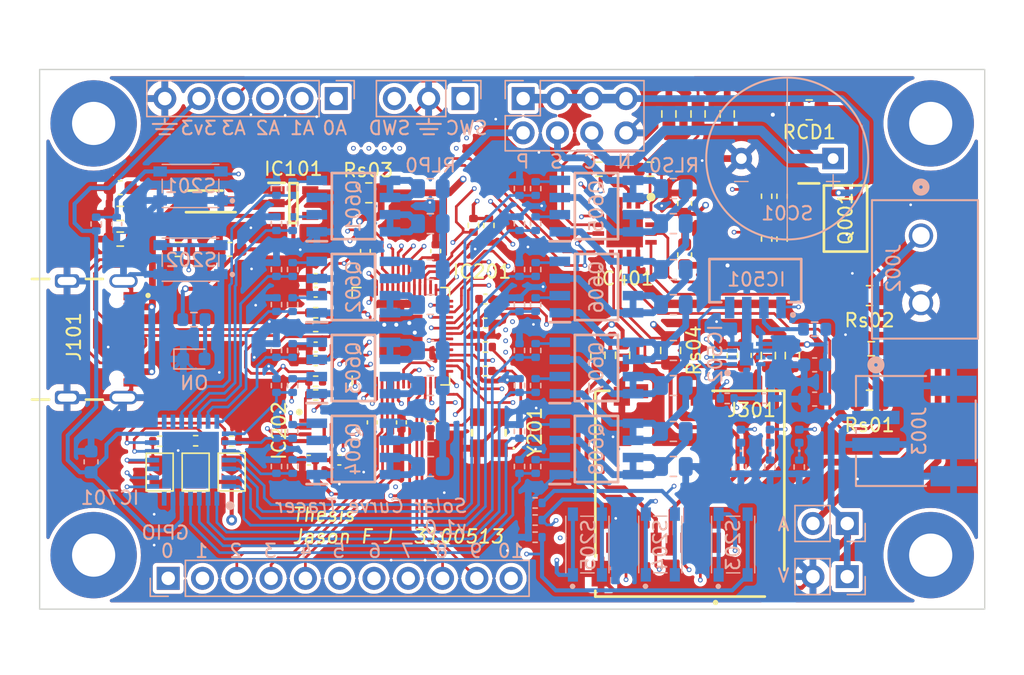
<source format=kicad_pcb>
(kicad_pcb (version 20221018) (generator pcbnew)
  (title_block (title "Solar Curve Tracer") (rev "v1.0") (company "Thesis") (comment 1 "Author: Jason F J"))
  (layers (0 "F.Cu" signal) (1 "In1.Cu" power) (2 "In2.Cu" power) (31 "B.Cu" signal) (34 "B.Paste" user) (35 "F.Paste" user) (36 "B.SilkS" user "B.Silkscreen") (37 "F.SilkS" user "F.Silkscreen") (38 "B.Mask" user) (39 "F.Mask" user) (44 "Edge.Cuts" user))
  (net 0 "")
  (net 1 "/MCP_A0")
  (net 2 "+3.3V")
  (net 3 "/MCP_A1")
  (net 4 "/MCP_A2")
  (net 5 "Net-(D101-K)")
  (net 6 "GND")
  (net 7 "/PAC_SEN3_P")
  (net 8 "Net-(C201-Pad1)")
  (net 9 "Net-(IC201-XOUT)")
  (net 10 "/RP2040/MCU_1V1")
  (net 11 "/RP2040/MCU_RUN")
  (net 12 "/PAC_SEN4_N")
  (net 13 "Net-(D101-A)")
  (net 14 "Net-(D201-K)")
  (net 15 "Net-(D202-K)")
  (net 16 "Net-(D203-K)")
  (net 17 "Net-(IC101-EN)")
  (net 19 "/RP2040/MCU_GPIO0")
  (net 20 "/RP2040/MCU_GPIO1")
  (net 21 "/RP2040/MCU_GPIO2")
  (net 22 "/RP2040/MCU_GPIO3")
  (net 23 "/RP2040/MCU_GPIO4")
  (net 24 "/RP2040/MCU_GPIO5")
  (net 25 "/RP2040/MCU_GPIO6")
  (net 26 "/RP2040/MCU_GPIO7")
  (net 27 "/RP2040/MCU_GPIO8")
  (net 28 "/RP2040/MCU_GPIO9")
  (net 29 "/RP2040/MCU_GPIO10")
  (net 30 "/RP2040/MCU_GPIO11")
  (net 31 "/RP2040/MCU_GPIO12")
  (net 32 "/RP2040/MCU_GPIO13")
  (net 33 "Net-(IC201-XIN)")
  (net 34 "/RP2040/SWCLK")
  (net 35 "/RP2040/SWDIO")
  (net 36 "/GPIO16{slash}SPI0_RX")
  (net 37 "/GPIO17{slash}SPI0_CS")
  (net 38 "/GPIO18{slash}SPI0_SCK")
  (net 39 "/GPIO19{slash}SPI0_TX")
  (net 40 "/GPIO20{slash}I2C0_SDA")
  (net 41 "/GPIO21{slash}I2C0_SCL")
  (net 42 "/TMP_ALERT")
  (net 43 "/RP2040/MCU_GPIO23")
  (net 44 "/RP2040/MCU_GPIO24")
  (net 45 "/RP2040/MCU_GPIO25")
  (net 46 "/RP2040/MCU_ADC0")
  (net 47 "/RP2040/MCU_ADC1")
  (net 48 "/RP2040/MCU_ADC2")
  (net 49 "/GPIO29{slash}ADC3")
  (net 50 "/USB_D-")
  (net 51 "/USB_D+")
  (net 52 "/RP2040/MCU_QSPI_SD3")
  (net 53 "/RP2040/MCU_QSPI_SCLK")
  (net 54 "/RP2040/MCU_QSPI_SD0")
  (net 55 "/RP2040/MCU_QSPI_SD2")
  (net 56 "/RP2040/MCU_QSPI_SD1")
  (net 57 "/RP2040/MCU_QSPI_SS")
  (net 59 "Net-(IC401-SLOW{slash}~{ALERT})")
  (net 60 "/PAC1934/ADDRSEL")
  (net 61 "/PAC_SEN1_P")
  (net 62 "/PAC_SEN2_N")
  (net 63 "/PAC_SEN2_P")
  (net 64 "Net-(IC401-~{PWRDN})")
  (net 65 "Net-(IC501-VDD)")
  (net 66 "/SerRes4")
  (net 67 "/SerRes5")
  (net 68 "/SerRes6")
  (net 69 "/SerRes7")
  (net 74 "/ParRes0")
  (net 75 "/ParRes1")
  (net 76 "/ParRes2")
  (net 77 "/ParRes3")
  (net 78 "/ParRes4")
  (net 79 "/ParRes5")
  (net 80 "/ParRes6")
  (net 81 "/ParRes7")
  (net 82 "/SerRes0")
  (net 83 "/SerRes1")
  (net 84 "/SerRes2")
  (net 85 "/SerRes3")
  (net 86 "/LOAD_IN")
  (net 87 "/LOAD_IN1")
  (net 88 "/LOAD_IN2")
  (net 89 "/LOAD_IN3")
  (net 90 "/PV_POS")
  (net 91 "/MCU_USB_D-")
  (net 92 "/MCU_USB_D+")
  (net 94 "Net-(J101-CC2)")
  (net 95 "Net-(J101-CC1)")
  (net 97 "Net-(ON1-A)")
  (net 98 "/CAP_DIS_R_IN")
  (net 99 "/LoadCircuit/GatePar0")
  (net 100 "/LoadCircuit/GatePar1")
  (net 101 "Net-(Q601-D2_1)")
  (net 102 "Net-(Q601-D1_1)")
  (net 103 "/LoadCircuit/GatePar2")
  (net 104 "/LoadCircuit/GatePar3")
  (net 105 "Net-(Q602-D2_1)")
  (net 106 "Net-(Q602-D1_1)")
  (net 107 "/LoadCircuit/GatePar4")
  (net 108 "/LoadCircuit/GatePar5")
  (net 109 "Net-(Q603-D2_1)")
  (net 110 "Net-(Q603-D1_1)")
  (net 111 "/LoadCircuit/GatePar6")
  (net 112 "/LoadCircuit/GatePar7")
  (net 113 "Net-(Q604-D2_1)")
  (net 114 "Net-(Q604-D1_1)")
  (net 115 "/LoadCircuit/Rs0_O")
  (net 116 "/LoadCircuit/GateSer0")
  (net 117 "/LoadCircuit/Rs1_O")
  (net 118 "/LoadCircuit/GateSer1")
  (net 119 "/LoadCircuit/Rs2_O")
  (net 120 "/LoadCircuit/GateSer2")
  (net 121 "/LoadCircuit/Rs3_O")
  (net 122 "/LoadCircuit/GateSer3")
  (net 123 "/LoadCircuit/Rs4_O")
  (net 124 "/LoadCircuit/GateSer4")
  (net 125 "/LoadCircuit/Rs5_O")
  (net 126 "/LoadCircuit/GateSer5")
  (net 127 "/LoadCircuit/Rs6_O")
  (net 128 "/LoadCircuit/GateSer6")
  (net 129 "/LoadCircuit/GateSer7")
  (net 130 "Net-(R208-Pad1)")
  (net 135 "/SW2_CONTROL")
  (net 136 "/SW1_CONTROL")
  (net 137 "/SW1_G")
  (net 138 "/SW2_G")
  (footprint "Resistor_SMD:R_0402_1005Metric" (layer "F.Cu") (at 128.524 110.109)
    (fp_text reference "R703" hide)
    (fp_text value "10kR")
  )
  (footprint "ABM8-272-T3:ABM8272T3" (layer "F.Cu") (at 147.574 109.474 90)
    (fp_text reference "Y201")
    (fp_text value "ABM8-272-T3" hide)
  )
  (footprint "Resistor_SMD:R_0603_1608Metric" (layer "F.Cu") (at 155.7274 89.9414)
    (fp_text reference "R403" hide)
    (fp_text value "10kR")
  )
  (footprint "Resistor_SMD:R_0402_1005Metric" (layer "F.Cu") (at 147.574 94.107 90)
    (fp_text reference "R001" hide)
    (fp_text value "4.7kR")
  )
  (footprint "Resistor_SMD:R_0603_1608Metric" (layer "F.Cu") (at 168.275 103.759 90)
    (fp_text reference "R304" hide)
    (fp_text value "47kR")
  )
  (footprint "Resistor_SMD:R_0402_1005Metric" (layer "F.Cu") (at 123.19 110.109)
    (fp_text reference "R701" hide)
    (fp_text value "10kR")
  )
  (footprint "Resistor_SMD:R_0402_1005Metric" (layer "F.Cu") (at 168.148 91.948 90)
    (fp_text reference "R007" hide)
    (fp_text value "10kR")
  )
  (footprint "Capacitor_SMD:C_0603_1608Metric" (layer "F.Cu") (at 162.0774 92.4814 90)
    (fp_text reference "C402" hide)
    (fp_text value "0.1uF")
  )
  (footprint "Capacitor_SMD:C_0402_1005Metric" (layer "F.Cu") (at 136.497 111.506)
    (fp_text reference "C214" hide)
    (fp_text value "4.7uF")
  )
  (footprint "Resistor_SMD:R_0402_1005Metric" (layer "F.Cu") (at 147.32 103.124)
    (fp_text reference "R203" hide)
    (fp_text value "1kR")
  )
  (footprint "Capacitor_SMD:C_0402_1005Metric" (layer "F.Cu") (at 147.32 104.902 180)
    (fp_text reference "C201" hide)
    (fp_text value "20pF")
  )
  (footprint "Resistor_SMD:R_0603_1608Metric" (layer "F.Cu") (at 175.895 103.251 180)
    (fp_text reference "R004" hide)
    (fp_text value "150kR")
  )
  (footprint "Resistor_SMD:R_0805_2012Metric" (layer "F.Cu") (at 171.2976 85.5472 180)
    (fp_text reference "RCD1")
    (fp_text value "33R")
  )
  (footprint "Capacitor_SMD:C_0402_1005Metric" (layer "F.Cu") (at 134.745 99.06 180)
    (fp_text reference "C210" hide)
    (fp_text value "1uF")
  )
  (footprint "Resistor_SMD:R_0402_1005Metric" (layer "F.Cu") (at 134.747 101.6 180)
    (fp_text reference "R201" hide)
    (fp_text value "27R")
  )
  (footprint "Resistor_SMD:R_0603_1608Metric" (layer "F.Cu") (at 170.053 103.759 90)
    (fp_text reference "R302" hide)
    (fp_text value "47kR")
  )
  (footprint "W25Q16JVUXIQ_TR:SON50P300X200X60-9N" (layer "F.Cu") (at 135.382 109.347)
    (fp_text reference "IC202")
    (fp_text value "W25Q16JVUXIQ_TR" hide)
  )
  (footprint "Capacitor_SMD:C_0402_1005Metric" (layer "F.Cu") (at 141.097 108.712 -90)
    (fp_text reference "C203" hide)
    (fp_text value "100nF")
  )
  (footprint "Jumper:SolderJumper-2_P1.3mm_Open_TrianglePad1.0x1.5mm" (layer "F.Cu") (at 123.19 112.395 -90)
    (fp_text reference "AH0" hide)
    (fp_text value "JP")
  )
  (footprint "USB4105_GF_A:GCT_USB4105-GF-A" (layer "F.Cu") (at 116.332 102.55 -90)
    (fp_text reference "J101")
    (fp_text value "USB4105-GF-A")
  )
  (footprint "MountingHole:MountingHole_3.2mm_M3_Pad" (layer "F.Cu") (at 118.3 86.55)
    (fp_text reference "H2" hide)
    (fp_text value "MountingHole_Pad")
  )
  (footprint "Jumper:SolderJumper-2_P1.3mm_Open_TrianglePad1.0x1.5mm" (layer "F.Cu") (at 125.857 112.395 -90)
    (fp_text reference "AH1" hide)
    (fp_text value "JP")
  )
  (footprint "Resistor_SMD:R_0603_1608Metric" (layer "F.Cu") (at 157.48 103.7336 90)
    (fp_text reference "R303" hide)
    (fp_text value "47kR")
  )
  (footprint "MountingHole:MountingHole_3.2mm_M3_Pad" (layer "F.Cu") (at 180.3 86.55)
    (fp_text reference "H4" hide)
    (fp_text value "MountingHole_Pad")
  )
  (footprint "Resistor_SMD:R_0805_2012Metric" (layer "F.Cu") (at 161.036 103.378 -90)
    (fp_text reference "Rs04")
    (fp_text value "0.82R")
  )
  (footprint "Resistor_SMD:R_0603_1608Metric" (layer "F.Cu") (at 159.5374 89.9414 180)
    (fp_text reference "R402" hide)
    (fp_text value "10kR")
  )
  (footprint "Jumper:SolderJumper-2_P1.3mm_Open_TrianglePad1.0x1.5mm" (layer "F.Cu") (at 128.524 112.395 -90)
    (fp_text reference "AH2" hide)
    (fp_text value "JP")
  )
  (footprint "Capacitor_SMD:C_0402_1005Metric" (layer "F.Cu") (at 143.256 108.712 -90)
    (fp_text reference "C202" hide)
    (fp_text value "20pF")
  )
  (footprint "MountingHole:MountingHole_3.2mm_M3_Pad" (layer "F.Cu") (at 118.3 118.55)
    (fp_text reference "H3" hide)
    (fp_text value "MountingHole_Pad")
  )
  (footprint "Capacitor_SMD:C_0603_1608Metric" (layer "F.Cu") (at 162.0774 96.2914 -90)
    (fp_text reference "C401" hide)
    (fp_text value "4.7uF")
  )
  (footprint "Resistor_SMD:R_0805_2012Metric" (layer "F.Cu") (at 175.768 99.314)
    (fp_text reference "Rs02")
    (fp_text value "0.82R")
  )
  (footprint "Capacitor_SMD:C_0402_1005Metric" (layer "F.Cu") (at 147.32 101.346)
    (fp_text reference "C205" hide)
    (fp_text value "100nF")
  )
  (footprint "Resistor_SMD:R_0603_1608Metric" (layer "F.Cu") (at 120.269 93.218)
    (fp_text reference "R101" hide)
    (fp_text value "5kR")
  )
  (footprint "Resistor_SMD:R_0805_2012Metric" (layer "F.Cu") (at 175.768 107.061 180)
    (fp_text reference "Rs01")
    (fp_text value "10kR")
  )
  (footprint "SI4204DY-T1-GE3:SOIC127P600X175-8N" (layer "F.Cu") (at 173.99 93.599)
    (fp_text reference "Q001")
    (fp_text value "SI4204DY-T1-GE3" hide)
  )
  (footprint "Capacitor_SMD:C_0603_1608Metric" (layer "F.Cu") (at 164.719 103.759 90)
    (fp_text reference "C301" hide)
    (fp_text value "10uF")
  )
  (footprint "Resistor_SMD:R_0603_1608Metric" (layer "F.Cu") (at 163.068 85.852 90)
    (fp_text reference "R404" hide)
    (fp_text value "0R")
  )
  (footprint "Capacitor_SMD:C_0402_1005Metric" (layer "F.Cu") (at 138.938 108.712 -90)
    (fp_text reference "C204" hide)
    (fp_text value "100nF")
  )
  (footprint "Resistor_SMD:R_0402_1005Metric" (layer "F.Cu") (at 169.291 95.123 90)
    (fp_text reference "R006" hide)
    (fp_text value "1kR")
  )
  (footprint "Capacitor_SMD:C_0603_1608Metric" (layer "F.Cu") (at 128.397 95.885 180)
    (fp_text reference "C102" hide)
    (fp_text value "1uF")
  )
  (footprint "Resistor_SMD:R_0402_1005Metric" (layer "F.Cu") (at 169.291 91.948 90)
    (fp_text reference "R005" hide)
    (fp_text value "1kR")
  )
  (footprint "Capacitor_SMD:C_0603_1608Metric" (layer "F.Cu") (at 120.269 91.313 180)
    (fp_text reference "C101" hide)
    (fp_text value "1uF")
  )
  (footprint "Package_DFN_QFN:QFN-56-1EP_7x7mm_P0.4mm_EP3.2x3.2mm" (layer "F.Cu") (at 141.059 102.324 90)
    (fp_text reference "IC201")
    (fp_text value "RP2040")
  )
  (footprint "Resistor_SMD:R_0402_1005Metric" (layer "F.Cu") (at 146.431 94.107 90)
    (fp_text reference "R002" hide)
    (fp_text value "4.7kR")
  )
  (footprint "Resistor_SMD:R_0402_1005Metric" (layer "F.Cu") (at 134.747 105.664 180)
    (fp_text reference "R209" hide)
    (fp_text value "10kR")
  )
  (footprint "Capacitor_SMD:C_0402_1005Metric" (layer "F.Cu") (at 143.637 96.012 90)
    (fp_text reference "C207" hide)
    (fp_text value "100nF")
  )
  (footprint "Resistor_SMD:R_0603_1608Metric" (layer "F.Cu") (at 160.909 85.852 90)
    (fp_text reference "R4A1" hide)
    (fp_text value "499R")
  )
  (footprint "PAC1934T-I_JQ:QFN65P400X400X55-17N-D" (layer "F.Cu") (at 157.6324 94.3864 -90)
    (fp_text reference "IC401")
    (fp_text value "PAC1934T-I_JQ" hide)
  )
  (footprint "Capacitor_SMD:C_0402_1005Metric" (layer "F.Cu") (at 134.747 103.124 180)
    (fp_text reference "C208" hide)
    (fp_text value "100nF")
  )
  (footprint "Capacitor_SMD:C_0402_1005Metric" (layer "F.Cu") (at 134.745 104.14 180)
    (fp_text reference "C211" hide)
    (fp_text value "100nF")
  )
  (footprint "MountingHole:MountingHole_3.2mm_M3_Pad" (layer "F.Cu") (at 180.3 118.55)
    (fp_text reference "H1" hide)
    (fp_text value "MountingHole_Pad")
  )
  (footprint "Capacitor_SMD:C_0402_1005Metric" (layer "F.Cu") (at 138.43 96.012 90)
    (fp_text reference "C206" hide)
    (fp_text value "100nF")
  )
  (footprint "Resistor_SMD:R_0402_1005Metric" (layer "F.Cu") (at 134.747 106.68 180)
    (fp_text reference "R208" hide)
    (fp_text value "2kR")
  )
  (footprint "Capacitor_SMD:C_0402_1005Metric" (layer "F.Cu") (at 134.745 98.044 180)
    (fp_text reference "C209" hide)
    (fp_text value "1uF")
  )
  (footprint "Resistor_SMD:R_0603_1608Metric" (layer "F.Cu") (at 155.6512 103.7336 90)
    (fp_text reference "R301" hide)
    (fp_text value "47kR")
  )
  (footprint "MEM2052-00-195-00-A_REVA:GCT_MEM2052-00-195-00-A_REVA" (layer "F.Cu") (at 162.4584 113.9952)
    (fp_text reference "J301")
    (fp_text value "MEM2052-00-195-00-A_REVA")
  )
  (footprint "Capacitor_SMD:C_0402_1005Metric" (layer "F.Cu") (at 147.32 99.568)
    (fp_text reference "C212" hide)
    (fp_text value "100nF")
  )
  (footprint "Resistor_SMD:R_0603_1608Metric" (layer "F.Cu") (at 120.269 95.123)
    (fp_text reference "R102" hide)
    (fp_text value "5kR")
  )
  (footprint "Resistor_SMD:R_0603_1608Metric" (layer "F.Cu") (at 165.227 85.852 -90)
    (fp_text reference "R405" hide)
    (fp_text value "0R")
  )
  (footprint "Resistor_SMD:R_0805_2012Metric" (layer "F.Cu") (at 138.684 91.694)
    (fp_text reference "Rs03")
    (fp_text value "0.82R")
  )
  (footprint "Resistor_SMD:R_0402_1005Metric" (layer "F.Cu") (at 134.747 100.584 180)
    (fp_text reference "R202" hide)
    (fp_text value "27R")
  )
  (footprint "Resistor_SMD:R_0603_1608Metric" (layer "F.Cu") (at 124.587 95.885 180)
    (fp_text reference "R103" hide)
    (fp_text value "10kR")
  )
  (footprint "Resistor_SMD:R_0402_1005Metric" (layer "F.Cu") (at 168.148 95.123 -90)
    (fp_text reference "R008" hide)
    (fp_text value "10kR")
  )
  (footprint "Resistor_SMD:R_0402_1005Metric" (layer "F.Cu") (at 125.857 110.072 180)
    (fp_text reference "R702" hide)
    (fp_text value "10kR")
  )
  (footprint "Capacitor_SMD:C_0603_1608Metric" (layer "F.Cu") (at 166.497 103.746 90)
    (fp_text reference "C302" hide)
    (fp_text value "0.1uF")
  )
  (footprint "AP2112K-3.3TRG1:SOT95P282X130-5N" (layer "F.Cu") (at 133.096 92.456)
    (fp_text reference "IC101")
    (fp_text value "AP2112K-3.3TRG1" hide)
  )
  (footprint "Capacitor_SMD:C_0402_1005Metric" (layer "F.Cu") (at 134.239 111.506 180)
    (fp_text reference "C215" hide)
    (fp_text value "0.1uF")
  )
  (footprint "B5817W-TP:SOD3716X135N" (layer "F.Cu") (at 126.492 92.329 180)
    (fp_text reference "D101" hide)
    (fp_text value "B5817W-TP" hide)
  )
  (footprint "Resistor_SMD:R_0402_1005Metric" (layer "B.Cu") (at 151.003 114.681)
    (fp_text reference "R211" hide)
    (fp_text value "10kR")
  )
  (footprint "LED_SMD:LED_0402_1005Metric" (layer "B.Cu") (at 166.243 109.728 90)
    (fp_text reference "D203" hide)
    (fp_text value "LED")
  )
  (footprint "Resistor_SMD:R_0805_2012Metric" (layer "B.Cu") (at 161.241 99.979)
    (fp_text reference "RLS3" hide)
    (fp_text value "10R")
  )
  (footprint "Resistor_SMD:R_0402_1005Metric" (layer "B.Cu") (at 151.041 99.979 -90)
    (fp_text reference "R620" hide)
    (fp_text value "1kR")
  )
  (footprint "Resistor_SMD:R_0805_2012Metric" (layer "B.Cu") (at 161.241 109.379)
    (fp_text reference "RLS6" hide)
    (fp_text value "47R")
  )
  (footprint "Resistor_SMD:R_0402_1005Metric" (layer "B.Cu") (at 149.841 97.379 -90)
    (fp_text reference "R627" hide)
    (fp_text value "10kR")
  )
  (footprint "Resistor_SMD:R_0402_1005Metric" (layer "B.Cu") (at 131.841 105.979 -90)
    (fp_text reference "R614" hide)
    (fp_text value "10kR")
  )
  (footprint "691137710002:CONN2_710002_WRE" (layer "B.Cu") (at 179.578 94.869 -90)
    (fp_text reference "J002")
    (fp_text value "691137710002")
  )
  (footprint "Connector_PinHeader_2.54mm:PinHeader_1x02_P2.54mm_Vertical" (layer "B.Cu") (at 174.117 120.142 90)
    (fp_text reference "J005" hide)
    (fp_text value "Conn_01x02_Pin")
  )
  (footprint "Resistor_SMD:R_0402_1005Metric" (layer "B.Cu") (at 131.841 109.379 -90)
    (fp_text reference "R615" hide)
    (fp_text value "10kR")
  )
  (footprint "Resistor_SMD:R_0402_1005Metric" (layer "B.Cu") (at 149.841 105.979 -90)
    (fp_text reference "R630" hide)
    (fp_text value "10kR")
  )
  (footprint "Capacitor_SMD:C_0603_1608Metric" (layer "B.Cu") (at 118.11 111.633 90)
    (fp_text reference "C701" hide)
    (fp_text value "0.1uF")
  )
  (footprint "TL3365AF180QG:TL3365AF180QG" (layer "B.Cu") (at 165.667 117.765 90)
    (fp_text reference "S203")
    (fp_text value "TL3365AF180QG" hide)
  )
  (footprint "Resistor_SMD:R_0402_1005Metric" (layer "B.Cu") (at 133.041 109.379 -90)
    (fp_text reference "R607" hide)
    (fp_text value "1kR")
  )
  (footprint "Resistor_SMD:R_0805_2012Metric" (layer "B.Cu") (at 143.241 97.379 180)
    (fp_text reference "RLP2" hide)
    (fp_text value "33R")
  )
  (footprint "Connector_PinSocket_2.54mm:PinSocket_1x06_P2.54mm_Vertical" (layer "B.Cu") (at 136.271 84.709 90)
    (fp_text reference "J202" hide)
    (fp_text value "Conn_01x06_Pin")
  )
  (footprint "Capacitor_SMD:C_0603_1608Metric" (layer "B.Cu") (at 171.704 106.9848 180)
    (fp_text reference "C502" hide)
    (fp_text value "10uF")
  )
  (footprint "Resistor_SMD:R_0402_1005Metric" (layer "B.Cu") (at 131.841 99.979 -90)
    (fp_text reference "R612" hide)
    (fp_text value "10kR")
  )
  (footprint "Resistor_SMD:R_0402_1005Metric" (layer "B.Cu") (at 131.841 91.379 -90)
    (fp_text reference "R609" hide)
    (fp_text value "10kR")
  )
  (footprint "Resistor_SMD:R_0402_1005Metric" (layer "B.Cu") (at 131.841 97.379 -90)
    (fp_text reference "R611" hide)
    (fp_text value "10kR")
  )
  (footprint "Resistor_SMD:R_0402_1005Metric" (layer "B.Cu") (at 149.841 91.379 -90)
    (fp_text reference "R625" hide)
    (fp_text value "10kR")
  )
  (footprint "Resistor_SMD:R_0402_1005Metric" (layer "B.Cu") (at 151.041 105.979 -90)
    (fp_text reference "R622" hide)
    (fp_text value "1kR")
  )
  (footprint "SI4204DY-T1-GE3:SOIC127P600X175-8N" (layer "B.Cu") (at 155.541 110.679)
    (fp_text reference "Q608")
    (fp_text value "SI4204DY-T1-GE3" hide)
  )
  (footprint "SI4204DY-T1-GE3:SOIC127P600X175-8N" (layer "B.Cu") (at 155.541 92.679)
    (fp_text reference "Q605")
    (fp_text value "SI4204DY-T1-GE3" hide)
  )
  (footprint "Resistor_SMD:R_0402_1005Metric" (layer "B.Cu") (at 170.561 112.014 90)
    (fp_text reference "R204" hide)
    (fp_text value "500R")
  )
  (footprint "Capacitor_SMD:C_0603_1608Metric" (layer "B.Cu") (at 171.704 104.4448 180)
    (fp_text reference "C501" hide)
    (fp_text value "0.1uF")
  )
  (footprint "Resistor_SMD:R_0402_1005Metric" (layer "B.Cu") (at 133.041 103.379 -90)
    (fp_text reference "R605" hide)
    (fp_text value "1kR")
  )
  (footprint "Resistor_SMD:R_0402_1005Metric" (layer "B.Cu") (at 118.491 94.008 90)
    (fp_text reference "R207" hide)
    (fp_text value "499R")
  )
  (footprint "Resistor_SMD:R_0402_1005Metric" (layer "B.Cu") (at 131.841 93.979 -90)
    (fp_text reference "R610" hide)
    (fp_text value "10kR")
  )
  (footprint "Connector_PinSocket_2.54mm:PinSocket_1x03_P2.54mm_Vertical" (layer "B.Cu") (at 145.654 84.709 90)
    (fp_text reference "J201" hide)
    (fp_text value "Conn_01x03_Pin")
  )
  (footprint "Custom_Footprints_Lib:Capacitor_Radial_D12mm_P6.8mm" (layer "B.Cu") (at 169.672 89.154 180)
    (fp_text reference "SC01")
    (fp_text value "47mF")
  )
  (footprint "Resistor_SMD:R_0402_1005Metric" (layer "B.Cu") (at 151.041 91.379 -90)
    (fp_text reference "R617" hide)
    (fp_text value "1kR")
  )
  (footprint "Resistor_SMD:R_0402_1005Metric" (layer "B.Cu") (at 149.841 109.379 -90)
    (fp_text reference "R631" hide)
    (fp_text value "10kR")
  )
  (footprint "SI4204DY-T1-GE3:SOIC127P600X175-8N" (layer "B.Cu") (at 137.541 104.679)
    (fp_text reference "Q603")
    (fp_text value "SI4204DY-T1-GE3" hide)
  )
  (footprint "Resistor_SMD:R_0402_1005Metric" (layer "B.Cu") (at 131.841 103.379 -90)
    (fp_text reference "R613" hide)
    (fp_text value "10kR")
  )
  (footprint "Resistor_SMD:R_0402_1005Metric" (layer "B.Cu") (at 133.041 99.979 -90)
    (fp_text reference "R604" hide)
    (fp_text value "1kR")
  )
  (footprint "TL3365AF180QG:TL3365AF180QG" (layer "B.Cu") (at 160.274 117.758 90)
    (fp_text reference "S204")
    (fp_text value "TL3365AF180QG" hide)
  )
  (footprint "Resistor_SMD:R_0805_2012Metric" (layer "B.Cu") (at 143.241 105.979 180)
    (fp_text reference "RLP5" hide)
    (fp_text value "150R")
  )
  (footprint "TL3365AF180QG:TL3365AF180QG" (layer "B.Cu") (at 154.872 117.765 90)
    (fp_text reference "S205")
    (fp_text value "TL3365AF180QG" hide)
  )
  (footprint "Resistor_SMD:R_0402_1005Metric" (layer "B.Cu") (at 149.841 111.979 -90)
    (fp_text reference "R632" hide)
    (fp_text value "10kR")
  )
  (footprint "Resistor_SMD:R_0402_1005Metric" (layer "B.Cu") (at 168.402 112.014 90)
    (fp_text reference "R205" hide)
    (fp_text value "500R")
  )
  (footprint "Resistor_SMD:R_0402_1005Metric" (layer "B.Cu") (at 133.041 91.379 -90)
    (fp_text reference "R601" hide)
    (fp_text value "1kR")
  )
  (footprint "LED_SMD:LED_0402_1005Metric" (layer "B.Cu") (at 168.402 109.728 90)
    (fp_text reference "D202" hide)
    (fp_text value "LED")
  )
  (footprint "Resistor_SMD:R_0805_2012Metric" (layer "B.Cu") (at 161.241 91.379)
    (fp_text reference "RLS0")
    (fp_text value "1R")
  )
  (footprint "Resistor_SMD:R_0805_2012Metric" (layer "B.Cu") (at 143.241 91.379 180)
    (fp_text reference "RLP0")
    (fp_text value "10R")
  )
  (footprint "Connector_PinSocket_2.54mm:PinSocket_1x11_P2.54mm_Vertical" (layer "B.Cu") (at 123.825 120.269 -90)
    (fp_text reference "J203" hide)
    (fp_text value "Conn_01x11_Pin")
  )
  (footprint "MCP23017-E_ML:QFN65P600X600X100-29N-D" (layer "B.Cu") (at 125.476 111.506 90)
    (fp_text reference "IC701")
    (fp_text value "MCP23017-E_ML" hide)
  )
  (footprint "LED_SMD:LED_0603_1608Metric" (layer "B.Cu") (at 125.73 104.013)
    (fp_text reference "ON1" hide)
    (fp_text value "LED")
  )
  (footprint "TL3365AF180QG:TL3365AF180QG" (layer "B.Cu") (at 125.476 91.186 180)
    (fp_text reference "S201")
    (fp_text value "TL3365AF180QG" hide)
  )
  (footprint "Resistor_SMD:R_0402_1005Metric" (layer "B.Cu") (at 149.841 103.379 -90)
    (fp_text reference "R629" hide)
    (fp_text value "10kR")
  )
  (footprint "Resistor_SMD:R_0402_1005Metric" (layer "B.Cu") (at 133.041 111.979 -90)
    (fp_text reference "R608" hide)
    (fp_text value "1kR")
  )
  (footprint "Resistor_SMD:R_0402_1005Metric" (layer "B.Cu") (at 133.041 97.379 -90)
    (fp_text reference "R603" hide)
    (fp_text value "1kR")
  )
  (footprint "VEML7700-TT:VEML7700" (layer "B.Cu") (at 170.711 99.803 180)
    (fp_text reference "IC501")
    (fp_text value "VEML7700-TT" hide)
  )
  (footprint "Resistor_SMD:R_0805_2012Metric" (layer "B.Cu") (at 143.241 111.979 180)
    (fp_text reference "RLP7" hide)
    (fp_text value "470R")
  )
  (footprint "SI4204DY-T1-GE3:SOIC127P600X175-8N" (layer "B.Cu") (at 137.541 98.679)
    (fp_text reference "Q602")
    (fp_text value "SI4204DY-T1-GE3" hide)
  )
  (footprint "Resistor_SMD:R_0402_1005Metric" (layer "B.Cu") (at 151.041 93.979 -90)
    (fp_text reference "R618" hide)
    (fp_text value "1kR")
  )
  (footprint "Resistor_SMD:R_0402_1005Metric" (layer "B.Cu") (at 151.003 117.221)
    (fp_text reference "R210" hide)
    (fp_text value "10kR")
  )
  (footprint "Resistor_SMD:R_0805_2012Metric" (layer "B.Cu") (at 161.241 105.979)
    (fp_text reference "RLS5" hide)
    (fp_text value "33R")
  )
  (footprint "Resistor_SMD:R_0402_1005Metric" (layer "B.Cu") (at 133.041 105.979 -90)
    (fp_text reference "R606" hide)
    (fp_text value "1kR")
  )
  (footprint "Resistor_SMD:R_0402_1005Metric" (layer "B.Cu") (at 151.003 115.951)
    (fp_text reference "R212" hide)
    (fp_text value "10kR")
  )
  (footprint "Resistor_SMD:R_0402_1005Metric" (layer "B.Cu") (at 151.041 97.379 -90)
    (fp_text reference "R619" hide)
    (fp_text value "1kR")
  )
  (footprint "Resistor_SMD:R_0402_1005Metric" (layer "B.Cu") (at 151.041 109.379 -90)
    (fp_text reference "R623" hide)
    (fp_text value "1kR")
  )
  (footprint "Resistor_SMD:R_0603_1608Metric" (layer "B.Cu") (at 171.704 101.801 180)
    (fp_text reference "R501" hide)
    (fp_text value "10kR")
  )
  (footprint "Resistor_SMD:R_0402_1005Metric" (layer "B.Cu") (at 131.841 111.979 -90)
    (fp_text reference "R616" hide)
    (fp_text value "10kR")
  )
  (footprint "SI4204DY-T1-GE3:SOIC127P600X175-8N" (layer "B.Cu") (at 137.541 92.679)
    (fp_text reference "Q601")
    (fp_text value "SI4204DY-T1-GE3" hide)
  )
  (footprint "LED_SMD:LED_0402_1005Metric" (layer "B.Cu") (at 170.561 109.728 90)
    (fp_text reference "D201" hide)
    (fp_text value "LED")
  )
  (footprint "Resistor_SMD:R_0805_2012Metric" (layer "B.Cu") (at 161.241 97.379)
    (fp_text reference "RLS2" hide)
    (fp_text value "4.7R")
  )
  (footprint "Resistor_SMD:R_0402_1005Metric" (layer "B.Cu") (at 149.841 99.979 -90)
    (fp_text reference "R628" hide)
    (fp_text value "10kR")
  )
  (footprint "Resistor_SMD:R_0805_2012Metric" (layer "B.Cu") (at 161.241 93.979)
    (fp_text reference "RLS1" hide)
    (fp_text value "2.2R")
  )
  (footprint "Resistor_SMD:R_0402_1005Metric" (layer "B.Cu") (at 151.041 111.979 -90)
    (fp_text reference "R624" hide)
    (fp_text value "1kR")
  )
  (footprint "Capacitor_SMD:C_0402_1005Metric" (layer "B.Cu") (at 120.015 94.008 -90)
    (fp_text reference "C213" hide)
    (fp_text value "100nF")
  )
  (footprint "Resistor_SMD:R_0805_2012Metric" (layer "B.Cu") (at 161.241 103.379)
    (fp_text reference "RLS4" hide)
    (fp_text value "22R")
  )
  (footprint "Connector_PinHeader_2.54mm:PinHeader_1x02_P2.54mm_Vertical" (layer "B.Cu") (at 174.117 116.205 90)
    (fp_text reference "J004" hide)
    (fp_text value "Conn_01x02_Pin")
  )
  (footprint "Resistor_SMD:R_0402_1005Metric" (layer "B.Cu") (at 133.041 93.979 -90)
    (fp_text reference "R602" hide)
    (fp_text value "1kR")
  )
  (footprint "Resistor_SMD:R_0805_2012Metric" (layer "B.Cu") (at 143.241 93.979 180)
    (fp_text reference "RLP1" hide)
    (fp_text value "22R")
  )
  (footprint "SI4204DY-T1-GE3:SOIC127P600X175-8N" (layer "B.Cu") (at 137.541 110.679)
    (fp_text reference "Q604")
    (fp_text value "SI4204DY-T1-GE3" hide)
  )
  (footprint "Resistor_SMD:R_0402_1005Metric" (layer "B.Cu") (at 149.841 93.979 -90)
    (fp_text reference "R626" hide)
    (fp_text value "10kR")
  )
  (footprint "TMP1075DSGR:SON50P200X200X80-9N" (layer "B.Cu") (at 166.658 103.644)
    (fp_text reference "IC502")
    (fp_text value "TMP1075DSGR" hide)
  )
  (footprint "Capacitor_SMD:C_0402_1005Metric" (layer "B.Cu") (at 168.021 106.934)
    (fp_text reference "C503" hide)
    (fp_text value "0.1uF")
  )
  (footprint "Resistor_SMD:R_0805_2012Metric" (layer "B.Cu") (at 143.241 103.379 180)
    (fp_text reference "RLP4" hide)
    (fp_text value "68R")
  )
  (footprint "TL3365AF180QG:TL3365AF180QG" (layer "B.Cu") (at 125.476 96.647 180)
    (fp_text reference "S202")
    (fp_text value "TL3365AF180QG" hide)
  )
  (footprint "Resistor_SMD:R_0805_2012Metric" (layer "B.Cu") (at 161.241 111.979)
    (fp_text reference "RLS7" hide)
    (fp_text value "100R")
  )
  (footprint "Resistor_SMD:R_0603_1608Metric" (layer "B.Cu") (at 125.73 101.092 180)
    (fp_text reference "R104" hide)
    (fp_text value "1kR")
  )
  (footprint "Resistor_SMD:R_0402_1005Metric" (layer "B.Cu") (at 151.041 103.379 -90)
    (fp_text reference "R621" hide)
    (fp_text value "1kR")
  )
  (footprint "Resistor_SMD:R_0805_2012Metric" (layer "B.Cu") (at 143.241 99.979 180)
    (fp_text reference "RLP3" hide)
    (fp_text value "47R")
  )
  (footprint "Resistor_SMD:R_0805_2012Metric" (layer "B.Cu") (at 143.241 109.379 180)
    (fp_text reference "RLP6" hide)
    (fp_text value "330R")
  )
  (footprint "SI4204DY-T1-GE3:SOIC127P600X175-8N" (layer "B.Cu") (at 155.541 104.679)
    (fp_text reference "Q607")
    (fp_text value "SI4204DY-T1-GE3" hide)
  )
  (footprint "Resistor_SMD:R_0402_1005Metric" (layer "B.Cu") (at 166.243 112.014 90)
    (fp_text reference "R206" hide)
    (fp_text value "500R")
  )
  (footprint "SI4204DY-T1-GE3:SOIC127P600X175-8N" (layer "B.Cu") (at 155.541 98.679)
    (fp_text reference "Q606")
    (fp_text value "SI4204DY-T1-GE3" hide)
  )
  (footprint "Resistor_SMD:R_0402_1005Metric" (layer "B.Cu") (at 165.227 106.934)
    (fp_text reference "R003" hide)
    (fp_text value "4.7kR")
  )
  (footprint "S2B_PH_SM4_TB:CONN_S2B-PH-SM4-TB_JST" (layer "B.Cu") (at 179.197 109.347 -90)
    (fp_text reference "J003")
    (fp_text value "S2B-PH-SM4-TB")
  )
  (footprint "Connector_PinHeader_2.54mm:PinHeader_2x04_P2.54mm_Vertical" (layer "B.Cu") (at 150.114 84.709 -90)
    (fp_text reference "J001" hide)
    (fp_text value "Conn_02x04_Odd_Even")
  )
  (gr_line (start 142.24 86.5886) (end 144.018 86.5886) (stroke (width 0.15)) (layer "B.SilkS"))
  (gr_line (start 123.952 87.3506) (end 123.19 87.3506) (stroke (width 0.15)) (layer "B.SilkS"))
  (gr_line (start 124.206 86.9696) (end 122.936 86.9696) (stroke (width 0.15)) (layer "B.SilkS"))
  (gr_line (start 122.682 86.5886) (end 124.46 86.5886) (stroke (width 0.15)) (layer "B.SilkS"))
  (gr_line (start 143.764 86.9696) (end 142.494 86.9696) (stroke (width 0.15)) (layer "B.SilkS"))
  (gr_line (start 143.129 86.5886) (end 143.129 86.2076) (stroke (width 0.15)) (layer "B.SilkS"))
  (gr_line (start 143.51 87.3506) (end 142.748 87.3506) (stroke (width 0.15)) (layer "B.SilkS"))
  (gr_line (start 123.571 86.5886) (end 123.571 86.2076) (stroke (width 0.15)) (layer "B.SilkS"))
  (gr_rect (start 114.3 82.55) (end 184.3 122.55) (stroke (width 0.1)) (fill none) (layer "Edge.Cuts"))
  (gr_text "6" (at 139.7 118.8212) (layer "B.SilkS") (effects (font (size 1 1)) (justify left bottom mirror)))
  (gr_text "V" (at 169.926 120.65) (layer "B.SilkS") (effects (font (size 1 1)) (justify left bottom mirror)))
  (gr_text "N  C  S  P" (at 158.242 89.9668) (layer "B.SilkS") (effects (font (size 1 1)) (justify left bottom mirror)))
  (gr_text "5" (at 137.033 118.8212) (layer "B.SilkS") (effects (font (size 1 1)) (justify left bottom mirror)))
  (gr_text "A0" (at 137.16 87.4776) (layer "B.SilkS") (effects (font (size 1 1)) (justify left bottom mirror)))
  (gr_text "3v3" (at 127.508 87.4776) (layer "B.SilkS") (effects (font (size 1 1)) (justify left bottom mirror)))
  (gr_text "SWD" (at 141.859 87.4776) (layer "B.SilkS") (effects (font (size 1 1)) (justify left bottom mirror)))
  (gr_text "A3" (at 129.667 87.4776) (layer "B.SilkS") (effects (font (size 1 1)) (justify left bottom mirror)))
  (gr_text "8" (at 144.653 118.8212) (layer "B.SilkS") (effects (font (size 1 1)) (justify left bottom mirror)))
  (gr_text "SWC" (at 147.574 87.4776) (layer "B.SilkS") (effects (font (size 1 1)) (justify left bottom mirror)))
  (gr_text "0" (at 124.333 118.8212) (layer "B.SilkS") (effects (font (size 1 1)) (justify left bottom mirror)))
  (gr_text "3" (at 131.953 118.8212) (layer "B.SilkS") (effects (font (size 1 1)) (justify left bottom mirror)))
  (gr_text "A1" (at 134.747 87.4776) (layer "B.SilkS") (effects (font (size 1 1)) (justify left bottom mirror)))
  (gr_text "A2" (at 132.207 87.4776) (layer "B.SilkS") (effects (font (size 1 1)) (justify left bottom mirror)))
  (gr_text "10" (at 150.241 118.8212) (layer "B.SilkS") (effects (font (size 1 1)) (justify left bottom mirror)))
  (gr_text "1" (at 126.873 118.8212) (layer "B.SilkS") (effects (font (size 1 1)) (justify left bottom mirror)))
  (gr_text "ON" (at 126.8984 106.3752) (layer "B.SilkS") (effects (font (size 1 1)) (justify left bottom mirror)))
  (gr_text "A" (at 169.926 116.84) (layer "B.SilkS") (effects (font (size 1 1)) (justify left bottom mirror)))
  (gr_text "4" (at 134.62 118.8212) (layer "B.SilkS") (effects (font (size 1 1)) (justify left bottom mirror)))
  (gr_text "2" (at 129.413 118.8212) (layer "B.SilkS") (effects (font (size 1 1)) (justify left bottom mirror)))
  (gr_text "7" (at 142.113 118.8212) (layer "B.SilkS") (effects (font (size 1 1)) (justify left bottom mirror)))
  (gr_text "GPIO" (at 125.476 117.475) (layer "B.SilkS") (effects (font (size 1 1)) (justify left bottom mirror)))
  (gr_text "9" (at 147.193 118.8212) (layer "B.SilkS") (effects (font (size 1 1)) (justify left bottom mirror)))
  (gr_text "Solar Curve Tracer\nv1.0" (at 146.1008 117.094) (layer "B.SilkS") (effects (font (size 1 1) (thickness 0.15) italic) (justify left bottom mirror)))
  (gr_text "Thesis\nJason F J  3100513" (at 132.9436 117.7544) (layer "F.SilkS") (effects (font (size 1 1) (thickness 0.15) italic) (justify left bottom)))
  (segment (start 122.68 110.109) (end 122.68 111.16) (width 0.2) (layer "F.Cu") (net 1))
  (segment (start 120.777 111.506) (end 120.941 111.67) (width 0.2) (layer "F.Cu") (net 1))
  (segment (start 122.68 111.16) (end 123.19 111.67) (width 0.2) (layer "F.Cu") (net 1))
  (segment (start 120.941 111.67) (end 123.19 111.67) (width 0.2) (layer "F.Cu") (net 1))
  (via (at 120.777 111.506) (size 0.35) (drill 0.2) (layers "F.Cu" "B.Cu") (net 1))
  (segment (start 122.626 111.506) (end 120.777 111.506) (width 0.2) (layer "B.Cu") (net 1))
  (segment (start 135.89 110.744) (end 136.017 110.871) (width 0.2) (layer "F.Cu") (net 2))
  (segment (start 138.2268 108.232) (end 138.938 108.232) (width 0.2) (layer "F.Cu") (net 2))
  (segment (start 129.9684 105.0764) (end 129.54 104.648) (width 0.2) (layer "F.Cu") (net 2))
  (segment (start 125.857 113.12) (end 128.524 113.12) (width 0.3) (layer "F.Cu") (net 2))
  (segment (start 136.1948 98.044) (end 135.225 98.044) (width 0.2) (layer "F.Cu") (net 2))
  (segment (start 137.668 107.1372) (end 138.2268 107.696) (width 0.2) (layer "F.Cu") (net 2))
  (segment (start 142.059 97.082) (end 142.649 96.492) (width 0.2) (layer "F.Cu") (net 2))
  (segment (start 135.89 108.839) (end 135.89 110.744) (width 0.2) (layer "F.Cu") (net 2))
  (segment (start 138.459 98.5302) (end 137.9728 98.044) (width 0.2) (layer "F.Cu") (net 2))
  (segment (start 142.059 106.5054) (end 141.627 106.9374) (width 0.2) (layer "F.Cu") (net 2))
  (segment (start 140.462 89.662) (end 139.5965 90.5275) (width 0.2) (layer "F.Cu") (net 2))
  (segment (start 144.653 91.694) (end 145.669 90.678) (width 0.5) (layer "F.Cu") (net 2))
  (segment (start 153.2128 97.0788) (end 145.796 89.662) (width 0.2) (layer "F.Cu") (net 2))
  (segment (start 147.6248 100.2792) (end 146.84 101.064) (width 0.2) (layer "F.Cu") (net 2))
  (segment (start 137.6215 99.724) (end 137.6215 99.4707) (width 0.2) (layer "F.Cu") (net 2))
  (segment (start 138.459 98.8865) (end 138.459 98.5302) (width 0.2) (layer "F.Cu") (net 2))
  (segment (start 168.275 102.934) (end 170.053 102.934) (width 0.3) (layer "F.Cu") (net 2))
  (segment (start 138.2268 108.232) (end 138.2268 109.279266) (width 0.2) (layer "F.Cu") (net 2))
  (segment (start 138.0447 98.8865) (end 137.6215 99.3097) (width 0.2) (layer "F.Cu") (net 2))
  (segment (start 137.6215 99.3097) (end 137.6215 99.4707) (width 0.2) (layer "F.Cu") (net 2))
  (segment (start 137.6215 101.724) (end 136.3756 101.724) (width 0.2) (layer "F.Cu") (net 2))
  (segment (start 137.668 106.807) (end 137.668 107.1372) (width 0.2) (layer "F.Cu") (net 2))
  (segment (start 135.227 102.3646) (end 135.227 103.124) (width 0.2) (layer "F.Cu") (net 2))
  (segment (start 155.6512 102.9086) (end 155.6512 102.2096) (width 0.3) (layer "F.Cu") (net 2))
  (segment (start 144.2212 91.694) (end 144.653 91.694) (width 0.5) (layer "F.Cu") (net 2))
  (segment (start 142.059 98.8865) (end 142.059 97.082) (width 0.2) (layer "F.Cu") (net 2))
  (segment (start 160.1926 94.0614) (end 160.9976 93.2564) (width 0.3) (layer "F.Cu") (net 2))
  (segment (start 138.2268 109.279266) (end 138.325 109.377466) (width 0.2) (layer "F.Cu") (net 2))
  (segment (start 140.754334 114.1476) (end 140.3096 114.1476) (width 0.2) (layer "F.Cu") (net 2))
  (segment (start 135.7884 96.9264) (end 136.8552 96.9264) (width 0.2) (layer "F.Cu") (net 2))
  (segment (start 155.8544 91.4908) (end 155.8544 90.6394) (width 0.3) (layer "F.Cu") (net 2))
  (segment (start 155.8544 90.6394) (end 156.5524 89.9414) (width 0.3) (layer "F.Cu") (net 2))
  (segment (start 144.1476 96.492) (end 144.3736 96.266) (width 0.2) (layer "F.Cu") (net 2))
  (segment (start 135.225 98.044) (end 135.225 97.4898) (width 0.2) (layer "F.Cu") (net 2))
  (segment (start 142.649 96.492) (end 143.637 96.492) (width 0.2) (layer "F.Cu") (net 2))
  (segment (start 154.686 97.0788) (end 153.2128 97.0788) (width 0.2) (layer "F.Cu") (net 2))
  (segment (start 135.7376 102.362) (end 135.2296 102.362) (width 0.2) (layer "F.Cu") (net 2))
  (segment (start 162.9788 93.2564) (end 163.6268 92.6084) (width 0.3) (layer "F.Cu") (net 2))
  (segment (start 139.5965 93.1945) (end 139.2682 93.5228) (width 0.5) (layer "F.Cu") (net 2))
  (segment (start 159.5647 102.4655) (end 161.036 102.4655) (width 0.2) (layer "F.Cu") (net 2))
  (segment (start 145.796 89.662) (end 140.462 89.662) (width 0.2) (layer "F.Cu") (net 2))
  (segment (start 141.097 108.232) (end 141.707 108.842) (width 0.2) (layer "F.Cu") (net 2))
  (segment (start 132.7404 104.9528) (end 134.5458 104.9528) (width 0.2) (layer "F.Cu") (net 2))
  (segment (start 138.2776 93.5228) (end 137.9982 93.8022) (width 0.5) (layer "F.Cu") (net 2))
  (segment (start 151.2824 100.2792) (end 147.6248 100.2792) (width 0.2) (layer "F.Cu") (net 2))
  (segment (start 132.4864 102.362) (end 135.2296 102.362) (width 0.2) (layer "F.Cu") (net 2))
  (segment (start 146.431 93.597) (end 146.431 92.583) (width 0.25) (layer "F.Cu") (net 2))
  (segment (start 134.5458 104.9528) (end 135.257 105.664) (width 0.2) (layer "F.Cu") (net 2))
  (segment (start 138.459 98.8865) (end 138.0447 98.8865) (width 0.2) (layer "F.Cu") (net 2))
  (segment (start 157.3074 96.3364) (end 157.3074 100.2082) (width 0.2) (layer "F.Cu") (net 2))
  (segment (start 144.3736 96.266) (end 144.3736 91.8464) (width 0.2) (layer "F.Cu") (net 2))
  (segment (start 135.2296 102.362) (end 135.227 102.3646) (width 0.2) (layer "F.Cu") (net 2))
  (segment (start 138.459 105.7615) (end 138.459 106.016) (width 0.2) (layer "F.Cu") (net 2))
  (segment (start 157.48 101.9048) (end 157.0228 101.4476) (width 0.3) (layer "F.Cu") (net 2))
  (segment (start 136.3756 101.724) (end 135.7376 102.362) (width 0.2) (layer "F.Cu") (net 2))
  (segment (start 139.5965 91.694) (end 139.5965 93.1945) (width 0.5) (layer "F.Cu") (net 2))
  (segment (start 128.524 113.12) (end 128.524 115.951) (width 0.3) (layer "F.Cu") (net 2))
  (segment (start 157.3074 100.2082) (end 159.5647 102.4655) (width 0.2) (layer "F.Cu") (net 2))
  (segment (start 130.0988 102.87) (end 131.9784 102.87) (width 0.2) (layer "F.Cu") (net 2))
  (segment (start 144.3736 91.8464) (end 144.2212 91.694) (width 0.2) (layer "F.Cu") (net 2))
  (segment (start 137.9728 97.1296) (end 138.43 96.6724) (width 0.2) (layer "F.Cu") (net 2))
  (segment (start 131.9784 102.87) (end 132.4864 102.362) (width 0.2) (layer "F.Cu") (net 2))
  (segment (start 141.707 108.842) (end 141.707 113.194934) (width 0.2) (layer "F.Cu") (net 2))
  (segment (start 141.627 107.702) (end 141.097 108.232) (width 0.2) (layer "F.Cu") (net 2))
  (segment (start 157.0228 101.4476) (end 156.6672 101.4476) (width 0.3) (layer "F.Cu") (net 2))
  (segment (start 138.459 106.016) (end 137.668 106.807) (width 0.2) (layer "F.Cu") (net 2))
  (segment (start 156.8704 91.1352) (end 156.5524 90.8172) (width 0.3) (layer "F.Cu") (net 2))
  (segment (start 136.782 108.597) (end 136.132 108.597) (width 0.2) (layer "F.Cu") (net 2))
  (segment (start 129.54 103.4288) (end 130.0988 102.87) (width 0.2) (layer "F.Cu") (net 2))
  (segment (start 139.5965 91.694) (end 144.2212 91.694) (width 0.5) (layer "F.Cu") (net 2))
  (segment (start 137.7188 112.1156) (end 137.7188 112.9792) (width 0.2) (layer "F.Cu") (net 2))
  (segment (start 132.334 104.5464) (end 132.7404 104.9528) (width 0.2) (layer "F.Cu") (net 2))
  (segment (start 139.5965 90.5275) (end 139.5965 91.694) (width 0.2) (layer "F.Cu") (net 2))
  (segment (start 157.9574 91.511) (end 157.5816 91.1352) (width 0.3) (layer "F.Cu") (net 2))
  (segment (start 171.1452 102.934) (end 170.053 102.934) (width 0.3) (layer "F.Cu") (net 2))
  (segment (start 145.5133 102.124) (end 144.4965 102.124) (width 0.2) (layer "F.Cu") (net 2))
  (segment (start 134.719 111.506) (end 134.719 112.8242) (width 0.3) (layer "F.Cu") (net 2))
  (segment (start 158.7124 89.9414) (end 156.5524 89.9414) (width 0.5) (layer "F.Cu") (net 2))
  (segment (start 134.719 112.8242) (end 135.9154 114.0206) (width 0.3) (layer "F.Cu") (net 2))
  (segment (start 132.334 104.5464) (end 131.804 105.0764) (width 0.2) (layer "F.Cu") (net 2))
  (segment (start 160.9976 93.2564) (end 162.0774 93.2564) (width 0.3) (layer "F.Cu") (net 2))
  (segment (start 139.2682 93.5228) (end 138.2776 93.5228) (width 0.5) (layer "F.Cu") (net 2))
  (segment (start 138.325 111.5094) (end 137.7188 112.1156) (width 0.2) (layer "F.Cu") (net 2))
  (segment (start 141.627 106.9374) (end 141.627 107.702) (width 0.2) (layer "F.Cu") (net 2))
  (segment (start 155.6512 102.2096) (end 156.4132 101.4476) (width 0.3) (layer "F.Cu") (net 2))
  (segment (start 123.19 113.12) (end 125.857 113.12) (width 0.3) (layer "F.Cu") (net 2))
  (segment (start 143.637 96.492) (end 144.1476 96.492) (width 0.2) (layer "F.Cu") (net 2))
  (segment (start 138.2268 107.696) (end 138.2268 108.232) (width 0.2) (layer "F.Cu") (net 2))
  (segment (start 157.48 102.9086) (end 157.48 101.9048) (width 0.3) (layer "F.Cu") (net 2))
  (segment (start 135.225 97.4898) (end 135.7884 96.9264) (width 0.2) (layer "F.Cu") (net 2))
  (segment (start 146.2913 101.346) (end 145.5133 102.124) (width 0.2) (layer "F.Cu") (net 2))
  (segment (start 151.8412 100.838) (end 151.2824 100.2792) (width 0.2) (layer "F.Cu") (net 2))
  (segment (start 154.869 94.7114) (end 154.1272 95.4532) (width 0.2) (layer "F.Cu") (net 2))
  (segment (start 137.2896 96.492) (end 136.8552 96.9264) (width 0.2) (layer "F.Cu") (net 2))
  (segment (start 159.5824 94.0614) (end 160.1926 94.0614) (width 0.3) (layer "F.Cu") (net 2))
  (segment (start 136.6774 114.0206) (end 135.9154 114.0206) (width 0.2) (layer "F.Cu") (net 2))
  (segment (start 136.132 108.597) (end 135.89 108.839) (width 0.2) (layer "F.Cu") (net 2))
  (segment (start 137.6215 101.724) (end 137.6215 102.124) (width 0.2) (layer "F.Cu") (net 2))
  (segment (start 137.6215 99.4707) (end 136.1948 98.044) (width 0.2) (layer "F.Cu") (net 2))
  (segment (start 129.54 104.648) (end 129.54 103.4288) (width 0.2) (layer "F.Cu") (net 2))
  (segment (start 138.43 96.6724) (end 138.43 96.492) (width 0.2) (layer "F.Cu") (net 2))
  (segment (start 137.6215 99.724) (end 137.6215 100.124) (width 0.2) (layer "F.Cu") (net 2))
  (segment (start 156.5524 90.8172) (end 156.5524 89.9414) (width 0.3) (layer "F.Cu") (net 2))
  (segment (start 142.059 105.7615) (end 142.059 106.5054) (width 0.2) (layer "F.Cu") (net 2))
  (segment (start 131.804 105.0764) (end 129.9684 105.0764) (width 0.2) (layer "F.Cu") (net 2))
  (segment (start 146.431 92.583) (end 146.7104 92.3036) (width 0.25) (layer "F.Cu") (net 2))
  (segment (start 161.036 102.4655) (end 160.7839 102.4655) (width 0.5) (layer "F.Cu") (net 2))
  (segment (start 138.43 96.492) (end 137.2896 96.492) (width 0.2) (layer "F.Cu") (net 2))
  (segment (start 151.8412 101.4476) (end 151.8412 100.838) (width 0.2) (layer "F.Cu") (net 2))
  (segment (start 162.0774 93.2564) (end 162.9788 93.2564) (width 0.3) (layer "F.Cu") (net 2))
  (segment (start 146.84 101.346) (end 146.2913 101.346) (width 0.2) (layer "F.Cu") (net 2))
  (segment (start 137.7188 112.9792) (end 136.6774 114.0206) (width 0.2) (layer "F.Cu") (net 2))
  (segment (start 155.6824 94.7114) (end 154.869 94.7114) (width 0.2) (layer "F.Cu") (net 2))
  (segment (start 147.574 93.597) (end 146.431 93.597) (width 0.25) (layer "F.Cu") (net 2))
  (segment (start 136.017 111.506) (end 134.719 111.506) (width 0.3) (layer "F.Cu") (net 2))
  (segment (start 160.7839 102.4655) (end 159.766 101.4476) (width 0.5) (layer "F.Cu") (net 2))
  (segment (start 157.9574 92.4364) (end 157.9574 91.511) (width 0.3) (layer "F.Cu") (net 2))
  (segment (start 138.325 109.377466) (end 138.325 111.5094) (width 0.2) (layer "F.Cu") (net 2))
  (segment (start 157.5816 91.1352) (end 156.8704 91.1352) (width 0.3) (layer "F.Cu") (net 2))
  (segment (start 136.017 110.871) (end 136.017 111.506) (width 0.2) (layer "F.Cu") (net 2))
  (segment (start 162.0774 93.2564) (end 162.0774 95.5164) (width 0.5) (layer "F.Cu") (net 2))
  (segment (start 156.4132 101.4476) (end 156.6672 101.4476) (width 0.3) (layer "F.Cu") (net 2))
  (segment (start 146.84 101.064) (end 146.84 101.346) (width 0.2) (layer "F.Cu") (net 2))
  (segment (start 141.707 113.194934) (end 140.754334 114.1476) (width 0.2) (layer "F.Cu") (net 2))
  (segment (start 137.9728 98.044) (end 137.9728 97.1296) (width 0.2) (layer "F.Cu") (net 2))
  (via (at 145.669 90.678) (size 0.5) (drill 0.3) (layers "F.Cu" "B.Cu") (net 2))
  (via (at 159.766 101.4476) (size 0.5) (drill 0.3) (layers "F.Cu" "B.Cu") (net 2))
  (via (at 152.609 118.9286) (size 0.35) (drill 0.2) (layers "F.Cu" "B.Cu") (net 2))
  (via (at 132.334 104.5464) (size 0.35) (drill 0.2) (layers "F.Cu" "B.Cu") (net 2))
  (via (at 163.6268 92.6084) (size 0.5) (drill 0.3) (layers "F.Cu" "B.Cu") (net 2))
  (via (at 154.686 97.0788) (size 0.35) (drill 0.2) (layers "F.Cu" "B.Cu") (net 2))
  (via (at 136.8552 96.9264) (size 0.35) (drill 0.2) (layers "F.Cu" "B.Cu") (net 2))
  (via (at 165.8112 118.2116) (size 0.35) (drill 0.2) (layers "F.Cu" "B.Cu") (net 2))
  (via (at 151.8412 101.4476) (size 0.35) (drill 0.2) (layers "F.Cu" "B.Cu") (net 2))
  (via (at 140.3096 114.1476) (size 0.35) (drill 0.2) (layers "F.Cu" "B.Cu") (net 2))
  (via (at 146.7104 92.3036) (size 0.35) (drill 0.2) (layers "F.Cu" "B.Cu") (net 2))
  (via (at 171.1452 102.934) (size 0.5) (drill 0.3) (layers "F.Cu" "B.Cu") (net 2))
  (via (at 154.1272 95.4532) (size 0.35) (drill 0.2) (layers "F.Cu" "B.Cu") (net 2))
  (via (at 156.6672 101.4476) (size 0.5) (drill 0.3) (layers "F.Cu" "B.Cu") (net 2))
  (via (at 128.524 115.951) (size 0.8) (drill 0.4) (layers "F.Cu" "B.Cu") (net 2))
  (via (at 137.9982 93.8022) (size 0.5) (drill 0.3) (layers "F.Cu" "B.Cu") (net 2))
  (via (at 155.8544 91.4908) (size 0.5) (drill 0.3) (layers "F.Cu" "B.Cu") (net 2))
  (via (at 159.9184 114.554) (size 0.35) (drill 0.2) (layers "F.Cu" "B.Cu") (net 2))
  (via (at 165.9382 107.6198) (size 0.35) (drill 0.2) (layers "F.Cu" "B.Cu") (net 2))
  (via (at 135.9154 114.0206) (size 0.35) (drill 0.2) (layers "F.Cu" "B.Cu") (net 2))
  (segment (start 164.592 115.515) (end 165.3498 115.515) (width 0.3) (layer "B.Cu") (net 2))
  (segment (start 159.199 114.9178) (end 159.199 115.508) (width 0.3) (layer "B.Cu") (net 2))
  (segment (start 118.11 112.408) (end 122.415 116.713) (width 0.3) (layer "B.Cu") (net 2))
  (segment (start 154.686 96.012) (end 154.686 97.0788) (width 0.2) (layer "B.Cu") (net 2))
  (segment (start 165.8112 115.9764) (end 165.8112 118.2116) (width 0.3) (layer "B.Cu") (net 2))
  (segment (start 172.479 103.619) (end 172.479 104.4448) (width 0.3) (layer "B.Cu") (net 2))
  (segment (start 159.199 115.508) (end 159.199 120.008) (width 0.3) (layer "B.Cu") (net 2))
  (segment (start 172.5168 103.5812) (end 172.479 103.619) (width 0.3) (layer "B.Cu") (net 2))
  (segment (start 126.0602 84.709) (end 126.111 84.709) (width 0.3) (layer "B.Cu") (net 2))
  (segment (start 153.797 115.515) (end 153.797 120.015) (width 0.3) (layer "B.Cu") (net 2))
  (segment (start 124.826 115.966) (end 124.826 114.356) (width 0.3) (layer "B.Cu") (net 2))
  (segment (start 118.0592 91.3384) (end 119.4308 91.3384) (width 0.3) (layer "B.Cu") (net 2))
  (segment (start 116.8908 93.9292) (end 116.8908 92.5068) (width 0.3) (layer "B.Cu") (net 2))
  (segment (start 159.9184 114.554) (end 159.5628 114.554) (width 0.3) (layer "B.Cu") (net 2))
  (segment (start 118.491 94.518) (end 117.4796 94.518) (width 0.3) (layer "B.Cu") (net 2))
  (segment (start 152.6032 119.8372) (end 152.6032 118.9344) (width 0.3) (layer "B.Cu") (net 2))
  (segment (start 165.737 107.4186) (end 165.9382 107.6198) (width 0.3) (layer "B.Cu") (net 2))
  (segment (start 172.479 104.4448) (end 172.479 106.9848) (width 0.3) (layer "B.Cu") (net 2))
  (segment (start 119.253 110.363) (end 119.253 111.265) (width 0.3) (layer "B.Cu") (net 2))
  (segment (start 122.415 116.713) (end 124.079 116.713) (width 0.3) (layer "B.Cu") (net 2))
  (segment (start 117.2848 112.408) (end 116.3828 111.506) (width 0.3) (layer "B.Cu") (net 2))
  (segment (start 119.253 111.265) (end 118.11 112.408) (width 0.3) (layer "B.Cu") (net 2))
  (segment (start 172.5168 104.4302) (end 172.479 104.468) (width 0.3) (layer "B.Cu") (net 2))
  (segment (start 165.737 106.934) (end 165.737 107.4186) (width 0.3) (layer "B.Cu") (net 2))
  (segment (start 117.4796 94.518) (end 116.8908 93.9292) (width 0.3) (layer "B.Cu") (net 2))
  (segment (start 152.781 120.015) (end 152.6032 119.8372) (width 0.3) (layer "B.Cu") (net 2))
  (segment (start 118.11 112.408) (end 117.2848 112.408) (width 0.3) (layer "B.Cu") (net 2))
  (segment (start 172.5168 101.8132) (end 172.5168 102.9208) (width 0.3) (layer "B.Cu") (net 2))
  (segment (start 116.3828 111.506) (end 116.3828 109.6772) (width 0.3) (layer "B.Cu") (net 2))
  (segment (start 167.708 104.394) (end 167.5892 104.5128) (width 0.3) (layer "B.Cu") (net 2))
  (segment (start 164.592 115.515) (end 164.592 120.015) (width 0.3) (layer "B.Cu") (net 2))
  (segment (start 167.5892 104.5128) (end 167.5892 106.8858) (width 0.3) (layer "B.Cu") (net 2))
  (segment (start 119.4308 91.3384) (end 126.0602 84.709) (width 0.3) (layer "B.Cu") (net 2))
  (segment (start 124.079 116.713) (end 124.826 115.966) (width 0.3) (layer "B.Cu") (net 2))
  (segment (start 120.06 109.556) (end 119.253 110.363) (width 0.3) (layer "B.Cu") (net 2))
  (segment (start 172.5036 102.934) (end 172.5168 102.9472) (width 0.3) (layer "B.Cu") (net 2))
  (segment (start 152.6032 118.9344) (end 152.609 118.9286) (width 0.3) (layer "B.Cu") (net 2))
  (segment (start 118.491 107.569) (end 118.491 94.518) (width 0.3) (layer "B.Cu") (net 2))
  (segment (start 159.5628 114.554) (end 159.199 114.9178) (width 0.3) (layer "B.Cu") (net 2))
  (segment (start 116.3828 109.6772) (end 118.491 107.569) (width 0.3) (layer "B.Cu") (net 2))
  (segment (start 122.626 109.556) (end 120.06 109.556) (width 0.3) (layer "B.Cu") (net 2))
  (segment (start 165.737 106.934) (end 167.541 106.934) (width 0.3) (layer "B.Cu") (net 2))
  (segment (start 154.1272 95.4532) (end 154.686 96.012) (width 0.2) (layer "B.Cu") (net 2))
  (segment (start 116.8908 92.5068) (end 118.0592 91.3384) (width 0.3) (layer "B.Cu") (net 2))
  (segment (start 172.5168 102.9472) (end 172.5168 103.5812) (width 0.3) (layer "B.Cu") (net 2))
  (segment (start 167.5892 106.8858) (end 167.541 106.934) (width 0.3) (layer "B.Cu") (net 2))
  (segment (start 171.1452 102.934) (end 172.5036 102.934) (width 0.3) (layer "B.Cu") (net 2))
  (segment (start 172.529 101.801) (end 172.5168 101.8132) (width 0.3) (layer "B.Cu") (net 2))
  (segment (start 153.797 120.015) (end 152.781 120.015) (width 0.3) (layer "B.Cu") (net 2))
  (segment (start 165.3498 115.515) (end 165.8112 115.9764) (width 0.3) (layer "B.Cu") (net 2))
  (segment (start 172.5036 102.934) (end 172.5168 102.9208) (width 0.3) (layer "B.Cu") (net 2))
  (segment (start 126.367 109.5522) (end 126.367 110.072) (width 0.2) (layer "F.Cu") (net 3))
  (segment (start 126.367 110.072) (end 126.367 111.16) (width 0.2) (layer "F.Cu") (net 3))
  (segment (start 125.9586 109.1438) (end 126.367 109.5522) (width 0.2) (layer "F.Cu") (net 3))
  (segment (start 126.367 111.16) (end 125.857 111.67) (width 0.2) (layer "F.Cu") (net 3))
  (segment (start 121.307 109.96) (end 122.1232 109.1438) (width 0.2) (layer "F.Cu") (net 3))
  (segment (start 121.307 110.8272) (end 121.307 109.96) (width 0.2) (layer "F.Cu") (net 3))
  (segment (start 121.3358 110.856) (end 121.307 110.8272) (width 0.2) (layer "F.Cu") (net 3))
  (segment (start 122.1232 109.1438) (end 125.9586 109.1438) (width 0.2) (layer "F.Cu") (net 3))
  (via (at 121.3358 110.856) (size 0.35) (drill 0.2) (layers "F.Cu" "B.Cu") (net 3))
  (segment (start 121.3358 110.856) (end 122.626 110.856) (width 0.2) (layer "B.Cu") (net 3))
  (segment (start 128.014 110.109) (end 128.014 111.16) (width 0.2) (layer "F.Cu") (net 4))
  (segment (start 121.6152 108.7628) (end 127.5588 108.7628) (width 0.2) (layer "F.Cu") (net 4))
  (segment (start 120.777 109.601) (end 121.6152 108.7628) (width 0.2) (layer "F.Cu") (net 4))
  (segment (start 128.014 109.218) (end 128.014 110.109) (width 0.2) (layer "F.Cu") (net 4))
  (segment (start 128.014 111.16) (end 128.524 111.67) (width 0.2) (layer "F.Cu") (net 4))
  (segment (start 120.777 110.236) (end 120.777 109.601) (width 0.2) (layer "F.Cu") (net 4))
  (segment (start 127.5588 108.7628) (end 128.014 109.218) (width 0.2) (layer "F.Cu") (net 4))
  (via (at 120.777 110.236) (size 0.35) (drill 0.2) (layers "F.Cu" "B.Cu") (net 4))
  (segment (start 120.777 110.236) (end 120.807 110.206) (width 0.2) (layer "B.Cu") (net 4))
  (segment (start 120.807 110.206) (end 122.626 110.206) (width 0.2) (layer "B.Cu") (net 4))
  (segment (start 131.846 91.506) (end 130.5154 91.506) (width 0.5) (layer "F.Cu") (net 5))
  (segment (start 129.6924 92.329) (end 128.292 92.329) (width 0.5) (layer "F.Cu") (net 5))
  (segment (start 123.762 95.885) (end 123.762 95.059) (width 0.3) (layer "F.Cu") (net 5))
  (segment (start 123.762 95.059) (end 126.492 92.329) (width 0.3) (layer "F.Cu") (net 5))
  (segment (start 127.276 91.313) (end 128.292 92.329) (width 0.3) (layer "F.Cu") (net 5))
  (segment (start 126.492 92.329) (end 128.292 92.329) (width 0.3) (layer "F.Cu") (net 5))
  (segment (start 130.5154 91.506) (end 129.6924 92.329) (width 0.5) (layer "F.Cu") (net 5))
  (segment (start 121.044 91.313) (end 127.276 91.313) (width 0.3) (layer "F.Cu") (net 5))
  (segment (start 124.2568 100.1268) (end 128.2192 100.1268) (width 0.3) (layer "F.Cu") (net 6))
  (segment (start 151.5364 118.9228) (end 151.5364 117.6528) (width 0.3) (layer "F.Cu") (net 6))
  (segment (start 151.5364 99.568) (end 147.8 99.568) (width 0.2) (layer "F.Cu") (net 6))
  (segment (start 142.059 103.324) (end 141.059 102.324) (width 0.2) (layer "F.Cu") (net 6))
  (segment (start 166.272 89.154) (end 163.5252 89.154) (width 0.5) (layer "F.Cu") (net 6))
  (segment (start 134.7216 85.9536) (end 134.8232 86.0552) (width 0.3) (layer "F.Cu") (net 6))
  (segment (start 134.265 98.044) (end 134.265 96.5714) (width 0.3) (layer "F.Cu") (net 6))
  (segment (start 163.5252 89.154) (end 163.3728 89.3064) (width 0.5) (layer "F.Cu") (net 6))
  (segment (start 157.3074 94.0614) (end 157.6324 94.3864) (width 0.3) (layer "F.Cu") (net 6))
  (segment (start 122.8852 106.6292) (end 122.8852 106.2228) (width 0.3) (layer "F.Cu") (net 6))
  (segment (start 164.719 101.5238) (end 164.4396 101.2444) (width 0.3) (layer "F.Cu") (net 6))
  (segment (start 121.087 99.35) (end 121.087 98.805) (width 0.3) (layer "F.Cu") (net 6))
  (segment (start 123.6472 98.6028) (end 123.6472 99.5172) (width 0.3) (layer "F.Cu") (net 6))
  (segment (start 168.148 92.458) (end 165.0004 92.458) (width 0.3) (layer "F.Cu") (net 6))
  (segment (start 162.7632 89.3064) (end 160.9852 91.0844) (width 0.2) (layer "F.Cu") (net 6))
  (segment (start 119.494 91.313) (end 119.494 90.9196) (width 0.3) (layer "F.Cu") (net 6))
  (segment (start 151.5872 99.5172) (end 151.5364 99.568) (width 0.2) (layer "F.Cu") (net 6))
  (segment (start 132.4864 85.9536) (end 134.7216 85.9536) (width 0.3) (layer "F.Cu") (net 6))
  (segment (start 150.876 101.4476) (end 151.13 101.7016) (width 0.2) (layer "F.Cu") (net 6))
  (segment (start 151.5872 98.6536) (end 151.5872 99.5172) (width 0.2) (layer "F.Cu") (net 6))
  (segment (start 143.256 112.903) (end 144.272 113.919) (width 0.2) (layer "F.Cu") (net 6))
  (segment (start 143.637 92.837) (end 143.2052 92.4052) (width 0.2) (layer "F.Cu") (net 6))
  (segment (start 146.699 112.8154) (end 146.699 110.624) (width 0.3) (layer "F.Cu") (net 6))
  (segment (start 148.8948 105.6132) (end 148.9456 105.5624) (width 0.3) (layer "F.Cu") (net 6))
  (segment (start 124.5616 110.7948) (end 124.5616 110.109) (width 0.3) (layer "F.Cu") (net 6))
  (segment (start 138.811 111.887) (end 138.811 109.319) (width 0.2) (layer "F.Cu") (net 6))
  (segment (start 123.571 86.8426) (end 129.0066 86.8426) (width 0.3) (layer "F.Cu") (net 6))
  (segment (start 136.977 112.8066) (end 136.4996 113.284) (width 0.3) (layer "F.Cu") (net 6))
  (segment (start 158.838 121.1444) (end 158.9024 121.2088) (width 0.3) (layer "F.Cu") (net 6))
  (segment (start 173.6344 102.7176) (end 173.6344 106.68) (width 0.3) (layer "F.Cu") (net 6))
  (segment (start 158.6074 96.3364) (end 158.6074 95.3614) (width 0.3) (layer "F.Cu") (net 6))
  (segment (start 147.2438 113.3602) (end 146.699 112.8154) (width 0.3) (layer "F.Cu") (net 6))
  (segment (start 160.3756 92.456) (end 160.3756 92.6592) (width 0.2) (layer "F.Cu") (net 6))
  (segment (start 124.1044 98.1456) (end 123.6472 98.6028) (width 0.3) (layer "F.Cu") (net 6))
  (segment (start 129.9972 85.9536) (end 132.4864 85.9536) (width 0.3) (layer "F.Cu") (net 6))
  (segment (start 120.5484 114.808) (end 118.3132 112.5728) (width 0.3) (layer "F.Cu") (net 6))
  (segment (start 138.132 95.83) (end 133.6844 95.83) (width 0.2) (layer "F.Cu") (net 6))
  (segment (start 160.9852 91.0844) (end 160.9852 91.8464) (width 0.2) (layer "F.Cu") (net 6))
  (segment (start 149.8092 100.6856) (end 150.0632 100.9396) (width 0.2) (layer "F.Cu") (net 6))
  (segment (start 147.8 101.346) (end 147.8 100.9168) (width 0.2) (layer "F.Cu") (net 6))
  (segment (start 138.811 109.319) (end 138.938 109.192) (width 0.2) (layer "F.Cu") (net 6))
  (segment (start 119.494 93.168) (end 119.444 93.218) (width 0.3) (layer "F.Cu") (net 6))
  (segment (start 166.497 102.971) (end 164.732 102.971) (width 0.3) (layer "F.Cu") (net 6))
  (segment (start 139.7796 113.604333) (end 141.097 112.286933) (width 0.2) (layer "F.Cu") (net 6))
  (segment (start 174.0154 107.061) (end 174.8555 107.061) (width 0.3) (layer "F.Cu") (net 6))
  (segment (start 152.5016 101.6) (end 152.5016 99.8728) (width 0.2) (layer "F.Cu") (net 6))
  (segment (start 164.732 102.971) (end 164.719 102.984) (width 0.3) (layer "F.Cu") (net 6))
  (segment (start 159.956 85.027) (end 157.734 87.249) (width 0.3) (layer "F.Cu") (net 6))
  (segment (start 134.265 99.06) (end 134.265 98.044) (width 0.3) (layer "F.Cu") (net 6))
  (segment (start 119.494 90.9196) (end 123.571 86.8426) (width 0.3) (layer "F.Cu") (net 6))
  (segment (start 160.4264 100.0252) (end 169.2656 100.0252) (width 0.3) (layer "F.Cu") (net 6))
  (segment (start 119.494 91.313) (end 119.494 93.168) (width 0.3) (layer "F.Cu") (net 6))
  (segment (start 129.0066 86.8426) (end 129.9464 85.9028) (width 0.3) (layer "F.Cu") (net 6))
  (segment (start 152.1968 99.568) (end 151.5364 99.568) (width 0.2) (layer "F.Cu") (net 6))
  (segment (start 132.981 110.097) (end 132.4356 110.6424) (width 0.3) (layer "F.Cu") (net 6))
  (segment (start 133.1468 90.3732) (end 132.4864 89.7128) (width 0.3) (layer "F.Cu") (net 6))
  (segment (start 118.3132 112.5728) (end 118.3132 111.2012) (width 0.3) (layer "F.Cu") (net 6))
  (segment (start 134.265 104.14) (end 134.265 103.126) (width 0.3) (layer "F.Cu") (net 6))
  (segment (start 168.6052 85.9028) (end 167.7294 85.027) (width 0.5) (layer "F.Cu") (net 6))
  (segment (start 131.2672 104.5464) (end 132.6896 103.124) (width 0.3) (layer "F.Cu") (net 6))
  (segment (start 147.8 100.9168) (end 148.0312 100.6856) (width 0.2) (layer "F.Cu") (net 6))
  (segment (start 169.008 120.971) (end 170.748 120.971) (width 0.3) (layer "F.Cu") (net 6))
  (segment (start 118.3132 111.2012) (end 122.8852 106.6292) (width 0.3) (layer "F.Cu") (net 6))
  (segment (start 132.588 86.0552) (end 132.4864 85.9536) (width 0.2) (layer "F.Cu") (net 6))
  (segment (start 133.759 111.506) (end 133.2992 111.506) (width 0.3) (layer "F.Cu") (net 6))
  (segment (start 167.2336 108.3056) (end 164.6326 108.3056) (width 0.3) (layer "F.Cu") (net 6))
  (segment (start 151.13 102.2604) (end 151.8412 102.2604) (width 0.2) (layer "F.Cu") (net 6))
  (segment (start 158.6074 96.3364) (end 158.6074 98.2062) (width 0.3) (layer "F.Cu") (net 6))
  (segment (start 131.2672 104.5464) (end 130.9116 104.5464) (width 0.2) (layer "F.Cu") (net 6))
  (segment (start 127.622 95.885) (end 127.622 96.4568) (width 0.3) (layer "F.Cu") (net 6))
  (segment (start 129.9464 85.9028) (end 129.9972 85.9536) (width 0.3) (layer "F.Cu") (net 6))
  (segment (start 146.685 113.919) (end 147.2438 113.3602) (width 0.2) (layer "F.Cu") (net 6))
  (segment (start 132.6896 103.124) (end 134.267 103.124) (width 0.3) (layer "F.Cu") (net 6))
  (segment (start 141.7678 86.0552) (end 134.8232 86.0552) (width 0.2) (layer "F.Cu") (net 6))
  (segment (start 124.5616 110.109) (end 125.31 110.109) (width 0.3) (layer "F.Cu") (net 6))
  (segment (start 148.449 108.874) (end 146.699 110.624) (width 0.3) (layer "F.Cu") (net 6))
  (segment (start 160.9852 91.8464) (end 160.3756 92.456) (width 0.2) (layer "F.Cu") (net 6))
  (segment (start 144.4965 103.324) (end 142.059 103.324) (width 0.2) (layer "F.Cu") (net 6))
  (segment (start 148.449 108.324) (end 148.449 108.874) (width 0.3) (layer "F.Cu") (net 6))
  (segment (start 122.0724 114.808) (end 120.5484 114.808) (width 0.3) (layer "F.Cu") (net 6))
  (segment (start 170.748 120.971) (end 171.577 120.142) (width 0.3) (layer "F.Cu") (net 6))
  (segment (start 138.43 95.532) (end 138.132 95.83) (width 0.2) (layer "F.Cu") (net 6))
  (segment (start 129.034 110.109) (end 131.9022 110.109) (width 0.3) (layer "F.Cu") (net 6))
  (segment (start 152.5846 119.971) (end 151.5364 118.9228) (width 0.3) (layer "F.Cu") (net 6))
  (segment (start 170.4848 101.2444) (end 172.1612 101.2444) (width 0.3) (layer "F.Cu") (net 6))
  (segment (start 151.4856 88.9) (end 151.2824 88.6968) (width 0.3) (layer "F.Cu") (net 6))
  (segment (start 158.6074 95.3614) (end 157.6324 94.3864) (width 0.3) (layer "F.Cu") (net 6))
  (segment (start 148.0312 100.6856) (end 149.8092 100.6856) (width 0.2) (layer "F.Cu") (net 6))
  (segment (start 168.7702 121.2088) (end 169.008 120.971) (width 0.3) (layer "F.Cu") (net 6))
  (segment (start 141.097 112.286933) (end 141.097 109.192) (width 0.2) (layer "F.Cu") (net 6))
  (segment (start 136.977 111.506) (end 136.977 112.8066) (width 0.3) (layer "F.Cu") (net 6))
  (segment (start 121.087 105.75) (end 121.087 106.295) (width 0.3) (layer "F.Cu") (net 6))
  (segment (start 162.0774 97.0664) (end 162.0898 97.0788) (width 0.3) (layer "F.Cu") (net 6))
  (segment (start 150.4188 102.2604) (end 151.13 102.2604) (width 0.2) (layer "F.Cu") (net 6))
  (segment (start 163.3728 91.7064) (end 162.0774 91.7064) (width 0.3) (layer "F.Cu") (net 6))
  (segment (start 162.0898 97.0788) (end 165.2524 97.0788) (width 0.3) (layer "F.Cu") (net 6))
  (segment (start 127.622 96.4568) (end 125.9332 98.1456) (width 0.3) (layer "F.Cu") (net 6))
  (segment (start 133.6844 95.83) (end 133.604 95.9104) (width 0.2) (layer "F.Cu") (net 6))
  (segment (start 164.719 102.984) (end 164.719 101.5238) (width 0.3) (layer "F.Cu") (net 6))
  (segment (start 143.114 84.709) (end 141.7678 86.0552) (width 0.2) (layer "F.Cu") (net 6))
  (segment (start 164.6326 108.3056) (end 163.148 106.821) (width 0.3) (layer "F.Cu") (net 6))
  (segment (start 119.444 93.218) (end 119.444 95.123) (width 0.3) (layer "F.Cu") (net 6))
  (segment (start 171.8056 97.0788) (end 174.0916 94.7928) (width 0.3) (layer "F.Cu") (net 6))
  (segment (start 144.272 113.919) (end 146.685 113.919) (width 0.2) (layer "F.Cu") (net 6))
  (segment (start 146.84 105.3364) (end 147.1168 105.6132) (width 0.3) (layer "F.Cu") (net 6))
  (segment (start 131.9022 110.109) (end 132.4356 110.6424) (width 0.3) (layer "F.Cu") (net 6))
  (segment (start 140.335 118.9228) (end 139.7796 118.3674) (width 0.2) (layer "F.Cu") (net 6))
  (segment (start 121.087 106.295) (end 120.512 106.87) (width 0.3) (layer "F.Cu") (net 6))
  (segment (start 165.2524 97.0788) (end 168.148 97.0788) (width 0.3) (layer "F.Cu") (net 6))
  (segment (start 155.858 120.1964) (end 156.8704 121.2088) (width 0.3) (layer "F.Cu") (net 6))
  (segment (start 157.398 109.1496) (end 156.7688 109.7788) (width 0.3) (layer "F.Cu") (net 6))
  (segment (start 160.909 85.027) (end 159.956 85.027) (width 0.3) (layer "F.Cu") (net 6))
  (segment (start 148.082 86.843346) (end 149.935454 88.6968) (width 0.2) (layer "F.Cu") (net 6))
  (segment (start 146.84 104.902) (end 146.84 105.3364) (width 0.3) (layer "F.Cu") (net 6))
  (segment (start 132.4864 89.7128) (end 132.4864 85.9536) (width 0.3) (layer "F.Cu") (net 6))
  (segment (start 123.7 110.109) (end 124.5616 110.109) (width 0.3) (layer "F.Cu") (net 6))
  (segment (start 141.059 102.324) (end 140.1446 102.324) (width 0.3) (layer "F.Cu") (net 6))
  (segment (start 133.1468 91.8972) (end 133.1468 90.3732) (width 0.3) (layer "F.Cu") (net 6))
  (segment (start 125.31 110.109) (end 125.347 110.072) (width 0.3) (layer "F.Cu") (net 6))
  (segment (start 168.148 95.633) (end 168.148 97.0788) (width 0.3) (layer "F.Cu") (net 6))
  (segment (start 151.4856 92.6592) (end 151.4856 88.9) (width 0.3) (layer "F.Cu") (net 6))
  (segment (start 143.114 84.709) (end 144.743 86.338) (width 0.2) (layer "F.Cu") (net 6))
  (segment (start 143.256 109.192) (end 143.256 112.903) (width 0.2) (layer "F.Cu") (net 6))
  (segment (start 139.7796 118.3674) (end 139.7796 113.604333) (width 0.2) (layer "F.Cu") (net 6))
  (segment (start 155.858 119.971) (end 155.858 120.1964) (width 0.3) (layer "F.Cu") (net 6))
  (segment (start 169.2656 100.0252) (end 170.4848 101.2444) (width 0.3) (layer "F.Cu") (net 6))
  (segment (start 147.977 86.338) (end 148.082 86.233) (width 0.2) (layer "F.Cu") (net 6))
  (segment (start 156.8704 121.2088) (end 158.9024 121.2088) (width 0.3) (layer "F.Cu") (net 6))
  (segment (start 167.7294 85.027) (end 165.227 85.027) (width 0.5) (layer "F.Cu") (net 6))
  (segment (start 147.1168 105.6132) (end 148.8948 105.6132) (width 0.3) (layer "F.Cu") (net 6))
  (segment (start 163.3728 89.3064) (end 163.3728 91.7064) (width 0.2) (layer "F.Cu") (net 6))
  (segment (start 172.1612 101.2444) (end 173.6344 102.7176) (width 0.3) (layer "F.Cu") (net 6))
  (segment (start 131.846 92.456) (end 132.588 92.456) (width 0.3) (layer "F.Cu") (net 6))
  (segment (start 122.7836 115.5192) (end 122.0724 114.808) (width 0.3) (layer "F.Cu") (net 6))
  (segment (start 158.9024 121.2088) (end 168.7702 121.2088) (width 0.3) (layer "F.Cu") (net 6))
  (segment (start 155.858 119.971) (end 152.5846 119.971) (width 0.3) (layer "F.Cu") (net 6))
  (segment (start 130.9116 104.5464) (end 130.2004 103.8352) (width 0.2) (layer "F.Cu") (net 6))
  (segment (start 173.6344 106.68) (end 174.0154 107.061) (width 0.3) (layer "F.Cu") (net 6))
  (segment (start 128.2192 100.1268) (end 130.302 98.044) (width 0.3) (layer "F.Cu") (net 6))
  (segment (start 121.087 98.805) (end 120.512 98.23) (width 0.3) (layer "F.Cu") (net 6))
  (segment (start 148.082 86.233) (end 148.082 86.843346) (width 0.2) (layer "F.Cu") (net 6))
  (segment (start 133.2992 111.506) (end 132.4356 110.6424) (width 0.3) (layer "F.Cu") (net 6))
  (segment (start 151.5364 117.6528) (end 147.2438 113.3602) (width 0.3) (layer "F.Cu") (net 6))
  (segment (start 130.302 98.044) (end 134.265 98.044) (width 0.3) (layer "F.Cu") (net 6))
  (segment (start 151.13 101.7016) (end 151.13 102.2604) (width 0.2) (layer "F.Cu") (net 6))
  (segment (start 173.5328 94.234) (end 174.0916 94.7928) (width 0.3) (layer "F.Cu") (net 6))
  (segment (start 150.0632 100.9396) (end 150.0632 101.9048) (width 0.2) (layer "F.Cu") (net 6))
  (segment (start 122.4124 105.75) (end 121.087 105.75) (width 0.3) (layer "F.Cu") (net 6))
  (segment (start 157.3074 92.4364) (end 157.3074 94.0614) (width 0.3) (layer "F.Cu") (net 6))
  (segment (start 164.2488 91.7064) (end 163.3728 91.7064) (width 0.3) (layer "F.Cu") (net 6))
  (segment (start 158.838 117.881) (end 158.838 121.1444) (width 0.3) (layer "F.Cu") (net 6))
  (segment (start 171.278 94.234) (end 173.5328 94.234) (width 0.3) (layer "F.Cu") (net 6))
  (segment (start 138.303 112.395) (end 138.811 111.887) (width 0.2) (layer "F.Cu") (net 6))
  (segment (start 143.637 95.532) (end 143.637 92.837) (width 0.2) (layer "F.Cu") (net 6))
  (segment (start 144.743 86.338) (end 147.977 86.338) (width 0.2) (layer "F.Cu") (net 6))
  (segment (start 133.982 110.097) (end 132.981 110.097) (width 0.3) (layer "F.Cu") (net 6))
  (segment (start 165.0004 92.458) (end 164.2488 91.7064) (width 0.3) (layer "F.Cu") (net 6))
  (segment (start 132.588 92.456) (end 133.1468 91.8972) (width 0.3) (layer "F.Cu") (net 6))
  (segment (start 157.398 106.821) (end 157.398 109.1496) (width 0.3) (layer "F.Cu") (net 6))
  (segment (start 122.8852 106.2228) (end 122.4124 105.75) (width 0.3) (layer "F.Cu") (net 6))
  (segment (start 152.5016 99.8728) (end 152.1968 99.568) (width 0.2) (layer "F.Cu") (net 6))
  (segment (start 149.935454 88.6968) (end 151.2824 88.6968) (width 0.2) (layer "F.Cu") (net 6))
  (segment (start 134.265 96.5714) (end 133.604 95.9104) (width 0.3) (layer "F.Cu") (net 6))
  (segment (start 163.3728 89.3064) (end 162.7632 89.3064) (width 0.2) (layer "F.Cu") (net 6))
  (segment (start 168.148 97.0788) (end 171.8056 97.0788) (width 0.3) (layer "F.Cu") (net 6))
  (segment (start 150.0632 101.9048) (end 150.4188 102.2604) (width 0.2) (layer "F.Cu") (net 6))
  (segment (start 125.9332 98.1456) (end 124.1044 98.1456) (width 0.3) (layer "F.Cu") (net 6))
  (segment (start 158.6074 98.2062) (end 160.4264 100.0252) (width 0.3) (layer "F.Cu") (net 6))
  (segment (start 134.265 103.126) (end 134.267 103.124) (width 0.3) (layer "F.Cu") (net 6))
  (segment (start 151.8412 102.2604) (end 152.5016 101.6) (width 0.2) (layer "F.Cu") (net 6))
  (segment (start 123.6472 99.5172) (end 124.2568 100.1268) (width 0.3) (layer "F.Cu") (net 6))
  (segment (start 123.571 86.8426) (end 123.571 84.709) (width 0.3) (layer "F.Cu") (net 6))
  (via (at 134.8232 86.0552) (size 0.35) (drill 0.2) (layers "F.Cu" "B.Cu") (net 6))
  (via (at 136.4996 113.284) (size 0.35) (drill 0.2) (layers "F.Cu" "B.Cu") (net 6))
  (via (at 129.9972 97.3328) (size 0.35) (drill 0.2) (layers "F.Cu" "B.Cu") (net 6))
  (via (at 174.0916 94.7928) (size 0.35) (drill 0.2) (layers "F.Cu" "B.Cu") (net 6))
  (via (at 151.4856 92.6592) (size 0.35) (drill 0.2) (layers "F.Cu" "B.Cu") (net 6))
  (via (at 164.4396 101.2444) (size 0.35) (drill 0.2) (layers "F.Cu" "B.Cu") (net 6))
  (via (at 178.816 92.583) (size 0.35) (drill 0.2) (layers "F.Cu" "B.Cu") (net 6))
  (via (at 165.2524 97.0788) (size 0.5) (drill 0.3) (layers "F.Cu" "B.Cu") (net 6))
  (via (at 150.4696 95.7072) (size 0.35) (drill 0.2) (layers "F.Cu" "B.Cu") (net 6))
  (via (at 140.716 101.473) (size 0.5) (drill 0.3) (layers "F.Cu" "B.Cu") (net 6))
  (via (at 143.2052 92.4052) (size 0.35) (drill 0.2) (layers "F.Cu" "B.Cu") (net 6))
  (via (at 163.3728 89.3064) (size 0.35) (drill 0.2) (layers "F.Cu" "B.Cu") (net 6))
  (via (at 127.6096 105.0036) (size 0.35) (drill 0.2) (layers "F.Cu" "B.Cu") (net 6))
  (via (at 141.6812 101.346) (size 0.5) (drill 0.3) (layers "F.Cu" "B.Cu") (net 6))
  (via (at 119.38 103.124) (size 0.35) (drill 0.2) (layers "F.Cu" "B.Cu") (net 6))
  (via (at 129.9464 94.2848) (size 0.35) (drill 0.2) (layers "F.Cu" "B.Cu") (net 6))
  (via (at 148.9456 118.2116) (size 0.35) (drill 0.2) (layers "F.Cu" "B.Cu") (net 6))
  (via (at 173.99 102.2096) (size 0.35) (drill 0.2) (layers "F.Cu" "B.Cu") (net 6))
  (via (at 139.827 101.473) (size 0.5) (drill 0.3) (layers "F.Cu" "B.Cu") (net 6))
  (via (at 160.3756 92.6592) (size 0.35) (drill 0.2) (layers "F.Cu" "B.Cu") (net 6))
  (via (at 174.498 97.663) (size 0.35) (drill 0.2) (layers "F.Cu" "B.Cu") (net 6))
  (via (at 148.9456 105.5624) (size 0.35) (drill 0.2) (layers "F.Cu" "B.Cu") (net 6))
  (via (at 132.4864 85.9536) (size 0.35) (drill 0.2) (layers "F.Cu" "B.Cu") (net 6))
  (via (at 130.302 100.0252) (size 0.35) (drill 0.2) (layers "F.Cu" "B.Cu") (net 6))
  (via (at 122.7836 117.8052) (size 0.35) (drill 0.2) (layers "F.Cu" "B.Cu") (net 6))
  (via (at 146.558 95.8596) (size 0.35) (drill 0.2) (layers "F.Cu" "B.Cu") (net 6))
  (via (at 156.7688 109.7788) (size 0.35) (drill 0.2) (layers "F.Cu" "B.Cu") (net 6))
  (via (at 148.082 86.233) (size 0.35) (drill 0.2) (layers "F.Cu" "B.Cu") (net 6))
  (via (at 144.272 113.919) (size 0.35) (drill 0.2) (layers "F.Cu" "B.Cu") (net 6))
  (via (at 124.5616 110.7948) (size 0.35) (drill 0.2) (layers "F.Cu" "B.Cu") (net 6))
  (via (at 129.9464 85.9028) (size 0.35) (drill 0.2) (layers "F.Cu" "B.Cu") (net 6))
  (via (at 122.7836 115.5192) (size 0.35) (drill 0.2) (layers "F.Cu" "B.Cu") (net 6))
  (via (at 156.972 115.824) (size 0.35) (drill 0.2) (layers "F.Cu" "B.Cu") (net 6))
  (via (at 131.318 101.2444) (size 0.35) (drill 0.2) (layers "F.Cu" "B.Cu") (net 6))
  (via (at 140.335 118.9228) (size 0.35) (drill 0.2) (layers "F.Cu" "B.Cu") (net 6))
  (via (at 151.5872 98.6536) (size 0.35) (drill 0.2) (layers "F.Cu" "B.Cu") (net 6))
  (via (at 151.0284 110.6932) (size 0.35) (drill 0.2) (layers "F.Cu" "B.Cu") (net 6))
  (via (at 174.879 112.903) (size 0.35) (drill 0.2) (layers "F.Cu" "B.Cu") (net 6))
  (via (at 130.2004 103.886) (size 0.35) (drill 0.2) (layers "F.Cu" "B.Cu") (net 6))
  (via (at 132.1308 107.95) (size 0.35) (drill 0.2) (layers "F.Cu" "B.Cu") (net 6))
  (via (at 142.8496 118.9228) (size 0.35) (drill 0.2) (layers "F.Cu" "B.Cu") (net 6))
  (via (at 138.303 112.395) (size 0.35) (drill 0.2) (layers "F.Cu" "B.Cu") (net 6))
  (via (at 131.2672 104.5464) (size 0.35) (drill 0.2) (layers "F.Cu" "B.Cu") (net 6))
  (via (at 151.2824 88.6968) (size 0.35) (drill 0.2) (layers "F.Cu" "B.Cu") (net 6))
  (via (at 168.6052 85.9028) (size 0.5) (drill 0.3) (layers "F.Cu" "B.Cu") (net 6))
  (via (at 150.876 101.4476) (size 0.35) (drill 0.2) (layers "F.Cu" "B.Cu") (net 6))
  (via (at 151.0792 107.6452) (size 0.35) (drill 0.2) (layers "F.Cu" "B.Cu") (net 6))
  (via (at 132.4356 110.6424) (size 0.35) (drill 0.2) (layers "F.Cu" "B.Cu") (net 6))
  (via (at 142.0876 102.0572) (size 0.5) (drill 0.3) (layers "F.Cu" "B.Cu") (net 6))
  (via (at 167.2336 108.3056) (size 0.35) (drill 0.2) (layers "F.Cu" "B.Cu") (net 6))
  (via (at 133.604 95.9104) (size 0.35) (drill 0.2) (layers "F.Cu" "B.Cu") (net 6))
  (segment (start 123.226 97.722) (end 121.02 97.722) (width 0.3) (layer "B.Cu") (net 6))
  (segment (start 136.2456 106.5896) (end 136.24 106.584) (width 0.3) (layer "B.Cu") (net 6))
  (segment (start 166.658 103.244) (end 166.658 103.644) (width 0.3) (layer "B.Cu") (net 6))
  (segment (start 150.493 117.221) (end 150.493 115.951) (width 0.2) (layer "B.Cu") (net 6))
  (segment (start 136.2456 107.6452) (end 136.2456 106.5896) (width 0.3) (layer "B.Cu") (net 6))
  (segment (start 131.841 111.469) (end 131.841 111.237) (width 0.2) (layer "B.Cu") (net 6))
  (segment (start 148.2344 118.9228) (end 148.9456 118.2116) (width 0.2) (layer "B.Cu") (net 6))
  (segment (start 181.2798 92.583) (end 182.7784 94.0816) (width 0.5) (layer "B.Cu") (net 6))
  (segment (start 136.4996 113.284) (end 136.4996 112.4458) (width 0.3) (layer "B.Cu") (net 6))
  (segment (start 136.2752 94.5896) (end 136.2752 98.044) (width 0.3) (layer "B.Cu") (net 6))
  (segment (start 159.0802 85.9028) (end 168.6052 85.9028) (width 0.3) (layer "B.Cu") (net 6))
  (segment (start 131.841 108.869) (end 131.841 108.2398) (width 0.2) (layer "B.Cu") (net 6))
  (segment (start 149.841 93.469) (end 150.6508 92.6592) (width 0.3) (layer "B.Cu") (net 6))
  (segment (start 151.13 88.6968) (end 149.841 89.9858) (width 0.3) (layer "B.Cu") (net 6))
  (segment (start 134.829 112.584) (end 135.7772 112.584) (width 0.3) (layer "B.Cu") (net 6))
  (segment (start 149.039 105.469) (end 148.9456 105.5624) (width 0.3) (layer "B.Cu") (net 6))
  (segment (start 165.608 102.894) (end 166.308 102.894) (width 0.3) (layer "B.Cu") (net 6))
  (segment (start 149.841 101.873) (end 150.2664 101.4476) (width 0.3) (layer "B.Cu") (net 6))
  (segment (start 178.816 92.583) (end 181.2798 92.583) (width 0.5) (layer "B.Cu") (net 6))
  (segment (start 142.8496 118.9228) (end 148.2344 118.9228) (width 0.2) (layer "B.Cu") (net 6))
  (segment (start 166.908 103.394) (end 166.658 103.644) (width 0.3) (layer "B.Cu") (net 6))
  (segment (start 133.2484 85.9536) (end 136.2752 88.9804) (width 0.3) (layer "B.Cu") (net 6))
  (segment (start 121.02 97.722) (end 120.512 98.23) (width 0.3) (layer "B.Cu") (net 6))
  (segment (start 131.841 93.469) (end 130.7622 93.469) (width 0.3) (layer "B.Cu") (net 6))
  (segment (start 138.6332 112.0648) (end 138.6332 108.9152) (width 0.3) (layer "B.Cu") (net 6))
  (segment (start 166.243 112.524) (end 166.243 113.8682) (width 0.3) (layer "B.Cu") (net 6))
  (segment (start 157.734 87.249) (end 159.0802 85.9028) (width 0.3) (layer "B.Cu") (net 6))
  (segment (start 124.176 114.356) (end 124.176 112.806) (width 0.3) (layer "B.Cu") (net 6))
  (segment (start 142.8496 118.9228) (end 140.335 118.9228) (width 0.2) (layer "B.Cu") (net 6))
  (segment (start 131.2672 104.5464) (end 131.841 105.1202) (width 0.3) (layer "B.Cu") (net 6))
  (segment (start 127.6096 105.0036) (end 125.9331 105.0036) (width 0.2) (layer "B.Cu") (net 6))
  (segment (start 133.604 95.809) (end 134.829 94.584) (width 0.3) (layer "B.Cu") (net 6))
  (segment (start 123.548 98.044) (end 127.404 98.044) (width 0.3) (layer "B.Cu") (net 6))
  (segment (start 151.0284 110.6932) (end 150.6168 110.6932) (width 0.3) (layer "B.Cu") (net 6))
  (segment (start 170.728 106.934) (end 170.929 107.135) (width 0.3) (layer "B.Cu") (net 6))
  (segment (start 134.829 106.584) (end 136.24 106.584) (width 0.3) (layer "B.Cu") (net 6))
  (segment (start 171.577 120.142) (end 169.4688 118.0338) (width 0.5) (layer "B.Cu") (net 6))
  (segment (start 130.461 96.869) (end 129.9972 97.3328) (width 0.3) (layer "B.Cu") (net 6))
  (segment (start 149.9362 117.221) (end 148.9456 118.2116) (width 0.2) (layer "B.Cu") (net 6))
  (segment (start 136.9272 103.5008) (end 136.2752 103.5008) (width 0.3) (layer "B.Cu") (net 6))
  (segment (start 136.0932 92.0496) (end 136.2752 92.2316) (width 0.3) (layer "B.Cu") (net 6))
  (segment (start 136.2456 109.474) (end 136.2456 107.6452) (width 0.3) (layer "B.Cu") (net 6))
  (segment (start 152.829 112.584) (end 152.59 112.584) (width 0.3) (layer "B.Cu") (net 6))
  (segment (start 179.5818 99.869) (end 179.578 99.869) (width 0.5) (layer "B.Cu") (net 6))
  (segment (start 169.4688 118.0338) (end 169.4688 115.6716) (width 0.5) (layer "B.Cu") (net 6))
  (segment (start 118.11 109.6264) (end 118.11 110.858) (width 0.3) (layer "B.Cu") (net 6))
  (segment (start 120.999 94.488) (end 120.015 94.488) (width 0.5) (layer "B.Cu") (net 6))
  (segment (start 131.841 99.469) (end 130.8582 99.469) (width 0.3) (layer "B.Cu") (net 6))
  (segment (start 122.7328 96.52) (end 121.1326 96.52) (width 0.3) (layer "B.Cu") (net 6))
  (segment (start 121.1326 96.52) (end 120.015 95.4024) (width 0.3) (layer "B.Cu") (net 6))
  (segment (start 123.226 97.722) (end 123.548 98.044) (width 0.3) (layer "B.Cu") (net 6))
  (segment (start 127.404 98.044) (end 127.726 97.722) (width 0.3) (layer "B.Cu") (net 6))
  (segment (start 136.2752 98.044) (end 136.2752 100.584) (width 0.3) (layer "B.Cu") (net 6))
  (segment (start 131.841 90.869) (end 131.841 86.599) (width 0.5) (layer "B.Cu") (net 6))
  (segment (start 166.2684 113.8936) (end 164.7952 113.8936) (width 0.5) (layer "B.Cu") (net 6))
  (segment (start 174.0916 94.7928) (end 175.3616 94.7928) (width 0.5) (layer "B.Cu") (net 6))
  (segment (start 151.0648 107.6452) (end 149.841 108.869) (width 0.2) (layer "B.Cu") (net 6))
  (segment (start 150.6168 110.6932) (end 149.841 111.469) (width 0.3) (layer "B.Cu") (net 6))
  (segment (start 122.0855 106.87) (end 120.512 106.87) (width 0.3) (layer "B.Cu") (net 6))
  (segment (start 149.841 96.869) (end 149.841 96.3358) (width 0.3) (layer "B.Cu") (net 6))
  (segment (start 167.8432 90.7252) (end 167.8904 90.7252) (width 0.5) (layer "B.Cu") (net 6))
  (segment (start 181.991701 105.996999) (end 181.991701 112.697001) (width 0.5) (layer "B.Cu") (net 6))
  (segment (start 176.2417 111.2177) (end 177.721001 112.697001) (width 0.5) (layer "B.Cu") (net 6))
  (segment (start 127.726 92.261) (end 123.226 92.261) (width 0.5) (layer "B.Cu") (net 6))
  (segment (start 150.493 117.221) (end 149.9362 117.221) (width 0.2) (layer "B.Cu") (net 6))
  (segment (start 136.2752 100.584) (end 134.829 100.584) (width 0.3) (layer "B.Cu") (net 6))
  (segment (start 167.708 103.894) (end 167.708 102.894) (width 0.3) (layer "B.Cu") (net 6))
  (segment (start 169.1292 103.394) (end 167.708 103.394) (width 0.3) (layer "B.Cu") (net 6))
  (segment (start 131.841 101.7674) (end 131.318 101.2444) (width 0.3) (layer "B.Cu") (net 6))
  (segment (start 165.608 102.894) (end 165.608 102.4128) (width 0.3) (layer "B.Cu") (net 6))
  (segment (start 170.561 112.524) (end 166.243 112.524) (width 0.3) (layer "B.Cu") (net 6))
  (segment (start 124.176 115.181) (end 123.8378 115.5192) (width 0.3) (layer "B.Cu") (net 6))
  (segment (start 152.59 112.584) (end 150.493 114.681) (width 0.3) (layer "B.Cu") (net 6))
  (segment (start 169.4688 115.6716) (end 167.6908 113.8936) (width 0.5) (layer "B.Cu") (net 6))
  (segment (start 125.9331 105.0036) (end 124.9425 104.013) (width 0.2) (layer "B.Cu") (net 6))
  (segment (start 137.3632 107.6452) (end 136.2456 107.6452) (width 0.3) (layer "B.Cu") (net 6))
  (segment (start 131.841 96.869) (end 130.461 96.869) (width 0.3) (layer "B.Cu") (net 6))
  (segment (start 170.8782 106.934) (end 170.929 106.9848) (width 0.3) (layer "B.Cu") (net 6))
  (segment (start 131.34142 90.869) (end 129.94942 92.261) (width 0.5) (layer "B.Cu") (net 6))
  (segment (start 123.9012 118.9228) (end 122.7836 117.8052) (width 0.2) (layer "B.Cu") (net 6))
  (segment (start 135.7772 112.584) (end 135.9662 112.395) (width 0.3) (layer "B.Cu") (net 6))
  (segment (start 149.9616 105.3484) (end 149.841 105.469) (width 0.3) (layer "B.Cu") (net 6))
  (segment (start 124.176 114.356) (end 124.176 115.181) (width 0.3) (layer "B.Cu") (net 6))
  (segment (start 138.6332 108.9152) (end 137.3632 107.6452) (width 0.3) (layer "B.Cu") (net 6))
  (segment (start 150.2664 101.4476) (end 150.876 101.4476) (width 0.3) (layer "B.Cu") (net 6))
  (segment (start 130.8582 99.469) (end 130.302 100.0252) (width 0.3) (layer "B.Cu") (net 6))
  (segment (start 165.608 102.4128) (end 164.4396 101.2444) (width 0.3) (layer "B.Cu") (net 6))
  (segment (start 177.721001 112.697001) (end 181.991701 112.697001) (width 0.5) (layer "B.Cu") (net 6))
  (segment (start 120.512 107.2244) (end 118.11 109.6264) (width 0.3) (layer "B.Cu") (net 6))
  (segment (start 170.2032 104.468) (end 169.1292 103.394) (width 0.3) (layer "B.Cu") (net 6))
  (segment (start 131.841 90.869) (end 131.34142 90.869) (width 0.5) (layer "B.Cu") (net 6))
  (segment (start 135.6756 110.044) (end 134.829 110.044) (width 0.3) (layer "B.Cu") (net 6))
  (segment (start 136.5504 112.395) (end 138.303 112.395) (width 0.3) (layer "B.Cu") (net 6))
  (segment (start 151.0792 107.6452) (end 151.0648 107.6452) (width 0.2) (layer "B.Cu") (net 6))
  (segment (start 133.604 95.9104) (end 133.604 95.809) (width 0.3) (layer "B.Cu") (net 6))
  (segment (start 120.512 106.87) (end 120.512 107.2244) (width 0.3) (layer "B.Cu") (net 6))
  (segment (start 181.991701 102.282701) (end 181.991701 105.996999) (width 0.5) (layer "B.Cu") (net 6))
  (segment (start 123.226 97.722) (end 123.226 97.0132) (width 0.3) (layer "B.Cu") (net 6))
  (segment (start 150.493 114.681) (end 150.493 115.951) (width 0.2) (layer "B.Cu") (net 6))
  (segment (start 135.2471 92.0496) (end 136.0932 92.0496) (width 0.3) (layer "B.Cu") (net 6))
  (segment (start 150.6564 98.6536) (end 151.5872 98.6536) (width 0.3) (layer "B.Cu") (net 6))
  (segment (start 135.2415 92.044) (end 135.2471 92.0496) (width 0.3) (layer "B.Cu") (net 6))
  (segment (start 166.243 113.8682) (end 166.2684 113.8936) (width 0.3) (layer "B.Cu") (net 6))
  (segment (start 175.3616 94.7928) (end 177.5714 92.583) (width 0.5) (layer "B.Cu") (net 6))
  (segment (start 124.176 112.806) (end 125.476 111.506) (width 0.3) (layer "B.Cu") (net 6))
  (segment (start 140.335 118.9228) (end 123.9012 118.9228) (width 0.2) (layer "B.Cu") (net 6))
  (segment (start 136.24 106.584) (end 137.3124 105.5116) (width 0.3) (layer "B.Cu") (net 6))
  (segment (start 168.501 106.934) (end 170.8782 106.934) (width 0.3) (layer "B.Cu") (net 6))
  (segment (start 135.9662 112.395) (end 136.5504 112.395) (width 0.3) (layer "B.Cu") (net 6))
  (segment (start 132.4864 85.9536) (end 133.2484 85.9536) (width 0.3) (layer "B.Cu") (net 6))
  (segment (start 164.7952 113.8936) (end 162.8806 111.979) (width 0.5) (layer "B.Cu") (net 6))
  (segment (start 135.732 104.044) (end 136.2752 103.5008) (width 0.3) (layer "B.Cu") (net 6))
  (segment (start 149.841 105.469) (end 149.039 105.469) (width 0.3) (layer "B.Cu") (net 6))
  (segment (start 131.841 111.237) (end 132.4356 110.6424) (width 0.2) (layer "B.Cu") (net 6))
  (segment (start 137.3124 105.5116) (end 137.3124 103.886) (width 0.3) (layer "B.Cu") (net 6))
  (segment (start 136.2456 109.474) (end 135.6756 110.044) (width 0.3) (layer "B.Cu") (net 6))
  (segment (start 136.2752 98.044) (end 134.829 98.044) (width 0.3) (layer "B.Cu") (net 6))
  (segment (start 162.8806 111.979) (end 162.1535 111.979) (width 0.5) (layer "B.Cu") (net 6))
  (segment (start 123.226 92.261) (end 120.999 94.488) (width 0.5) (layer "B.Cu") (net 6))
  (segment (start 166.676 100.203) (end 166.676 103.626) (width 0.7) (layer "B.Cu") (net 6))
  (segment (start 131.841 108.2398) (end 132.1308 107.95) (width 0.2) (layer "B.Cu") (net 6))
  (segment (start 130.7622 93.469) (end 129.9464 94.2848) (width 0.3) (layer "B.Cu") (net 6))
  (segment (start 177.5714 92.583) (end 178.816 92.583) (width 0.5) (layer "B.Cu") (net 6))
  (segment (start 136.4996 112.4458) (end 136.5504 112.395) (width 0.3) (layer "B.Cu") (net 6))
  (segment (start 182.7784 94.0816) (end 182.7784 96.6724) (width 0.5) (layer "B.Cu") (net 6))
  (segment (start 149.841 96.3358) (end 150.4696 95.7072) (width 0.3) (layer "B.Cu") (net 6))
  (segment (start 134.829 104.044) (end 135.732 104.044) (width 0.3) (layer "B.Cu") (net 6))
  (segment (start 166.308 102.894) (end 166.658 103.244) (width 0.3) (layer "B.Cu") (net 6))
  (segment (start 179.578 99.869) (end 181.991701 102.282701) (width 0.5) (layer "B.Cu") (net 6))
  (segment (start 166.272 89.154) (end 167.8432 90.7252) (width 0.5) (layer "B.Cu") (net 6))
  (segment (start 149.841 89.9858) (end 149.841 90.869) (width 0.3) (layer "B.Cu") (net 6))
  (segment (start 124.9425 104.013) (end 122.0855 106.87) (width 0.3) (layer "B.Cu") (net 6))
  (segment (start 170.929 104.4448) (end 170.929 106.9848) (width 0.3) (layer "B.Cu") (net 6))
  (segment (start 170.929 104.468) (end 170.2032 104.468) (width 0.3) (layer "B.Cu") (net 6))
  (segment (start 137.3124 103.886) (end 136.9272 103.5008) (width 0.3) (layer "B.Cu") (net 6))
  (segment (start 129.94942 92.261) (end 127.726 92.261) (width 0.5) (layer "B.Cu") (net 6))
  (segment (start 136.2696 94.584) (end 136.2752 94.5896) (width 0.3) (layer "B.Cu") (net 6))
  (segment (start 176.2417 110.347001) (end 176.2417 111.2177) (width 0.5) (layer "B.Cu") (net 6))
  (segment (start 138.303 112.395) (end 138.6332 112.0648) (width 0.3) (layer "B.Cu") (net 6))
  (segment (start 149.841 102.869) (end 149.841 101.873) (width 0.3) (layer "B.Cu") (net 6))
  (segment (start 149.841 99.469) (end 150.6564 98.6536) (width 0.3) (layer "B.Cu") (net 6))
  (segment (start 167.708 103.394) (end 166.908 103.394) (width 0.3) (layer "B.Cu") (net 6))
  (segment (start 167.8904 90.7252) (end 171.958 94.7928) (width 0.5) (layer "B.Cu") (net 6))
  (segment (start 136.2752 88.9804) (end 136.2752 92.2316) (width 0.3) (layer "B.Cu") (net 6))
  (segment (start 123.226 97.0132) (end 122.7328 96.52) (width 0.3) (layer "B.Cu") (net 6))
  (segment (start 182.7784 96.6724) (end 179.5818 99.869) (width 0.5) (layer "B.Cu") (net 6))
  (segment (start 131.841 102.869) (end 131.841 101.7674) (width 0.3) (layer "B.Cu") (net 6))
  (segment (start 134.829 92.044) (end 135.2415 92.044) (width 0.3) (layer "B.Cu") (net 6))
  (segment (start 166.676 103.626) (end 166.658 103.644) (width 0.5) (layer "B.Cu") (net 6))
  (segment (start 136.2752 103.5008) (end 136.2752 100.584) (width 0.3) (layer "B.Cu") (net 6))
  (segment (start 123.8378 115.5192) (end 122.7836 115.5192) (width 0.3) (layer "B.Cu") (net 6))
  (segment (start 150.6508 92.6592) (end 151.4856 92.6592) (width 0.3) (layer "B.Cu") (net 6))
  (segment (start 131.841 86.599) (end 132.4864 85.9536) (width 0.5) (layer "B.Cu") (net 6))
  (segment (start 171.958 94.7928) (end 174.0916 94.7928) (width 0.5) (layer "B.Cu") (net 6))
  (segment (start 167.6908 113.8936) (end 166.2684 113.8936) (width 0.5) (layer "B.Cu") (net 6))
  (segment (start 120.015 95.4024) (end 120.015 94.488) (width 0.3) (layer "B.Cu") (net 6))
  (segment (start 151.2824 88.6968) (end 151.13 88.6968) (width 0.3) (layer "B.Cu") (net 6))
  (segment (start 134.829 94.584) (end 136.2696 94.584) (width 0.3) (layer "B.Cu") (net 6))
  (segment (start 131.841 105.1202) (end 131.841 105.469) (width 0.3) (layer "B.Cu") (net 6))
  (segment (start 136.2752 92.2316) (end 136.2752 94.5896) (width 0.3) (layer "B.Cu") (net 6))
  (segment (start 125.095 98.806) (end 126.251 98.806) (width 0.3) (layer "F.Cu") (net 7))
  (segment (start 153.0858 96.0628) (end 155.3464 96.0628) (width 0.2) (layer "F.Cu") (net 7))
  (segment (start 155.3464 96.0628) (end 155.6824 95.7268) (width 0.2) (layer "F.Cu") (net 7))
  (segment (start 137.7715 90.5745) (end 139.192 89.154) (width 0.2) (layer "F.Cu") (net 7))
  (segment (start 133.096 95.25) (end 133.096 92.756) (width 0.3) (layer "F.Cu") (net 7))
  (segment (start 126.251 98.806) (end 129.172 95.885) (width 0.3) (layer "F.Cu") (net 7))
  (segment (start 146.177 89.154) (end 153.0858 96.0628) (width 0.2) (layer "F.Cu") (net 7))
  (segment (start 132.461 95.885) (end 133.096 95.25) (width 0.3) (layer "F.Cu") (net 7))
  (segment (start 137.7715 91.694) (end 137.7715 90.5745) (width 0.2) (layer "F.Cu") (net 7))
  (segment (start 134.534 91.694) (end 134.346 91.506) (width 0.5) (layer "F.Cu") (net 7))
  (segment (start 155.6824 95.7268) (end 155.6824 95.3614) (width 0.2) (layer "F.Cu") (net 7))
  (segment (start 129.172 95.885) (end 132.461 95.885) (width 0.3) (layer "F.Cu") (net 7))
  (segment (start 137.7715 91.694) (end 134.534 91.694) (width 0.5) (layer "F.Cu") (net 7))
  (segment (start 139.192 89.154) (end 146.177 89.154) (width 0.2) (layer "F.Cu") (net 7))
  (segment (start 137.5835 91.506) (end 137.7715 91.694) (width 0.3) (layer "F.Cu") (net 7))
  (segment (start 133.096 92.756) (end 134.346 91.506) (width 0.3) (layer "F.Cu") (net 7))
  (via (at 125.095 98.806) (size 0.5) (drill 0.3) (layers "F.Cu" "B.Cu") (net 7))
  (segment (start 124.905 101.092) (end 124.905 98.996) (width 0.3) (layer "B.Cu") (net 7))
  (segment (start 124.905 98.996) (end 125.095 98.806) (width 0.3) (layer "B.Cu") (net 7))
  (segment (start 149.9362 110.109) (end 149.9362 105.5624) (width 0.2) (layer "F.Cu") (net 8))
  (segment (start 149.2758 104.902) (end 147.8 104.902) (width 0.2) (layer "F.Cu") (net 8))
  (segment (start 149.4212 110.624) (end 149.9362 110.109) (width 0.2) (layer "F.Cu") (net 8))
  (segment (start 148.7678 104.902) (end 148.7678 104.2416) (width 0.2) (layer "F.Cu") (net 8))
  (segment (start 147.83 103.3038) (end 147.83 103.124) (width 0.2) (layer "F.Cu") (net 8))
  (segment (start 148.7678 104.2416) (end 147.83 103.3038) (width 0.2) (layer "F.Cu") (net 8))
  (segment (start 149.9362 105.5624) (end 149.2758 104.902) (width 0.2) (layer "F.Cu") (net 8))
  (segment (start 148.449 110.624) (end 149.4212 110.624) (width 0.2) (layer "F.Cu") (net 8))
  (segment (start 147.8 104.902) (end 148.7678 104.902) (width 0.2) (layer "F.Cu") (net 8))
  (segment (start 143.168373 102.616) (end 143.87064 102.616) (width 0.2) (layer "F.Cu") (net 9))
  (segment (start 143.3042 108.232) (end 143.256 108.232) (width 0.2) (layer "F.Cu") (net 9))
  (segment (start 144.0688 108.9152) (end 145.6182 108.9152) (width 0.2) (layer "F.Cu") (net 9))
  (segment (start 143.147227 102.637146) (end 143.168373 102.616) (width 0.2) (layer "F.Cu") (net 9))
  (segment (start 145.6182 108.9152) (end 146.2094 108.324) (width 0.2) (layer "F.Cu") (net 9))
  (segment (start 143.256 108.232) (end 143.3856 108.232) (width 0.2) (layer "F.Cu") (net 9))
  (segment (start 146.2094 108.324) (end 146.699 108.324) (width 0.2) (layer "F.Cu") (net 9))
  (segment (start 143.87064 102.616) (end 143.96264 102.524) (width 0.2) (layer "F.Cu") (net 9))
  (segment (start 146.3872 108.6358) (end 146.699 108.324) (width 0.2) (layer "F.Cu") (net 9))
  (segment (start 143.96264 102.524) (end 144.4965 102.524) (width 0.2) (layer "F.Cu") (net 9))
  (segment (start 145.0848 107.2388) (end 144.2974 107.2388) (width 0.2) (layer "F.Cu") (net 9))
  (segment (start 143.3856 108.232) (end 144.0688 108.9152) (width 0.2) (layer "F.Cu") (net 9))
  (segment (start 144.2974 107.2388) (end 143.3042 108.232) (width 0.2) (layer "F.Cu") (net 9))
  (via (at 145.0848 107.2388) (size 0.35) (drill 0.2) (layers "F.Cu" "B.Cu") (net 9))
  (via (at 143.147227 102.637146) (size 0.35) (drill 0.2) (layers "F.Cu" "B.Cu") (net 9))
  (segment (start 138.7856 101.9048) (end 138.1664 102.524) (width 0.2) (layer "F.Cu") (net 10))
  (segment (start 138.7856 100.8888) (end 138.7856 101.9048) (width 0.2) (layer "F.Cu") (net 10))
  (segment (start 137.6215 102.524) (end 136.363 102.524) (width 0.2) (layer "F.Cu") (net 10))
  (segment (start 136.363 102.524) (end 135.89 102.997) (width 0.2) (layer "F.Cu") (net 10))
  (segment (start 146.84 100.175) (end 145.291 101.724) (width 0.2) (layer "F.Cu") (net 10))
  (segment (start 136.271 100.076) (end 136.719 100.524) (width 0.2) (layer "F.Cu") (net 10))
  (segment (start 144.4965 101.724) (end 143.3292 101.724) (width 0.2) (layer "F.Cu") (net 10))
  (segment (start 145.291 101.724) (end 144.4965 101.724) (width 0.2) (layer "F.Cu") (net 10))
  (segment (start 136.719 100.524) (end 137.6215 100.524) (width 0.2) (layer "F.Cu") (net 10))
  (segment (start 143.3292 101.724) (end 143.3068 101.7016) (width 0.2) (layer "F.Cu") (net 10))
  (segment (start 138.1664 102.524) (end 137.6215 102.524) (width 0.2) (layer "F.Cu") (net 10))
  (segment (start 146.84 99.568) (end 146.84 100.175) (width 0.2) (layer "F.Cu") (net 10))
  (segment (start 135.382 104.14) (end 135.225 104.14) (width 0.2) (layer "F.Cu") (net 10))
  (segment (start 136.271 99.568) (end 136.271 100.076) (width 0.2) (layer "F.Cu") (net 10))
  (segment (start 135.89 102.997) (end 135.89 103.632) (width 0.2) (layer "F.Cu") (net 10))
  (segment (start 137.6215 100.524) (end 138.4208 100.524) (width 0.2) (layer "F.Cu") (net 10))
  (segment (start 138.4208 100.524) (end 138.7856 100.8888) (width 0.2) (layer "F.Cu") (net 10))
  (segment (start 135.225 99.06) (end 135.763 99.06) (width 0.2) (layer "F.Cu") (net 10))
  (segment (start 135.89 103.632) (end 135.382 104.14) (width 0.2) (layer "F.Cu") (net 10))
  (segment (start 135.763 99.06) (end 136.271 99.568) (width 0.2) (layer "F.Cu") (net 10))
  (via (at 138.6078 100.711) (size 0.35) (drill 0.2) (layers "F.Cu" "B.Cu") (net 10))
  (via (at 143.3068 101.7016) (size 0.35) (drill 0.2) (layers "F.Cu" "B.Cu") (net 10))
  (segment (start 146.304 98.044) (end 147.193 98.044) (width 0.2) (layer "F.Cu") (net 11))
  (segment (start 145.542 98.806) (end 146.304 98.044) (width 0.2) (layer "F.Cu") (net 11))
  (segment (start 144.4965 100.524) (end 145.03036 100.524) (width 0.2) (layer "F.Cu") (net 11))
  (segment (start 147.193 98.044) (end 147.574 97.663) (width 0.2) (layer "F.Cu") (net 11))
  (segment (start 145.542 99.314) (end 145.542 98.806) (width 0.2) (layer "F.Cu") (net 11))
  (segment (start 145.542 100.01236) (end 145.542 99.314) (width 0.2) (layer "F.Cu") (net 11))
  (segment (start 145.03036 100.524) (end 145.542 100.01236) (width 0.2) (layer "F.Cu") (net 11))
  (via (at 147.574 97.663) (size 0.35) (drill 0.2) (layers "F.Cu" "B.Cu") (net 11))
  (via (at 129.032 90.297) (size 0.35) (drill 0.2) (layers "F.Cu" "B.Cu") (net 11))
  (segment (start 127.726 90.111) (end 123.226 90.111) (width 0.3) (layer "B.Cu") (net 11))
  (segment (start 120.015 92.202) (end 120.015 93.528) (width 0.3) (layer "B.Cu") (net 11))
  (segment (start 127.912 90.297) (end 127.726 90.111) (width 0.2) (layer "B.Cu") (net 11))
  (segment (start 122.106 90.111) (end 120.015 92.202) (width 0.3) (layer "B.Cu") (net 11))
  (segment (start 118.491 93.498) (end 119.985 93.498) (width 0.2) (layer "B.Cu") (net 11))
  (segment (start 123.226 90.111) (end 122.106 90.111) (width 0.3) (layer "B.Cu") (net 11))
  (segment (start 119.985 93.498) (end 120.015 93.528) (width 0.2) (layer "B.Cu") (net 11))
  (segment (start 129.032 90.297) (end 127.912 90.297) (width 0.2) (layer "B.Cu") (net 11))
  (segment (start 159.6625 104.2905) (end 161.036 104.2905) (width 0.2) (layer "F.Cu") (net 12))
  (segment (start 162.9156 113.3602) (end 161.038 115.2378) (width 0.3) (layer "F.Cu") (net 12))
  (segment (start 164.579 104.534) (end 164.592 104.521) (width 0.3) (layer "F.Cu") (net 12))
  (segment (start 159.131 102.6922) (end 159.131 103.759) (width 0.2) (layer "F.Cu") (net 12))
  (segment (start 165.3286 109.0676) (end 165.989 109.728) (width 0.3) (layer "F.Cu") (net 12))
  (segment (start 156.6574 97.1706) (end 156.8196 97.3328) (width 0.2) (layer "F.Cu") (net 12))
  (segment (start 166.497 104.521) (end 164.732 104.521) (width 0.3) (layer "F.Cu") (net 12))
  (segment (start 156.6574 96.3364) (end 156.6574 97.1706) (width 0.2) (layer "F.Cu") (net 12))
  (segment (start 161.038 115.2378) (end 161.038 117.881) (width 0.3) (layer "F.Cu") (net 12))
  (segment (start 161.6456 109.0676) (end 165.3286 109.0676) (width 0.3) (layer "F.Cu") (net 12))
  (segment (start 164.732 104.521) (end 164.719 104.534) (width 0.3) (layer "F.Cu") (net 12))
  (segment (start 165.989 112.5474) (end 165.1762 113.3602) (width 0.3) (layer "F.Cu") (net 12))
  (segment (start 159.131 103.759) (end 159.6625 104.2905) (width 0.2) (layer "F.Cu") (net 12))
  (segment (start 161.036 108.458) (end 161.6456 109.0676) (width 0.3) (layer "F.Cu") (net 12))
  (segment (start 164.719 104.534) (end 161.2795 104.534) (width 0.3) (layer "F.Cu") (net 12))
  (segment (start 156.8196 97.3328) (end 156.8196 100.3808) (width 0.2) (layer "F.Cu") (net 12))
  (segment (start 165.1762 113.3602) (end 162.9156 113.3602) (width 0.3) (layer "F.Cu") (net 12))
  (segment (start 156.8196 100.3808) (end 159.131 102.6922) (width 0.2) (layer "F.Cu") (net 12))
  (segment (start 161.036 104.2905) (end 161.036 108.458) (width 0.3) (layer "F.Cu") (net 12))
  (segment (start 165.989 109.728) (end 165.989 112.5474) (width 0.3) (layer "F.Cu") (net 12))
  (segment (start 161.2795 104.534) (end 161.036 104.2905) (width 0.3) (layer "F.Cu") (net 12))
  (segment (start 122.6566 94.3644) (end 124.692 92.329) (width 0.5) (layer "F.Cu") (net 13))
  (segment (start 121.087 100.15) (end 122.6058 100.15) (width 0.5) (layer "F.Cu") (net 13))
  (segment (start 121.087 104.95) (end 122.6058 104.95) (width 0.5) (layer "F.Cu") (net 13))
  (segment (start 122.6566 100.0992) (end 122.6566 94.3644) (width 0.5) (layer "F.Cu") (net 13))
  (segment (start 122.6058 100.15) (end 122.6566 100.0992) (width 0.5) (layer "F.Cu") (net 13))
  (via (at 122.6058 100.15) (size 0.5) (drill 0.3) (layers "F.Cu" "B.Cu") (net 13))
  (via (at 122.6058 104.95) (size 0.5) (drill 0.3) (layers "F.Cu" "B.Cu") (net 13))
  (segment (start 122.555 100.2008) (end 122.6058 100.15) (width 0.3) (layer "B.Cu") (net 13))
  (segment (start 122.6058 104.95) (end 122.555 104.8992) (width 0.3) (layer "B.Cu") (net 13))
  (segment (start 122.6058 104.95) (end 122.6058 100.15) (width 0.5) (layer "B.Cu") (net 13))
  (segment (start 170.561 110.213) (end 170.561 111.25) (width 0.2) (layer "B.Cu") (net 14))
  (segment (start 168.402 110.213) (end 168.402 111.25) (width 0.2) (layer "B.Cu") (net 15))
  (segment (start 166.243 110.213) (end 166.243 111.25) (width 0.2) (layer "B.Cu") (net 16))
  (segment (start 127.066 93.406) (end 131.846 93.406) (width 0.3) (layer "F.Cu") (net 17))
  (segment (start 125.412 95.885) (end 125.412 95.06) (width 0.3) (layer "F.Cu") (net 17))
  (segment (start 125.412 95.06) (end 127.066 93.406) (width 0.3) (layer "F.Cu") (net 17))
  (segment (start 138.859 106.378) (end 138.303 106.934) (width 0.2) (layer "F.Cu") (net 19))
  (segment (start 138.859 105.7615) (end 138.859 106.378) (width 0.2) (layer "F.Cu") (net 19))
  (via (at 138.303 106.934) (size 0.35) (drill 0.2) (layers "F.Cu" "B.Cu") (net 19))
  (segment (start 139.259 106.994) (end 138.938 107.315) (width 0.2) (layer "F.Cu") (net 20))
  (segment (start 139.259 105.7615) (end 139.259 106.994) (width 0.2) (layer "F.Cu") (net 20))
  (via (at 138.938 107.315) (size 0.35) (drill 0.2) (layers "F.Cu" "B.Cu") (net 20))
  (segment (start 139.659 109.407134) (end 139.319 109.747134) (width 0.2) (layer "F.Cu") (net 21))
  (segment (start 133.096 118.364) (end 129.413 118.364) (width 0.2) (layer "F.Cu") (net 21))
  (segment (start 139.659 105.7615) (end 139.659 109.407134) (width 0.2) (layer "F.Cu") (net 21))
  (segment (start 139.319 112.141) (end 133.096 118.364) (width 0.2) (layer "F.Cu") (net 21))
  (segment (start 139.319 109.747134) (end 139.319 112.141) (width 0.2) (layer "F.Cu") (net 21))
  (segment (start 128.905 118.872) (end 128.905 120.269) (width 0.2) (layer "F.Cu") (net 21))
  (segment (start 129.413 118.364) (end 128.905 118.872) (width 0.2) (layer "F.Cu") (net 21))
  (segment (start 140.059 105.7615) (end 140.059 109.469582) (width 0.2) (layer "F.Cu") (net 22))
  (segment (start 139.7 112.395) (end 133.35 118.745) (width 0.2) (layer "F.Cu") (net 22))
  (segment (start 131.953 118.745) (end 131.445 119.253) (width 0.2) (layer "F.Cu") (net 22))
  (segment (start 139.7 109.828582) (end 139.7 112.395) (width 0.2) (layer "F.Cu") (net 22))
  (segment (start 131.445 119.253) (end 131.445 120.269) (width 0.2) (layer "F.Cu") (net 22))
  (segment (start 133.35 118.745) (end 131.953 118.745) (width 0.2) (layer "F.Cu") (net 22))
  (segment (start 140.059 109.469582) (end 139.7 109.828582) (width 0.2) (layer "F.Cu") (net 22))
  (segment (start 140.081 109.91003) (end 140.081 112.649) (width 0.2) (layer "F.Cu") (net 23))
  (segment (start 140.459 109.53203) (end 140.081 109.91003) (width 0.2) (layer "F.Cu") (net 23))
  (segment (start 133.985 118.745) (end 133.985 120.269) (width 0.2) (layer "F.Cu") (net 23))
  (segment (start 140.459 105.7615) (end 140.459 109.53203) (width 0.2) (layer "F.Cu") (net 23))
  (segment (start 140.081 112.649) (end 133.985 118.745) (width 0.2) (layer "F.Cu") (net 23))
  (segment (start 140.859 107.077) (end 141.097 107.315) (width 0.2) (layer "F.Cu") (net 24))
  (segment (start 140.859 105.7615) (end 140.859 107.077) (width 0.2) (layer "F.Cu") (net 24))
  (via (at 141.097 107.315) (size 0.35) (drill 0.2) (layers "F.Cu" "B.Cu") (net 24))
  (segment (start 143.3576 104.7242) (end 142.9258 104.2924) (width 0.2) (layer "F.Cu") (net 25))
  (segment (start 142.9258 104.2924) (end 141.7828 104.2924) (width 0.2) (layer "F.Cu") (net 25))
  (segment (start 141.259 104.8162) (end 141.259 105.7615) (width 0.2) (layer "F.Cu") (net 25))
  (segment (start 141.7828 104.2924) (end 141.259 104.8162) (width 0.2) (layer "F.Cu") (net 25))
  (via (at 143.3576 104.7242) (size 0.35) (drill 0.2) (layers "F.Cu" "B.Cu") (net 25))
  (segment (start 142.06084 104.8258) (end 141.659 105.22764) (width 0.2) (layer "F.Cu") (net 26))
  (segment (start 142.4178 104.8258) (end 142.06084 104.8258) (width 0.2) (layer "F.Cu") (net 26))
  (segment (start 141.659 105.22764) (end 141.659 105.7615) (width 0.2) (layer "F.Cu") (net 26))
  (via (at 142.4178 104.8258) (size 0.35) (drill 0.2) (layers "F.Cu" "B.Cu") (net 26))
  (via (at 140.6652 113.4872) (size 0.35) (drill 0.2) (layers "F.Cu" "B.Cu") (net 26))
  (segment (start 142.24 106.934) (end 142.24 116.586) (width 0.2) (layer "F.Cu") (net 27))
  (segment (start 142.24 116.586) (end 144.145 118.491) (width 0.2) (layer "F.Cu") (net 27))
  (segment (start 142.459 105.7615) (end 142.459 106.715) (width 0.2) (layer "F.Cu") (net 27))
  (segment (start 144.145 118.491) (end 144.145 120.269) (width 0.2) (layer "F.Cu") (net 27))
  (segment (start 142.459 106.715) (end 142.24 106.934) (width 0.2) (layer "F.Cu") (net 27))
  (segment (start 142.621 107.188) (end 142.621 116.205) (width 0.2) (layer "F.Cu") (net 28))
  (segment (start 142.621 116.205) (end 146.685 120.269) (width 0.2) (layer "F.Cu") (net 28))
  (segment (start 142.859 106.95) (end 142.621 107.188) (width 0.2) (layer "F.Cu") (net 28))
  (segment (start 142.859 105.7615) (end 142.859 106.95) (width 0.2) (layer "F.Cu") (net 28))
  (segment (start 143.259 105.7615) (end 143.259 107.1656) (width 0.2) (layer "F.Cu") (net 29))
  (segment (start 143.259 107.1656) (end 143.3576 107.2642) (width 0.2) (layer "F.Cu") (net 29))
  (via (at 143.3576 107.2642) (size 0.35) (drill 0.2) (layers "F.Cu" "B.Cu") (net 29))
  (segment (start 145.6148 107.5978) (end 145.0848 108.1278) (width 0.2) (layer "F.Cu") (net 30))
  (segment (start 145.6148 107.019266) (end 145.6148 107.5978) (width 0.2) (layer "F.Cu") (net 30))
  (segment (start 144.5267 106.6292) (end 144.9578 106.6292) (width 0.2) (layer "F.Cu") (net 30))
  (segment (start 143.659 105.7615) (end 144.5267 106.6292) (width 0.2) (layer "F.Cu") (net 30))
  (segment (start 144.9578 106.6292) (end 145.224734 106.6292) (width 0.2) (layer "F.Cu") (net 30))
  (segment (start 145.224734 106.6292) (end 145.6148 107.019266) (width 0.2) (layer "F.Cu") (net 30))
  (via (at 150.368 118.4656) (size 0.35) (drill 0.2) (layers "F.Cu" "B.Cu") (net 30))
  (via (at 145.0848 108.1278) (size 0.35) (drill 0.2) (layers "F.Cu" "B.Cu") (net 30))
  (segment (start 166.742 115.515) (end 166.742 120.015) (width 0.3) (layer "B.Cu") (net 30))
  (segment (start 151.513 120.144) (end 152.527 121.158) (width 0.3) (layer "B.Cu") (net 30))
  (segment (start 151.513 117.221) (end 151.513 118.4402) (width 0.3) (layer "B.Cu") (net 30))
  (segment (start 151.4876 118.4656) (end 151.513 118.4402) (width 0.2) (layer "B.Cu") (net 30))
  (segment (start 152.527 121.158) (end 165.599 121.158) (width 0.3) (layer "B.Cu") (net 30))
  (segment (start 165.599 121.158) (end 166.742 120.015) (width 0.3) (layer "B.Cu") (net 30))
  (segment (start 151.513 118.4402) (end 151.513 120.144) (width 0.3) (layer "B.Cu") (net 30))
  (segment (start 150.368 118.4656) (end 151.4876 118.4656) (width 0.2) (layer "B.Cu") (net 30))
  (segment (start 144.4965 104.924) (end 144.4965 105.3043) (width 0.2) (layer "F.Cu") (net 31))
  (segment (start 144.4965 105.3043) (end 145.1864 105.9942) (width 0.2) (layer "F.Cu") (net 31))
  (via (at 152.8572 117.2718) (size 0.35) (drill 0.2) (layers "F.Cu" "B.Cu") (net 31))
  (via (at 145.1864 105.9942) (size 0.35) (drill 0.2) (layers "F.Cu" "B.Cu") (net 31))
  (via (at 161.29 113.4364) (size 0.35) (drill 0.2) (layers "F.Cu" "B.Cu") (net 31))
  (segment (start 151.513 114.681) (end 152.402 113.792) (width 0.3) (layer "B.Cu") (net 31))
  (segment (start 160.655 114.046) (end 161.349 114.74) (width 0.3) (layer "B.Cu") (net 31))
  (segment (start 161.29 113.4364) (end 160.6804 114.046) (width 0.2) (layer "B.Cu") (net 31))
  (segment (start 152.402 113.792) (end 160.401 113.792) (width 0.3) (layer "B.Cu") (net 31))
  (segment (start 161.349 115.508) (end 161.349 120.008) (width 0.3) (layer "B.Cu") (net 31))
  (segment (start 160.6804 114.046) (end 160.655 114.046) (width 0.2) (layer "B.Cu") (net 31))
  (segment (start 161.349 114.74) (end 161.349 115.508) (width 0.3) (layer "B.Cu") (net 31))
  (segment (start 160.401 113.792) (end 160.655 114.046) (width 0.3) (layer "B.Cu") (net 31))
  (segment (start 147.3962 107.2388) (end 149.352 107.2388) (width 0.2) (layer "F.Cu") (net 32))
  (segment (start 145.5928 104.8766) (end 145.5928 105.4354) (width 0.2) (layer "F.Cu") (net 32))
  (segment (start 144.4965 104.524) (end 145.2402 104.524) (width 0.2) (layer "F.Cu") (net 32))
  (segment (start 145.2402 104.524) (end 145.5928 104.8766) (width 0.2) (layer "F.Cu") (net 32))
  (segment (start 145.5928 105.4354) (end 147.3962 107.2388) (width 0.2) (layer "F.Cu") (net 32))
  (via (at 152.5524 115.9764) (size 0.35) (drill 0.2) (layers "F.Cu" "B.Cu") (net 32))
  (via (at 149.352 107.2388) (size 0.35) (drill 0.2) (layers "F.Cu" "B.Cu") (net 32))
  (segment (start 155.947 114.799) (end 155.947 115.515) (width 0.3) (layer "B.Cu") (net 32))
  (segment (start 151.513 115.951) (end 153.037 114.427) (width 0.3) (layer "B.Cu") (net 32))
  (segment (start 155.575 114.427) (end 155.947 114.799) (width 0.3) (layer "B.Cu") (net 32))
  (segment (start 155.947 115.515) (end 155.947 120.015) (width 0.3) (layer "B.Cu") (net 32))
  (segment (start 152.2222 116.3066) (end 151.8686 116.3066) (width 0.2) (layer "B.Cu") (net 32))
  (segment (start 153.037 114.427) (end 155.575 114.427) (width 0.3) (layer "B.Cu") (net 32))
  (segment (start 151.8686 116.3066) (end 151.513 115.951) (width 0.2) (layer "B.Cu") (net 32))
  (segment (start 152.5524 115.9764) (end 152.2222 116.3066) (width 0.2) (layer "B.Cu") (net 32))
  (segment (start 146.81 103.124) (end 146.61 102.924) (width 0.2) (layer "F.Cu") (net 33))
  (segment (start 146.61 102.924) (end 144.4965 102.924) (width 0.2) (layer "F.Cu") (net 33))
  (segment (start 145.03036 101.324) (end 144.4965 101.324) (width 0.2) (layer "F.Cu") (net 34))
  (segment (start 146.05 98.933) (end 146.05 100.30436) (width 0.2) (layer "F.Cu") (net 34))
  (segment (start 146.431 98.552) (end 146.05 98.933) (width 0.2) (layer "F.Cu") (net 34))
  (segment (start 146.05 100.30436) (end 145.03036 101.324) (width 0.2) (layer "F.Cu") (net 34))
  (segment (start 147.574 98.552) (end 146.431 98.552) (width 0.2) (layer "F.Cu") (net 34))
  (via (at 147.574 98.552) (size 0.35) (drill 0.2) (layers "F.Cu" "B.Cu") (net 34))
  (segment (start 143.342 100.924) (end 143.256 100.838) (width 0.2) (layer "F.Cu") (net 35))
  (segment (start 144.4965 100.924) (end 143.342 100.924) (width 0.2) (layer "F.Cu") (net 35))
  (via (at 143.256 100.838) (size 0.35) (drill 0.2) (layers "F.Cu" "B.Cu") (net 35))
  (segment (start 157.3022 114.2238) (end 157.738 114.6596) (width 0.3) (layer "F.Cu") (net 36))
  (segment (start 143.86384 100.0252) (end 143.96264 100.124) (width 0.2) (layer "F.Cu") (net 36))
  (segment (start 143.96264 100.124) (end 144.4965 100.124) (width 0.2) (layer "F.Cu") (net 36))
  (segment (start 143.256 100.0252) (end 143.86384 100.0252) (width 0.2) (layer "F.Cu") (net 36))
  (segment (start 155.6512 104.5586) (end 155.6512 105.5878) (width 0.3) (layer "F.Cu") (net 36))
  (segment (start 154.813 106.426) (end 154.813 112.8522) (width 0.3) (layer "F.Cu") (net 36))
  (segment (start 156.1846 114.2238) (end 157.3022 114.2238) (width 0.3) (layer "F.Cu") (net 36))
  (segment (start 157.738 114.6596) (end 157.738 117.681) (width 0.3) (layer "F.Cu") (net 36))
  (segment (start 155.6512 105.5878) (end 154.813 106.426) (width 0.3) (layer "F.Cu") (net 36))
  (segment (start 154.813 112.8522) (end 156.1846 114.2238) (width 0.3) (layer "F.Cu") (net 36))
  (segment (start 157.734 117.685) (end 157.738 117.681) (width 0.2) (layer "F.Cu") (net 36))
  (segment (start 157.734 120.3706) (end 157.734 117.685) (width 0.2) (layer "F.Cu") (net 36))
  (via (at 157.734 120.3706) (size 0.35) (drill 0.2) (layers "F.Cu" "B.Cu") (net 36))
  (via (at 143.256 100.0252) (size 0.35) (drill 0.2) (layers "F.Cu" "B.Cu") (net 36))
  (via (at 148.8186 103.505) (size 0.35) (drill 0.2) (layers "F.Cu" "B.Cu") (net 36))
  (segment (start 163.238 120.396) (end 163.238 117.281) (width 0.2) (layer "F.Cu") (net 37))
  (segment (start 168.91 106.045) (end 168.91 111.4044) (width 0.3) (layer "F.Cu") (net 37))
  (segment (start 144.4965 99.389052) (end 144.4965 99.724) (width 0.2) (layer "F.Cu") (net 37))
  (segment (start 165.7858 114.5286) (end 163.6014 114.5286) (width 0.3) (layer "F.Cu") (net 37))
  (segment (start 163.238 114.892) (end 163.238 117.281) (width 0.3) (layer "F.Cu") (net 37))
  (segment (start 147.574 96.8121) (end 147.073452 96.8121) (width 0.2) (layer "F.Cu") (net 37))
  (segment (start 170.053 104.902) (end 168.91 106.045) (width 0.3) (layer "F.Cu") (net 37))
  (segment (start 168.91 111.4044) (end 165.7858 114.5286) (width 0.3) (layer "F.Cu") (net 37))
  (segment (start 170.053 104.584) (end 170.053 104.902) (width 0.3) (layer "F.Cu") (net 37))
  (segment (start 147.073452 96.8121) (end 144.4965 99.389052) (width 0.2) (layer "F.Cu") (net 37))
  (segment (start 163.6014 114.5286) (end 163.238 114.892) (width 0.3) (layer "F.Cu") (net 37))
  (via (at 163.238 120.396) (size 0.35) (drill 0.2) (layers "F.Cu" "B.Cu") (net 37))
  (via (at 148.8186 102.6668) (size 0.35) (drill 0.2) (layers "F.Cu" "B.Cu") (net 37))
  (via (at 147.574 96.8121) (size 0.35) (drill 0.2) (layers "F.Cu" "B.Cu") (net 37))
  (segment (start 155.448 112.649) (end 156.337 113.538) (width 0.3) (layer "F.Cu") (net 38))
  (segment (start 157.48 104.648) (end 155.448 106.68) (width 0.3) (layer "F.Cu") (net 38))
  (segment (start 159.938 115.869) (end 159.938 117.681) (width 0.3) (layer "F.Cu") (net 38))
  (segment (start 157.48 104.5586) (end 157.48 104.648) (width 0.3) (layer "F.Cu") (net 38))
  (segment (start 157.607 113.538) (end 159.938 115.869) (width 0.3) (layer "F.Cu") (net 38))
  (segment (start 155.448 106.68) (end 155.448 112.649) (width 0.3) (layer "F.Cu") (net 38))
  (segment (start 143.659 98.8865) (end 144.1915 98.8865) (width 0.2) (layer "F.Cu") (net 38))
  (segment (start 160.1978 119.6086) (end 159.938 119.3488) (width 0.2) (layer "F.Cu") (net 38))
  (segment (start 156.337 113.538) (end 157.607 113.538) (width 0.3) (layer "F.Cu") (net 38))
  (segment (start 159.938 119.3488) (end 159.938 117.681) (width 0.2) (layer "F.Cu") (net 38))
  (segment (start 144.1915 98.8865) (end 145.1864 97.8916) (width 0.2) (layer "F.Cu") (net 38))
  (via (at 145.1864 97.917) (size 0.35) (drill 0.2) (layers "F.Cu" "B.Cu") (net 38))
  (via (at 160.1978 119.6086) (size 0.35) (drill 0.2) (layers "F.Cu" "B.Cu") (net 38))
  (via (at 149.3266 101.2444) (size 0.35) (drill 0.2) (layers "F.Cu" "B.Cu") (net 38))
  (segment (start 168.275 104.584) (end 168.275 111.1504) (width 0.3) (layer "F.Cu") (net 39))
  (segment (start 144.312866 98.041) (end 143.259 98.041) (width 0.2) (layer "F.Cu") (net 39))
  (segment (start 147.8788 96.012) (end 147.2692 96.012) (width 0.2) (layer "F.Cu") (net 39))
  (segment (start 162.1028 117.7162) (end 162.138 117.681) (width 0.2) (layer "F.Cu") (net 39))
  (segment (start 148.9964 97.1296) (end 147.8788 96.012) (width 0.2) (layer "F.Cu") (net 39))
  (segment (start 162.138 115.103) (end 162.138 117.681) (width 0.3) (layer "F.Cu") (net 39))
  (segment (start 143.259 98.041) (end 143.259 98.8865) (width 0.2) (layer "F.Cu") (net 39))
  (segment (start 145.376666 96.9772) (end 144.312866 98.041) (width 0.2) (layer "F.Cu") (net 39))
  (segment (start 146.304 96.9772) (end 145.376666 96.9772) (width 0.2) (layer "F.Cu") (net 39))
  (segment (start 147.2692 96.012) (end 146.304 96.9772) (width 0.2) (layer "F.Cu") (net 39))
  (segment (start 168.275 111.1504) (end 165.481 113.9444) (width 0.3) (layer "F.Cu") (net 39))
  (segment (start 162.4076 119.634) (end 162.1028 119.3292) (width 0.2) (layer "F.Cu") (net 39))
  (segment (start 163.2966 113.9444) (end 162.138 115.103) (width 0.3) (layer "F.Cu") (net 39))
  (segment (start 162.1028 119.3292) (end 162.1028 117.7162) (width 0.2) (layer "F.Cu") (net 39))
  (segment (start 165.481 113.9444) (end 163.2966 113.9444) (width 0.3) (layer "F.Cu") (net 39))
  (via (at 162.4076 119.634) (size 0.35) (drill 0.2) (layers "F.Cu" "B.Cu") (net 39))
  (via (at 148.9964 97.1296) (size 0.35) (drill 0.2) (layers "F.Cu" "B.Cu") (net 39))
  (via (at 148.8186 101.854) (size 0.35) (drill 0.2) (layers "F.Cu" "B.Cu") (net 39))
  (segment (start 146.028 95.69745) (end 146.028 95.5768) (width 0.2) (layer "F.Cu") (net 40))
  (segment (start 155.6824 93.4114) (end 154.4926 93.4114) (width 0.2) (layer "F.Cu") (net 40))
  (segment (start 148.465 93.093) (end 148.465 94.617) (width 0.2) (layer "F.Cu") (net 40))
  (segment (start 147.574 94.617) (end 148.465 94.617) (width 0.2) (layer "F.Cu") (net 40))
  (segment (start 146.304 95.3008) (end 146.8902 95.3008) (width 0.2) (layer "F.Cu") (net 40))
  (segment (start 142.859 97.8568) (end 143.1798 97.536) (width 0.2) (layer "F.Cu") (net 40))
  (segment (start 146.8902 95.3008) (end 147.574 94.617) (width 0.2) (layer "F.Cu") (net 40))
  (segment (start 144.18945 97.536) (end 146.028 95.69745) (width 0.2) (layer "F.Cu") (net 40))
  (segment (start 142.859 98.8865) (end 142.859 97.8568) (width 0.2) (layer "F.Cu") (net 40))
  (segment (start 146.028 95.5768) (end 146.304 95.3008) (width 0.2) (layer "F.Cu") (net 40))
  (segment (start 143.1798 97.536) (end 144.18945 97.536) (width 0.2) (layer "F.Cu") (net 40))
  (segment (start 154.4926 93.4114) (end 154.432 93.472) (width 0.2) (layer "F.Cu") (net 40))
  (segment (start 148.465 94.617) (end 149.352 95.504) (width 0.2) (layer "F.Cu") (net 40))
  (segment (start 147.701 92.329) (end 148.465 93.093) (width 0.2) (layer "F.Cu") (net 40))
  (via (at 149.352 95.504) (size 0.35) (drill 0.2) (layers "F.Cu" "B.Cu") (net 40))
  (via (at 163.703 105.41) (size 0.35) (drill 0.2) (layers "F.Cu" "B.Cu") (net 40))
  (via (at 120.777 112.4458) (size 0.35) (drill 0.2) (layers "F.Cu" "B.Cu") (net 40))
  (via (at 147.701 92.329) (size 0.35) (drill 0.2) (layers "F.Cu" "B.Cu") (net 40))
  (via (at 154.432 93.472) (size 0.35) (drill 0.2) (layers "F.Cu" "B.Cu") (net 40))
  (segment (start 164.0586 100.203) (end 163.1442 101.1174) (width 0.2) (layer "B.Cu") (net 40))
  (segment (start 121.1372 112.806) (end 122.626 112.806) (width 0.2) (layer "B.Cu") (net 40))
  (segment (start 164.211 104.394) (end 165.608 104.394) (width 0.2) (layer "B.Cu") (net 40))
  (segment (start 120.777 112.4458) (end 121.1372 112.806) (width 0.2) (layer "B.Cu") (net 40))
  (segment (start 163.1442 104.14) (end 163.8046 104.8004) (width 0.2) (layer "B.Cu") (net 40))
  (segment (start 163.1442 101.1174) (end 163.1442 104.14) (width 0.2) (layer "B.Cu") (net 40))
  (segment (start 163.703 104.902) (end 164.211 104.394) (width 0.2) (layer "B.Cu") (net 40))
  (segment (start 165.406 100.203) (end 164.0586 100.203) (width 0.2) (layer "B.Cu") (net 40))
  (segment (start 163.703 105.41) (end 163.703 104.902) (width 0.2) (layer "B.Cu") (net 40))
  (segment (start 142.459 98.8865) (end 142.459 98.35264) (width 0.2) (layer "F.Cu") (net 41))
  (segment (start 145.161 93.853) (end 145.667 94.359) (width 0.2) (layer "F.Cu") (net 41))
  (segment (start 143.002 97.1296) (end 144.0688 97.1296) (width 0.2) (layer "F.Cu") (net 41))
  (segment (start 144.0688 97.1296) (end 144.8308 96.3676) (width 0.2) (layer "F.Cu") (net 41))
  (segment (start 145.161 92.71) (end 145.161 93.853) (width 0.2) (layer "F.Cu") (net 41))
  (segment (start 142.4686 98.34304) (end 142.4686 97.663) (width 0.2) (layer "F.Cu") (net 41))
  (segment (start 144.8308 96.1644) (end 146.3782 94.617) (width 0.2) (layer "F.Cu") (net 41))
  (segment (start 144.907 95.377) (end 145.667 94.617) (width 0.2) (layer "F.Cu") (net 41))
  (segment (start 154.3812 91.0336) (end 155.784 92.4364) (width 0.2) (layer "F.Cu") (net 41))
  (segment (start 145.667 94.359) (end 145.667 94.617) (width 0.2) (layer "F.Cu") (net 41))
  (segment (start 146.3782 94.617) (end 146.431 94.617) (width 0.2) (layer "F.Cu") (net 41))
  (segment (start 142.4686 97.663) (end 143.002 97.1296) (width 0.2) (layer "F.Cu") (net 41))
  (segment (start 146.4945 91.3765) (end 145.161 92.71) (width 0.2) (layer "F.Cu") (net 41))
  (segment (start 155.784 92.4364) (end 156.6574 92.4364) (width 0.2) (layer "F.Cu") (net 41))
  (segment (start 145.667 94.617) (end 146.431 94.617) (width 0.2) (layer "F.Cu") (net 41))
  (segment (start 144.8308 96.3676) (end 144.8308 96.1644) (width 0.2) (layer "F.Cu") (net 41))
  (segment (start 142.459 98.35264) (end 142.4686 98.34304) (width 0.2) (layer "F.Cu") (net 41))
  (via (at 154.3812 91.0336) (size 0.35) (drill 0.2) (layers "F.Cu" "B.Cu") (net 41))
  (via (at 120.777 113.4872) (size 0.35) (drill 0.2) (layers "F.Cu" "B.Cu") (net 41))
  (via (at 146.4945 91.3765) (size 0.35) (drill 0.2) (layers "F.Cu" "B.Cu") (net 41))
  (via (at 163.703 103.886) (size 0.35) (drill 0.2) (layers "F.Cu" "B.Cu") (net 41))
  (via (at 144.907 95.377) (size 0.35) (drill 0.2) (layers "F.Cu" "B.Cu") (net 41))
  (via (at 170.5102 100.1522) (size 0.35) (drill 0.2) (layers "F.Cu" "B.Cu") (net 41))
  (segment (start 120.777 113.4872) (end 122.5948 113.4872) (width 0.2) (layer "B.Cu") (net 41))
  (segment (start 122.5948 113.4872) (end 122.626 113.456) (width 0.2) (layer "B.Cu") (net 41))
  (segment (start 169.2668 100.1522) (end 169.216 100.203) (width 0.2) (layer "B.Cu") (net 41))
  (segment (start 165.6 103.886) (end 165.608 103.894) (width 0.2) (layer "B.Cu") (net 41))
  (segment (start 163.703 103.886) (end 165.6 103.886) (width 0.2) (layer "B.Cu") (net 41))
  (segment (start 170.5102 100.1522) (end 169.2668 100.1522) (width 0.2) (layer "B.Cu") (net 41))
  (segment (start 141.659 96.7708) (end 141.659 98.8865) (width 0.2) (layer "F.Cu") (net 42))
  (segment (start 142.7734 95.6564) (end 141.659 96.7708) (width 0.2) (layer "F.Cu") (net 42))
  (via (at 163.6776 102.5398) (size 0.35) (drill 0.2) (layers "F.Cu" "B.Cu") (net 42))
  (via (at 142.7734 95.6564) (size 0.35) (drill 0.2) (layers "F.Cu" "B.Cu") (net 42))
  (via (at 140.97 88.392) (size 0.35) (drill 0.2) (layers "F.Cu" "B.Cu") (net 42))
  (via (at 165.2016 105.6894) (size 0.35) (drill 0.2) (layers "F.Cu" "B.Cu") (net 42))
  (segment (start 163.6776 102.5398) (end 164.5318 103.394) (width 0.2) (layer "B.Cu") (net 42))
  (segment (start 165.2016 105.6894) (end 164.717 106.174) (width 0.2) (layer "B.Cu") (net 42))
  (segment (start 164.717 106.174) (end 164.717 106.934) (width 0.2) (layer "B.Cu") (net 42))
  (segment (start 164.5318 103.394) (end 165.608 103.394) (width 0.2) (layer "B.Cu") (net 42))
  (segment (start 141.986 95.631) (end 141.259 96.358) (width 0.2) (layer "F.Cu") (net 43))
  (segment (start 141.259 96.358) (end 141.259 98.8865) (width 0.2) (layer "F.Cu") (net 43))
  (via (at 139.827 88.392) (size 0.35) (drill 0.2) (layers "F.Cu" "B.Cu") (net 43))
  (via (at 171.704 109.22) (size 0.35) (drill 0.2) (layers "F.Cu" "B.Cu") (net 43))
  (via (at 141.986 95.631) (size 0.35) (drill 0.2) (layers "F.Cu" "B.Cu") (net 43))
  (via (at 145.161 88.392) (size 0.35) (drill 0.2) (layers "F.Cu" "B.Cu") (net 43))
  (segment (start 171.704 109.22) (end 170.584 109.22) (width 0.2) (layer "B.Cu") (net 43))
  (segment (start 170.436 109.22) (end 170.434 109.218) (width 0.2) (layer "B.Cu") (net 43))
  (segment (start 170.584 109.22) (end 170.561 109.243) (width 0.2) (layer "B.Cu") (net 43))
  (segment (start 141.097 95.631) (end 141.097 95.885) (width 0.2) (layer "F.Cu") (net 44))
  (segment (start 140.859 96.123) (end 140.859 98.8865) (width 0.2) (layer "F.Cu") (net 44))
  (segment (start 141.097 95.885) (end 140.859 96.123) (width 0.2) (layer "F.Cu") (net 44))
  (via (at 169.5196 109.22) (size 0.35) (drill 0.2) (layers "F.Cu" "B.Cu") (net 44))
  (via (at 145.923 87.63) (size 0.35) (drill 0.2) (layers "F.Cu" "B.Cu") (net 44))
  (via (at 141.097 95.631) (size 0.35) (drill 0.2) (layers "F.Cu" "B.Cu") (net 44))
  (via (at 138.684 88.392) (size 0.35) (drill 0.2) (layers "F.Cu" "B.Cu") (net 44))
  (segment (start 168.425 109.22) (end 168.402 109.243) (width 0.2) (layer "B.Cu") (net 44))
  (segment (start 168.404 109.22) (end 168.402 109.218) (width 0.2) (layer "B.Cu") (net 44))
  (segment (start 169.5196 109.22) (end 168.425 109.22) (width 0.2) (layer "B.Cu") (net 44))
  (segment (start 140.459 95.882) (end 140.208 95.631) (width 0.2) (layer "F.Cu") (net 45))
  (segment (start 140.459 98.8865) (end 140.459 95.882) (width 0.2) (layer "F.Cu") (net 45))
  (via (at 146.685 86.868) (size 0.35) (drill 0.2) (layers "F.Cu" "B.Cu") (net 45))
  (via (at 140.208 95.631) (size 0.35) (drill 0.2) (layers "F.Cu" "B.Cu") (net 45))
  (via (at 137.541 88.392) (size 0.35) (drill 0.2) (layers "F.Cu" "B.Cu") (net 45))
  (via (at 167.259 109.22) (size 0.35) (drill 0.2) (layers "F.Cu" "B.Cu") (net 45))
  (segment (start 166.266 109.22) (end 166.243 109.243) (width 0.2) (layer "B.Cu") (net 45))
  (segment (start 167.259 109.22) (end 166.266 109.22) (width 0.2) (layer "B.Cu") (net 45))
  (segment (start 139.2428 94.6912) (end 138.9888 94.4372) (width 0.2) (layer "F.Cu") (net 46))
  (segment (start 140.059 97.6918) (end 139.7 97.3328) (width 0.2) (layer "F.Cu") (net 46))
  (segment (start 137.2108 94.4372) (end 137.1092 94.5388) (width 0.2) (layer "F.Cu") (net 46))
  (segment (start 139.678 95.1264) (end 139.2428 94.6912) (width 0.2) (layer "F.Cu") (net 46))
  (segment (start 140.059 98.8865) (end 140.059 97.6918) (width 0.2) (layer "F.Cu") (net 46))
  (segment (start 138.9888 94.4372) (end 138.176 94.4372) (width 0.2) (layer "F.Cu") (net 46))
  (segment (start 139.678 95.6564) (end 139.678 95.1264) (width 0.2) (layer "F.Cu") (net 46))
  (segment (start 138.176 94.4372) (end 137.2108 94.4372) (width 0.2) (layer "F.Cu") (net 46))
  (segment (start 139.7 97.3328) (end 139.678 97.3108) (width 0.2) (layer "F.Cu") (net 46))
  (segment (start 139.678 97.3108) (end 139.678 95.6564) (width 0.2) (layer "F.Cu") (net 46))
  (via (at 137.1092 94.5388) (size 0.35) (drill 0.2) (layers "F.Cu" "B.Cu") (net 46))
  (segment (start 137.668 94.869) (end 137.287 95.25) (width 0.2) (layer "F.Cu") (net 47))
  (segment (start 139.659 97.888466) (end 139.1412 97.370666) (width 0.2) (layer "F.Cu") (net 47))
  (segment (start 139.659 98.8865) (end 139.659 97.888466) (width 0.2) (layer "F.Cu") (net 47))
  (segment (start 139.1412 97.370666) (end 139.1412 95.189633) (width 0.2) (layer "F.Cu") (net 47))
  (segment (start 139.1412 95.189633) (end 138.820567 94.869) (width 0.2) (layer "F.Cu") (net 47))
  (segment (start 138.820567 94.869) (end 137.668 94.869) (width 0.2) (layer "F.Cu") (net 47))
  (via (at 137.287 95.25) (size 0.35) (drill 0.2) (layers "F.Cu" "B.Cu") (net 47))
  (segment (start 139.259 98.8865) (end 139.259 98.238) (width 0.2) (layer "F.Cu") (net 48))
  (segment (start 139.259 98.238) (end 138.684 97.663) (width 0.2) (layer "F.Cu") (net 48))
  (via (at 138.684 97.663) (size 0.35) (drill 0.2) (layers "F.Cu" "B.Cu") (net 48))
  (segment (start 128.651 84.709) (end 129.9464 83.4136) (width 0.2) (layer "F.Cu") (net 49))
  (segment (start 162.3121 83.4136) (end 163.068 84.1695) (width 0.2) (layer "F.Cu") (net 49))
  (segment (start 138.859 99.647) (end 138.684 99.822) (width 0.2) (layer "F.Cu") (net 49))
  (segment (start 138.859 98.8865) (end 138.859 99.647) (width 0.2) (layer "F.Cu") (net 49))
  (segment (start 163.068 84.1695) (end 163.068 85.027) (width 0.2) (layer "F.Cu") (net 49))
  (segment (start 129.9464 83.4136) (end 162.3121 83.4136) (width 0.2) (layer "F.Cu") (net 49))
  (via (at 138.684 99.822) (size 0.35) (drill 0.2) (layers "F.Cu" "B.Cu") (net 49))
  (segment (start 121.974501 101.825) (end 121.949501 101.8) (width 0.2) (layer "F.Cu") (net 50))
  (segment (start 121.949501 101.8) (end 121.087 101.8) (width 0.2) (layer "F.Cu") (net 50))
  (segment (start 120.015 102.047) (end 120.262 101.8) (width 0.2) (layer "F.Cu") (net 50))
  (segment (start 120.326 102.8) (end 120.015 102.489) (width 0.2) (layer "F.Cu") (net 50))
  (segment (start 120.015 102.489) (end 120.015 102.047) (width 0.2) (layer "F.Cu") (net 50))
  (segment (start 121.087 102.8) (end 120.326 102.8) (width 0.2) (layer "F.Cu") (net 50))
  (segment (start 134.237 100.584) (end 132.842 100.584) (width 0.2) (layer "F.Cu") (net 50))
  (segment (start 131.601 101.825) (end 121.974501 101.825) (width 0.2) (layer "F.Cu") (net 50))
  (segment (start 132.842 100.584) (end 131.601 101.825) (width 0.2) (layer "F.Cu") (net 50))
  (segment (start 120.262 101.8) (end 121.087 101.8) (width 0.2) (layer "F.Cu") (net 50))
  (segment (start 121.974501 102.275) (end 121.949501 102.3) (width 0.2) (layer "F.Cu") (net 51))
  (segment (start 134.237 101.6) (end 133.731 101.6) (width 0.2) (layer "F.Cu") (net 51))
  (segment (start 122.174 102.562) (end 121.912 102.3) (width 0.2) (layer "F.Cu") (net 51))
  (segment (start 133.477 101.346) (end 132.715 101.346) (width 0.2) (layer "F.Cu") (net 51))
  (segment (start 133.731 101.6) (end 133.477 101.346) (width 0.2) (layer "F.Cu") (net 51))
  (segment (start 131.786 102.275) (end 121.974501 102.275) (width 0.2) (layer "F.Cu") (net 51))
  (segment (start 121.871 103.3) (end 122.174 102.997) (width 0.2) (layer "F.Cu") (net 51))
  (segment (start 121.087 103.3) (end 121.871 103.3) (width 0.2) (layer "F.Cu") (net 51))
  (segment (start 121.912 102.3) (end 121.087 102.3) (width 0.2) (layer "F.Cu") (net 51))
  (segment (start 122.174 102.997) (end 122.174 102.562) (width 0.2) (layer "F.Cu") (net 51))
  (segment (start 121.949501 102.3) (end 121.087 102.3) (width 0.2) (layer "F.Cu") (net 51))
  (segment (start 132.715 101.346) (end 131.786 102.275) (width 0.2) (layer "F.Cu") (net 51))
  (segment (start 137.482 109.097) (end 136.782 109.097) (width 0.2) (layer "F.Cu") (net 52))
  (segment (start 136.398 103.124) (end 136.398 103.759) (width 0.2) (layer "F.Cu") (net 52))
  (segment (start 136.398 103.759) (end 135.995 104.162) (width 0.2) (layer "F.Cu") (net 52))
  (segment (start 137.795 107.95) (end 137.795 108.784) (width 0.2) (layer "F.Cu") (net 52))
  (segment (start 136.652 106.807) (end 137.795 107.95) (width 0.2) (layer "F.Cu") (net 52))
  (segment (start 135.995 104.162) (end 135.995 105.007) (width 0.2) (layer "F.Cu") (net 52))
  (segment (start 137.795 108.784) (end 137.482 109.097) (width 0.2) (layer "F.Cu") (net 52))
  (segment (start 135.995 105.007) (end 136.652 105.664) (width 0.2) (layer "F.Cu") (net 52))
  (segment (start 136.598 102.924) (end 136.398 103.124) (width 0.2) (layer "F.Cu") (net 52))
  (segment (start 137.6215 102.924) (end 136.598 102.924) (width 0.2) (layer "F.Cu") (net 52))
  (segment (start 136.652 105.664) (end 136.652 106.807) (width 0.2) (layer "F.Cu") (net 52))
  (segment (start 138.15536 103.324) (end 137.6215 103.324) (width 0.2) (layer "F.Cu") (net 53))
  (segment (start 137.795 109.597) (end 136.782 109.597) (width 0.2) (layer "F.Cu") (net 53))
  (segment (start 138.72288 102.75648) (end 138.15536 103.324) (width 0.2) (layer "F.Cu") (net 53))
  (via (at 137.795 109.597) (size 0.35) (drill 0.2) (layers "F.Cu" "B.Cu") (net 53))
  (via (at 138.72288 102.75648) (size 0.35) (drill 0.2) (layers "F.Cu" "B.Cu") (net 53))
  (segment (start 136.779 110.1) (end 136.782 110.097) (width 0.2) (layer "F.Cu") (net 54))
  (segment (start 138.7475 103.5685) (end 138.592 103.724) (width 0.2) (layer "F.Cu") (net 54))
  (segment (start 136.779 110.744) (end 136.779 110.1) (width 0.2) (layer "F.Cu") (net 54))
  (segment (start 138.592 103.724) (end 137.6215 103.724) (width 0.2) (layer "F.Cu") (net 54))
  (via (at 138.7475 103.5685) (size 0.35) (drill 0.2) (layers "F.Cu" "B.Cu") (net 54))
  (via (at 136.779 110.744) (size 0.35) (drill 0.2) (layers "F.Cu" "B.Cu") (net 54))
  (segment (start 131.169212 109.162965) (end 131.603247 109.597) (width 0.2) (layer "F.Cu") (net 55))
  (segment (start 131.603247 109.597) (end 133.982 109.597) (width 0.2) (layer "F.Cu") (net 55))
  (segment (start 137.6215 104.124) (end 136.795 104.124) (width 0.2) (layer "F.Cu") (net 55))
  (segment (start 136.795 104.124) (end 136.525 104.394) (width 0.2) (layer "F.Cu") (net 55))
  (via (at 136.525 104.394) (size 0.35) (drill 0.2) (layers "F.Cu" "B.Cu") (net 55))
  (via (at 131.169212 109.162965) (size 0.35) (drill 0.2) (layers "F.Cu" "B.Cu") (net 55))
  (segment (start 138.811 104.394) (end 138.681 104.524) (width 0.2) (layer "F.Cu") (net 56))
  (segment (start 138.681 104.524) (end 137.6215 104.524) (width 0.2) (layer "F.Cu") (net 56))
  (segment (start 133.282 109.097) (end 133.982 109.097) (width 0.2) (layer "F.Cu") (net 56))
  (segment (start 132.8928 108.0008) (end 132.8928 108.7078) (width 0.2) (layer "F.Cu") (net 56))
  (segment (start 132.8928 108.7078) (end 133.282 109.097) (width 0.2) (layer "F.Cu") (net 56))
  (via (at 132.8928 108.0008) (size 0.35) (drill 0.2) (layers "F.Cu" "B.Cu") (net 56))
  (via (at 138.811 104.394) (size 0.35) (drill 0.2) (layers "F.Cu" "B.Cu") (net 56))
  (segment (start 133.982 106.935) (end 134.237 106.68) (width 0.2) (layer "F.Cu") (net 57))
  (segment (start 132.969 106.172) (end 133.477 105.664) (width 0.2) (layer "F.Cu") (net 57))
  (segment (start 137.668 106.045) (end 137.668 104.9705) (width 0.2) (layer "F.Cu") (net 57))
  (segment (start 137.668 104.9705) (end 137.6215 104.924) (width 0.2) (layer "F.Cu") (net 57))
  (segment (start 134.237 106.68) (end 134.237 105.664) (width 0.2) (layer "F.Cu") (net 57))
  (segment (start 133.982 108.597) (end 133.982 106.935) (width 0.2) (layer "F.Cu") (net 57))
  (segment (start 132.969 107.134) (end 132.969 106.172) (width 0.2) (layer "F.Cu") (net 57))
  (segment (start 133.477 105.664) (end 134.237 105.664) (width 0.2) (layer "F.Cu") (net 57))
  (via (at 137.668 106.045) (size 0.35) (drill 0.2) (layers "F.Cu" "B.Cu") (net 57))
  (via (at 132.969 107.134) (size 0.35) (drill 0.2) (layers "F.Cu" "B.Cu") (net 57))
  (segment (start 162.3568 88.1888) (end 160.4772 88.1888) (width 0.2) (layer "F.Cu") (net 59))
  (segment (start 163.068 86.677) (end 163.068 87.4776) (width 0.2) (layer "F.Cu") (net 59))
  (segment (start 165.227 86.677) (end 163.068 86.677) (width 0.2) (layer "F.Cu") (net 59))
  (segment (start 159.512 89.553352) (end 159.512 91.8972) (width 0.2) (layer "F.Cu") (net 59))
  (segment (start 154.9024 89.5726) (end 155.4226 89.0524) (width 0.2) (layer "F.Cu") (net 59))
  (segment (start 154.9024 89.9414) (end 154.9024 89.5726) (width 0.2) (layer "F.Cu") (net 59))
  (segment (start 159.312324 89.353676) (end 159.512 89.553352) (width 0.2) (layer "F.Cu") (net 59))
  (segment (start 163.068 87.4776) (end 162.3568 88.1888) (width 0.2) (layer "F.Cu") (net 59))
  (segment (start 160.4772 88.1888) (end 159.312324 89.353676) (width 0.2) (layer "F.Cu") (net 59))
  (segment (start 159.011048 89.0524) (end 159.312324 89.353676) (width 0.2) (layer "F.Cu") (net 59))
  (segment (start 159.512 91.8972) (end 158.9728 92.4364) (width 0.2) (layer "F.Cu") (net 59))
  (segment (start 158.9728 92.4364) (end 158.6074 92.4364) (width 0.2) (layer "F.Cu") (net 59))
  (segment (start 155.4226 89.0524) (end 159.011048 89.0524) (width 0.2) (layer "F.Cu") (net 59))
  (segment (start 154.1018 88.5952) (end 158.9908 88.5952) (width 0.2) (layer "F.Cu") (net 60))
  (segment (start 153.035 89.662) (end 154.1018 88.5952) (width 0.2) (layer "F.Cu") (net 60))
  (segment (start 155.6824 94.0614) (end 153.7514 94.0614) (width 0.2) (layer "F.Cu") (net 60))
  (segment (start 158.9908 88.5952) (end 160.909 86.677) (width 0.2) (layer "F.Cu") (net 60))
  (segment (start 153.035 93.345) (end 153.035 89.662) (width 0.2) (layer "F.Cu") (net 60))
  (segment (start 153.7514 94.0614) (end 153.035 93.345) (width 0.2) (layer "F.Cu") (net 60))
  (segment (start 176.6805 108.1551) (end 176.6805 107.061) (width 0.2) (layer "F.Cu") (net 61))
  (segment (start 172.8216 108.3056) (end 173.6852 109.1692) (width 0.2) (layer "F.Cu") (net 61))
  (segment (start 169.8752 101.8032) (end 171.958 101.8032) (width 0.2) (layer "F.Cu") (net 61))
  (segment (start 168.7068 100.6348) (end 169.8752 101.8032) (width 0.2) (layer "F.Cu") (net 61))
  (segment (start 160.1216 100.6348) (end 168.7068 100.6348) (width 0.2) (layer "F.Cu") (net 61))
  (segment (start 171.958 101.8032) (end 172.8216 102.6668) (width 0.2) (layer "F.Cu") (net 61))
  (segment (start 176.6805 105.9415) (end 176.6805 107.061) (width 0.5) (layer "F.Cu") (net 61))
  (segment (start 175.6664 109.1692) (end 176.6805 108.1551) (width 0.2) (layer "F.Cu") (net 61))
  (segment (start 175.07 103.251) (end 175.07 104.331) (width 0.5) (layer "F.Cu") (net 61))
  (segment (start 172.8216 102.6668) (end 172.8216 108.3056) (width 0.2) (layer "F.Cu") (net 61))
  (segment (start 173.6852 109.1692) (end 175.6664 109.1692) (width 0.2) (layer "F.Cu") (net 61))
  (segment (start 157.9574 98.4706) (end 160.1216 100.6348) (width 0.2) (layer "F.Cu") (net 61))
  (segment (start 175.07 104.331) (end 176.6805 105.9415) (width 0.5) (layer "F.Cu") (net 61))
  (segment (start 157.9574 96.3364) (end 157.9574 98.4706) (width 0.2) (layer "F.Cu") (net 61))
  (segment (start 181.61 96.3676) (end 181.61 93.218) (width 0.5) (layer "F.Cu") (net 62))
  (segment (start 180.086 91.694) (end 176.702 91.694) (width 0.5) (layer "F.Cu") (net 62))
  (segment (start 159.5824 94.7114) (end 160.4974 94.7114) (width 0.2) (layer "F.Cu") (net 62))
  (segment (start 160.4974 94.7114) (end 160.8328 95.0468) (width 0.2) (layer "F.Cu") (net 62))
  (segment (start 160.8328 95.0468) (end 160.8328 97.8408) (width 0.2) (layer "F.Cu") (net 62))
  (segment (start 160.8328 97.8408) (end 161.29 98.298) (width 0.2) (layer "F.Cu") (net 62))
  (segment (start 176.702 92.964) (end 176.702 91.694) (width 0.5) (layer "F.Cu") (net 62))
  (segment (start 173.0756 96.8756) (end 175.8696 96.8756) (width 0.2) (layer "F.Cu") (net 62))
  (segment (start 180.4924 97.4852) (end 181.61 96.3676) (width 0.5) (layer "F.Cu") (net 62))
  (segment (start 176.6805 97.6865) (end 175.8696 96.8756) (width 0.2) (layer "F.Cu") (net 62))
  (segment (start 179.2478 97.4852) (end 180.4924 97.4852) (width 0.5) (layer "F.Cu") (net 62))
  (segment (start 176.6805 99.314) (end 177.419 99.314) (width 0.5) (layer "F.Cu") (net 62))
  (segment (start 177.419 99.314) (end 179.2478 97.4852) (width 0.5) (layer "F.Cu") (net 62))
  (segment (start 181.61 93.218) (end 180.086 91.694) (width 0.5) (layer "F.Cu") (net 62))
  (segment (start 171.6532 98.298) (end 173.0756 96.8756) (width 0.2) (layer "F.Cu") (net 62))
  (segment (start 161.29 98.298) (end 171.6532 98.298) (width 0.2) (layer "F.Cu") (net 62))
  (segment (start 176.6805 99.314) (end 176.6805 97.6865) (width 0.2) (layer "F.Cu") (net 62))
  (segment (start 178.3588 114.046) (end 173.736 114.046) (width 0.5) (layer "F.Cu") (net 63))
  (segment (start 177.7492 101.4476) (end 180.848 104.5464) (width 0.5) (layer "F.Cu") (net 63))
  (segment (start 175.9712 101.4476) (end 177.7492 101.4476) (width 0.5) (layer "F.Cu") (net 63))
  (segment (start 174.8555 99.314) (end 174.8555 100.3319) (width 0.5) (layer "F.Cu") (net 63))
  (segment (start 174.8555 99.314) (end 174.7539 99.2124) (width 0.2) (layer "F.Cu") (net 63))
  (segment (start 159.5824 97.8096) (end 159.5824 95.3614) (width 0.2) (layer "F.Cu") (net 63))
  (segment (start 173.736 114.046) (end 171.577 116.205) (width 0.5) (layer "F.Cu") (net 63))
  (segment (start 180.848 104.5464) (end 180.848 111.5568) (width 0.5) (layer "F.Cu") (net 63))
  (segment (start 160.9852 99.2124) (end 159.5824 97.8096) (width 0.2) (layer "F.Cu") (net 63))
  (segment (start 180.848 111.5568) (end 178.3588 114.046) (width 0.5) (layer "F.Cu") (net 63))
  (segment (start 174.8555 100.3319) (end 175.9712 101.4476) (width 0.5) (layer "F.Cu") (net 63))
  (segment (start 174.7539 99.2124) (end 160.9852 99.2124) (width 0.2) (layer "F.Cu") (net 63))
  (segment (start 159.5824 92.4872) (end 159.5824 93.4114) (width 0.2) (layer "F.Cu") (net 64))
  (segment (start 160.3624 91.7072) (end 159.5824 92.4872) (width 0.2) (layer "F.Cu") (net 64))
  (segment (start 160.3624 89.9414) (end 160.3624 91.7072) (width 0.2) (layer "F.Cu") (net 64))
  (segment (start 168.444 101.801) (end 167.946 101.303) (width 0.3) (layer "B.Cu") (net 65))
  (segment (start 167.946 101.303) (end 167.946 100.203) (width 0.3) (layer "B.Cu") (net 65))
  (segment (start 170.879 101.801) (end 168.444 101.801) (width 0.3) (layer "B.Cu") (net 65))
  (segment (start 128.143 116.84) (end 146.177 116.84) (width 0.2) (layer "B.Cu") (net 66))
  (segment (start 127.426 114.356) (end 127.426 116.123) (width 0.2) (layer "B.Cu") (net 66))
  (segment (start 149.349 103.889) (end 149.841 103.889) (width 0.2) (layer "B.Cu") (net 66))
  (segment (start 146.177 116.84) (end 147.828 115.189) (width 0.2) (layer "B.Cu") (net 66))
  (segment (start 147.828 105.41) (end 149.349 103.889) (width 0.2) (layer "B.Cu") (net 66))
  (segment (start 147.828 115.189) (end 147.828 105.41) (width 0.2) (layer "B.Cu") (net 66))
  (segment (start 127.426 116.123) (end 128.143 116.84) (width 0.2) (layer "B.Cu") (net 66))
  (segment (start 151.041 103.889) (end 149.841 103.889) (width 0.2) (layer "B.Cu") (net 66))
  (segment (start 148.336 115.316) (end 148.336 107.3404) (width 0.2) (layer "B.Cu") (net 67))
  (segment (start 126.776 114.356) (end 126.776 116.108) (width 0.2) (layer "B.Cu") (net 67))
  (segment (start 148.336 107.3404) (end 149.1874 106.489) (width 0.2) (layer "B.Cu") (net 67))
  (segment (start 149.1874 106.489) (end 149.841 106.489) (width 0.2) (layer "B.Cu") (net 67))
  (segment (start 146.304 117.348) (end 148.336 115.316) (width 0.2) (layer "B.Cu") (net 67))
  (segment (start 128.016 117.348) (end 146.304 117.348) (width 0.2) (layer "B.Cu") (net 67))
  (segment (start 149.841 106.489) (end 151.041 106.489) (width 0.2) (layer "B.Cu") (net 67))
  (segment (start 126.776 116.108) (end 128.016 117.348) (width 0.2) (layer "B.Cu") (net 67))
  (segment (start 148.844 110.2995) (end 149.2545 109.889) (width 0.2) (layer "B.Cu") (net 68))
  (segment (start 126.126 116.093) (end 127.889 117.856) (width 0.2) (layer "B.Cu") (net 68))
  (segment (start 148.844 115.443) (end 148.844 110.2995) (width 0.2) (layer "B.Cu") (net 68))
  (segment (start 127.889 117.856) (end 146.431 117.856) (width 0.2) (layer "B.Cu") (net 68))
  (segment (start 151.041 109.889) (end 149.841 109.889) (width 0.2) (layer "B.Cu") (net 68))
  (segment (start 146.431 117.856) (end 148.844 115.443) (width 0.2) (layer "B.Cu") (net 68))
  (segment (start 149.2545 109.889) (end 149.841 109.889) (width 0.2) (layer "B.Cu") (net 68))
  (segment (start 126.126 114.356) (end 126.126 116.093) (width 0.2) (layer "B.Cu") (net 68))
  (segment (start 127.635 118.364) (end 146.558 118.364) (width 0.2) (layer "B.Cu") (net 69))
  (segment (start 149.352 113.538) (end 149.841 113.049) (width 0.2) (layer "B.Cu") (net 69))
  (segment (start 146.558 118.364) (end 149.352 115.57) (width 0.2) (layer "B.Cu") (net 69))
  (segment (start 151.041 112.489) (end 149.841 112.489) (width 0.2) (layer "B.Cu") (net 69))
  (segment (start 125.476 116.205) (end 127.635 118.364) (width 0.2) (layer "B.Cu") (net 69))
  (segment (start 149.841 113.049) (end 149.841 112.489) (width 0.2) (layer "B.Cu") (net 69))
  (segment (start 149.352 115.57) (end 149.352 113.538) (width 0.2) (layer "B.Cu") (net 69))
  (segment (start 125.476 114.356) (end 125.476 116.205) (width 0.2) (layer "B.Cu") (net 69))
  (segment (start 130.996 91.889) (end 131.841 91.889) (width 0.2) (layer "B.Cu") (net 74))
  (segment (start 124.826 108.656) (end 124.826 107.965) (width 0.2) (layer "B.Cu") (net 74))
  (segment (start 128.3716 98.5514) (end 128.526 98.397) (width 0.2) (layer "B.Cu") (net 74))
  (segment (start 127.889 106.045) (end 128.3716 105.5624) (width 0.2) (layer "B.Cu") (net 74))
  (segment (start 131.841 91.889) (end 133.041 91.889) (width 0.2) (layer "B.Cu") (net 74))
  (segment (start 128.526 98.397) (end 128.526 94.359) (width 0.2) (layer "B.Cu") (net 74))
  (segment (start 128.526 94.359) (end 130.996 91.889) (width 0.2) (layer "B.Cu") (net 74))
  (segment (start 124.826 107.965) (end 126.746 106.045) (width 0.2) (layer "B.Cu") (net 74))
  (segment (start 128.3716 105.5624) (end 128.3716 98.5514) (width 0.2) (layer "B.Cu") (net 74))
  (segment (start 126.746 106.045) (end 127.889 106.045) (width 0.2) (layer "B.Cu") (net 74))
  (segment (start 128.778 105.7656) (end 128.778 98.607448) (width 0.2) (layer "B.Cu") (net 75))
  (segment (start 128.853 96.699) (end 131.064 94.488) (width 0.2) (layer "B.Cu") (net 75))
  (segment (start 125.476 107.95) (end 126.873 106.553) (width 0.2) (layer "B.Cu") (net 75))
  (segment (start 128.853 98.532448) (end 128.853 96.699) (width 0.2) (layer "B.Cu") (net 75))
  (segment (start 131.064 94.488) (end 131.065 94.489) (width 0.2) (layer "B.Cu") (net 75))
  (segment (start 128.778 98.607448) (end 128.853 98.532448) (width 0.2) (layer "B.Cu") (net 75))
  (segment (start 127.9906 106.553) (end 128.778 105.7656) (width 0.2) (layer "B.Cu") (net 75))
  (segment (start 131.065 94.489) (end 131.841 94.489) (width 0.2) (layer "B.Cu") (net 75))
  (segment (start 125.476 108.656) (end 125.476 107.95) (width 0.2) (layer "B.Cu") (net 75))
  (segment (start 131.841 94.489) (end 133.041 94.489) (width 0.2) (layer "B.Cu") (net 75))
  (segment (start 126.873 106.553) (end 127.9906 106.553) (width 0.2) (layer "B.Cu") (net 75))
  (segment (start 129.1844 105.9688) (end 129.1844 99.9236) (width 0.2) (layer "B.Cu") (net 76))
  (segment (start 126.996 107.061) (end 128.0922 107.061) (width 0.2) (layer "B.Cu") (net 76))
  (segment (start 129.1844 99.9236) (end 131.219 97.889) (width 0.2) (layer "B.Cu") (net 76))
  (segment (start 131.219 97.889) (end 131.841 97.889) (width 0.2) (layer "B.Cu") (net 76))
  (segment (start 128.0922 107.061) (end 129.1844 105.9688) (width 0.2) (layer "B.Cu") (net 76))
  (segment (start 131.841 97.889) (end 133.041 97.889) (width 0.2) (layer "B.Cu") (net 76))
  (segment (start 126.126 107.931) (end 126.996 107.061) (width 0.2) (layer "B.Cu") (net 76))
  (segment (start 126.126 108.656) (end 126.126 107.931) (width 0.2) (layer "B.Cu") (net 76))
  (segment (start 129.5908 106.2228) (end 129.5908 102.1588) (width 0.2) (layer "B.Cu") (net 77))
  (segment (start 127.138 107.569) (end 128.2446 107.569) (width 0.2) (layer "B.Cu") (net 77))
  (segment (start 131.841 100.489) (end 133.041 100.489) (width 0.2) (layer "B.Cu") (net 77))
  (segment (start 128.2446 107.569) (end 129.5908 106.2228) (width 0.2) (layer "B.Cu") (net 77))
  (segment (start 126.776 108.656) (end 126.776 107.931) (width 0.2) (layer "B.Cu") (net 77))
  (segment (start 126.776 107.931) (end 127.138 107.569) (width 0.2) (layer "B.Cu") (net 77))
  (segment (start 129.5908 102.1588) (end 131.2606 100.489) (width 0.2) (layer "B.Cu") (net 77))
  (segment (start 131.2606 100.489) (end 131.841 100.489) (width 0.2) (layer "B.Cu") (net 77))
  (segment (start 127.426 108.656) (end 127.818 108.656) (width 0.2) (layer "B.Cu") (net 78))
  (segment (start 130.4036 104.5464) (end 131.064 103.886) (width 0.2) (layer "B.Cu") (net 78))
  (segment (start 130.4036 106.0704) (end 130.4036 104.5464) (width 0.2) (layer "B.Cu") (net 78))
  (segment (start 131.841 103.889) (end 133.041 103.889) (width 0.2) (layer "B.Cu") (net 78))
  (segment (start 131.067 103.889) (end 131.841 103.889) (width 0.2) (layer "B.Cu") (net 78))
  (segment (start 127.818 108.656) (end 130.4036 106.0704) (width 0.2) (layer "B.Cu") (net 78))
  (segment (start 131.064 103.886) (end 131.067 103.889) (width 0.2) (layer "B.Cu") (net 78))
  (segment (start 131.841 107.173) (end 131.841 106.489) (width 0.2) (layer "B.Cu") (net 79))
  (segment (start 128.326 109.556) (end 129.458 109.556) (width 0.2) (layer "B.Cu") (net 79))
  (segment (start 129.458 109.556) (end 131.841 107.173) (width 0.2) (layer "B.Cu") (net 79))
  (segment (start 131.841 106.489) (end 133.041 106.489) (width 0.2) (layer "B.Cu") (net 79))
  (segment (start 130.713 110.206) (end 131.03 109.889) (width 0.2) (layer "B.Cu") (net 80))
  (segment (start 131.03 109.889) (end 131.841 109.889) (width 0.2) (layer "B.Cu") (net 80))
  (segment (start 128.326 110.206) (end 130.713 110.206) (width 0.2) (layer "B.Cu") (net 80))
  (segment (start 133.041 109.889) (end 131.841 109.889) (width 0.2) (layer "B.Cu") (net 80))
  (segment (start 128.326 110.856) (end 129.017 110.856) (width 0.2) (layer "B.Cu") (net 81))
  (segment (start 129.017 110.856) (end 130.683 112.522) (width 0.2) (layer "B.Cu") (net 81))
  (segment (start 130.683 112.522) (end 131.808 112.522) (width 0.2) (layer "B.Cu") (net 81))
  (segment (start 131.808 112.522) (end 131.841 112.489) (width 0.2) (layer "B.Cu") (net 81))
  (segment (start 131.841 112.489) (end 133.041 112.489) (width 0.2) (layer "B.Cu") (net 81))
  (segment (start 129.032 111.506) (end 130.937 113.411) (width 0.2) (layer "B.Cu") (net 82))
  (segment (start 128.326 111.506) (end 129.032 111.506) (width 0.2) (layer "B.Cu") (net 82))
  (segment (start 149.157 91.889) (end 149.841 91.889) (width 0.2) (layer "B.Cu") (net 82))
  (segment (start 131.445 114.808) (end 145.542 114.808) (width 0.2) (layer "B.Cu") (net 82))
  (segment (start 130.937 114.3) (end 131.445 114.808) (width 0.2) (layer "B.Cu") (net 82))
  (segment (start 151.041 91.889) (end 149.841 91.889) (width 0.2) (layer "B.Cu") (net 82))
  (segment (start 130.937 113.411) (end 130.937 114.3) (width 0.2) (layer "B.Cu") (net 82))
  (segment (start 145.542 114.808) (end 145.796 114.554) (width 0.2) (layer "B.Cu") (net 82))
  (segment (start 145.796 95.25) (end 149.157 91.889) (width 0.2) (layer "B.Cu") (net 82))
  (segment (start 145.796 114.554) (end 145.796 95.25) (width 0.2) (layer "B.Cu") (net 82))
  (segment (start 130.429 113.538) (end 130.429 114.935) (width 0.2) (layer "B.Cu") (net 83))
  (segment (start 129.047 112.156) (end 130.429 113.538) (width 0.2) (layer "B.Cu") (net 83))
  (segment (start 146.304 97.282) (end 149.097 94.489) (width 0.2) (layer "B.Cu") (net 83))
  (segment (start 151.041 94.489) (end 149.841 94.489) (width 0.2) (layer "B.Cu") (net 83))
  (segment (start 128.326 112.156) (end 129.047 112.156) (width 0.2) (layer "B.Cu") (net 83))
  (segment (start 145.669 115.316) (end 146.304 114.681) (width 0.2) (layer "B.Cu") (net 83))
  (segment (start 146.304 114.681) (end 146.304 97.282) (width 0.2) (layer "B.Cu") (net 83))
  (segment (start 149.097 94.489) (end 149.841 94.489) (width 0.2) (layer "B.Cu") (net 83))
  (segment (start 130.429 114.935) (end 130.81 115.316) (width 0.2) (layer "B.Cu") (net 83))
  (segment (start 130.81 115.316) (end 145.669 115.316) (width 0.2) (layer "B.Cu") (net 83))
  (segment (start 151.041 97.889) (end 149.841 97.889) (width 0.2) (layer "B.Cu") (net 84))
  (segment (start 130.683 115.824) (end 145.796 115.824) (width 0.2) (layer "B.Cu") (net 84))
  (segment (start 129.062 112.806) (end 129.921 113.665) (width 0.2) (layer "B.Cu") (net 84))
  (segment (start 129.921 113.665) (end 129.921 115.062) (width 0.2) (layer "B.Cu") (net 84))
  (segment (start 149.126 97.889) (end 149.841 97.889) (width 0.2) (layer "B.Cu") (net 84))
  (segment (start 129.921 115.062) (end 130.683 115.824) (width 0.2) (layer "B.Cu") (net 84))
  (segment (start 146.812 100.203) (end 149.126 97.889) (width 0.2) (layer "B.Cu") (net 84))
  (segment (start 146.812 114.808) (end 146.812 100.203) (width 0.2) (layer "B.Cu") (net 84))
  (segment (start 128.326 112.806) (end 129.062 112.806) (width 0.2) (layer "B.Cu") (net 84))
  (segment (start 145.796 115.824) (end 146.812 114.808) (width 0.2) (layer "B.Cu") (net 84))
  (segment (start 128.326 113.456) (end 129.077 113.456) (width 0.2) (layer "B.Cu") (net 85))
  (segment (start 149.193 100.489) (end 149.841 100.489) (width 0.2) (layer "B.Cu") (net 85))
  (segment (start 129.921 116.332) (end 145.923 116.332) (width 0.2) (layer "B.Cu") (net 85))
  (segment (start 129.413 115.824) (end 129.921 116.332) (width 0.2) (layer "B.Cu") (net 85))
  (segment (start 147.32 114.935) (end 147.32 102.362) (width 0.2) (layer "B.Cu") (net 85))
  (segment (start 129.077 113.456) (end 129.413 113.792) (width 0.2) (layer "B.Cu") (net 85))
  (segment (start 147.32 102.362) (end 149.193 100.489) (width 0.2) (layer "B.Cu") (net 85))
  (segment (start 145.923 116.332) (end 147.32 114.935) (width 0.2) (layer "B.Cu") (net 85))
  (segment (start 151.041 100.489) (end 149.841 100.489) (width 0.2) (layer "B.Cu") (net 85))
  (segment (start 129.413 113.792) (end 129.413 115.824) (width 0.2) (layer "B.Cu") (net 85))
  (segment (start 173.482 91.694) (end 171.278 91.694) (width 0.5) (layer "F.Cu") (net 86))
  (via (at 173.482 91.694) (size 0.5) (drill 0.3) (layers "F.Cu" "B.Cu") (net 86))
  (segment (start 173.7106 84.709) (end 175.514 86.5124) (width 0.5) (layer "B.Cu") (net 86))
  (segment (start 150.114 84.709) (end 152.654 84.709) (width 0.7) (layer "B.Cu") (net 86))
  (segment (start 155.194 84.709) (end 157.734 84.709) (width 0.7) (layer "B.Cu") (net 86))
  (segment (start 175.514 86.5124) (end 175.514 90.7796) (width 0.5) (layer "B.Cu") (net 86))
  (segment (start 157.734 84.709) (end 173.7106 84.709) (width 0.5) (layer "B.Cu") (net 86))
  (segment (start 152.654 84.709) (end 155.194 84.709) (width 0.7) (layer "B.Cu") (net 86))
  (segment (start 174.5996 91.694) (end 173.482 91.694) (width 0.5) (layer "B.Cu") (net 86))
  (segment (start 175.514 90.7796) (end 174.5996 91.694) (width 0.5) (layer "B.Cu") (net 86))
  (segment (start 144.1535 105.979) (end 144.1535 103.379) (width 0.5) (layer "B.Cu") (net 87))
  (segment (start 144.1535 103.379) (end 144.1535 99.979) (width 0.5) (layer "B.Cu") (net 87))
  (segment (start 144.1535 91.379) (end 144.1535 90.6695) (width 0.5) (layer "B.Cu") (net 87))
  (segment (start 147.574 87.249) (end 150.114 87.249) (width 0.5) (layer "B.Cu") (net 87))
  (segment (start 144.1535 99.979) (end 144.1535 97.379) (width 0.5) (layer "B.Cu") (net 87))
  (segment (start 144.1535 109.379) (end 144.1535 105.979) (width 0.5) (layer "B.Cu") (net 87))
  (segment (start 144.1535 93.979) (end 144.1535 91.379) (width 0.5) (layer "B.Cu") (net 87))
  (segment (start 144.1535 90.6695) (end 147.574 87.249) (width 0.5) (layer "B.Cu") (net 87))
  (segment (start 144.1535 111.979) (end 144.1535 109.379) (width 0.5) (layer "B.Cu") (net 87))
  (segment (start 144.1535 97.379) (end 144.1535 93.979) (width 0.5) (layer "B.Cu") (net 87))
  (segment (start 152.654 88.5444) (end 152.654 87.249) (width 0.5) (layer "B.Cu") (net 88))
  (segment (start 159.6635 92.044) (end 160.3285 91.379) (width 0.5) (layer "B.Cu") (net 88))
  (segment (start 158.253 90.774) (end 158.253 92.044) (width 0.5) (layer "B.Cu") (net 88))
  (segment (start 156.3568 90.774) (end 154.686 89.1032) (width 0.5) (layer "B.Cu") (net 88))
  (segment (start 153.2128 89.1032) (end 152.654 88.5444) (width 0.5) (layer "B.Cu") (net 88))
  (segment (start 158.253 90.774) (end 159.7235 90.774) (width 0.5) (layer "B.Cu") (net 88))
  (segment (start 154.686 89.1032) (end 153.2128 89.1032) (width 0.5) (layer "B.Cu") (net 88))
  (segment (start 158.253 92.044) (end 159.6635 92.044) (width 0.5) (layer "B.Cu") (net 88))
  (segment (start 159.7235 90.774) (end 160.3285 91.379) (width 0.5) (layer "B.Cu") (net 88))
  (segment (start 158.253 90.774) (end 156.3568 90.774) (width 0.5) (layer "B.Cu") (net 88))
  (segment (start 170.3851 85.5472) (end 170.3851 88.0383) (width 0.7) (layer "F.Cu") (net 89))
  (segment (start 170.3851 88.0383) (end 171.5008 89.154) (width 0.7) (layer "F.Cu") (net 89))
  (segment (start 171.5008 89.154) (end 173.072 89.154) (width 0.7) (layer "F.Cu") (net 89))
  (segment (start 155.194 88.0872) (end 156.4132 89.3064) (width 0.7) (layer "B.Cu") (net 89))
  (segment (start 158.3436 89.3064) (end 160.5788 87.0712) (width 0.7) (layer "B.Cu") (net 89))
  (segment (start 156.4132 89.3064) (end 158.3436 89.3064) (width 0.7) (layer "B.Cu") (net 89))
  (segment (start 167.7416 87.0712) (end 169.8244 89.154) (width 0.7) (layer "B.Cu") (net 89))
  (segment (start 169.8244 89.154) (end 173.072 89.154) (width 0.7) (layer "B.Cu") (net 89))
  (segment (start 155.194 87.249) (end 155.194 88.0872) (width 0.7) (layer "B.Cu") (net 89))
  (segment (start 160.5788 87.0712) (end 167.7416 87.0712) (width 0.7) (layer "B.Cu") (net 89))
  (segment (start 174.1424 117.2464) (end 173.1264 118.2624) (width 0.5) (layer "F.Cu") (net 90))
  (segment (start 179.07 104.7496) (end 177.5714 103.251) (width 0.5) (layer "F.Cu") (net 90))
  (segment (start 168.8084 115.3668) (end 172.5168 111.6584) (width 0.5) (layer "F.Cu") (net 90))
  (segment (start 179.07 110.6424) (end 179.07 104.7496) (width 0.5) (layer "F.Cu") (net 90))
  (segment (start 169.7736 118.2624) (end 168.8084 117.2972) (width 0.5) (layer "F.Cu") (net 90))
  (segment (start 173.1264 118.2624) (end 169.7736 118.2624) (width 0.5) (layer "F.Cu") (net 90))
  (segment (start 172.5168 111.6584) (end 178.054 111.6584) (width 0.5) (layer "F.Cu") (net 90))
  (segment (start 177.5714 103.251) (end 176.72 103.251) (width 0.5) (layer "F.Cu") (net 90))
  (segment (start 168.8084 117.2972) (end 168.8084 115.3668) (width 0.5) (layer "F.Cu") (net 90))
  (segment (start 178.054 111.6584) (end 179.07 110.6424) (width 0.5) (layer "F.Cu") (net 90))
  (segment (start 174.117 116.205) (end 174.1424 116.2304) (width 0.5) (layer "F.Cu") (net 90))
  (segment (start 174.1424 116.2304) (end 174.1424 117.2464) (width 0.5) (layer "F.Cu") (net 90))
  (segment (start 176.2417 108.346999) (end 176.2417 98.2053) (width 0.5) (layer "B.Cu") (net 90))
  (segment (start 176.2417 108.346999) (end 173.643801 108.346999) (width 0.5) (layer "B.Cu") (net 90))
  (segment (start 176.2417 98.2053) (end 179.578 94.869) (width 0.5) (layer "B.Cu") (net 90))
  (segment (start 174.117 120.142) (end 174.117 116.205) (width 0.5) (layer "B.Cu") (net 90))
  (segment (start 172.9232 115.0112) (end 174.117 116.205) (width 0.5) (layer "B.Cu") (net 90))
  (segment (start 172.9232 109.0676) (end 172.9232 115.0112) (width 0.5) (layer "B.Cu") (net 90))
  (segment (start 173.643801 108.346999) (end 172.9232 109.0676) (width 0.5) (layer "B.Cu") (net 90))
  (segment (start 137.6215 100.924) (end 135.597 100.924) (width 0.2) (layer "F.Cu") (net 91))
  (segment (start 135.597 100.924) (end 135.257 100.584) (width 0.2) (layer "F.Cu") (net 91))
  (segment (start 137.6215 101.324) (end 135.533 101.324) (width 0.2) (layer "F.Cu") (net 92))
  (segment (start 135.533 101.324) (end 135.257 101.6) (width 0.2) (layer "F.Cu") (net 92))
  (segment (start 121.094 95.949) (end 120.396 96.647) (width 0.2) (layer "F.Cu") (net 94))
  (segment (start 121.094 95.123) (end 121.094 95.949) (width 0.2) (layer "F.Cu") (net 94))
  (segment (start 120.396 96.647) (end 118.745 96.647) (width 0.2) (layer "F.Cu") (net 94))
  (segment (start 118.745 96.647) (end 117.856 97.536) (width 0.2) (layer "F.Cu") (net 94))
  (segment (start 118.778 104.3) (end 121.087 104.3) (width 0.2) (layer "F.Cu") (net 94))
  (segment (start 117.856 97.536) (end 117.856 103.378) (width 0.2) (layer "F.Cu") (net 94))
  (segment (start 117.856 103.378) (end 118.778 104.3) (width 0.2) (layer "F.Cu") (net 94))
  (segment (start 121.539 93.218) (end 122.047 93.726) (width 0.2) (layer "F.Cu") (net 95))
  (segment (start 120.65 97.155) (end 118.872 97.155) (width 0.2) (layer "F.Cu") (net 95))
  (segment (start 119.334 101.3) (end 121.087 101.3) (width 0.2) (layer "F.Cu") (net 95))
  (segment (start 121.094 93.218) (end 121.539 93.218) (width 0.2) (layer "F.Cu") (net 95))
  (segment (start 118.364 100.33) (end 119.334 101.3) (width 0.2) (layer "F.Cu") (net 95))
  (segment (start 118.364 97.663) (end 118.364 100.33) (width 0.2) (layer "F.Cu") (net 95))
  (segment (start 122.047 95.758) (end 120.65 97.155) (width 0.2) (layer "F.Cu") (net 95))
  (segment (start 118.872 97.155) (end 118.364 97.663) (width 0.2) (layer "F.Cu") (net 95))
  (segment (start 122.047 93.726) (end 122.047 95.758) (width 0.2) (layer "F.Cu") (net 95))
  (segment (start 126.555 103.9755) (end 126.5175 104.013) (width 0.3) (layer "B.Cu") (net 97))
  (segment (start 126.555 101.092) (end 126.555 103.9755) (width 0.3) (layer "B.Cu") (net 97))
  (segment (start 176.702 94.234) (end 175.4124 94.234) (width 0.7) (layer "F.Cu") (net 98))
  (segment (start 175.4124 94.234) (end 174.9044 93.726) (width 0.7) (layer "F.Cu") (net 98))
  (segment (start 174.9044 93.726) (end 174.9044 86.5124) (width 0.7) (layer "F.Cu") (net 98))
  (segment (start 173.9392 85.5472) (end 172.2101 85.5472) (width 0.7) (layer "F.Cu") (net 98))
  (segment (start 176.702 94.234) (end 176.702 95.504) (width 0.7) (layer "F.Cu") (net 98))
  (segment (start 174.9044 86.5124) (end 173.9392 85.5472) (width 0.7) (layer "F.Cu") (net 98))
  (segment (start 134.734 90.869) (end 134.829 90.774) (width 0.2) (layer "B.Cu") (net 99))
  (segment (start 133.041 90.869) (end 134.734 90.869) (width 0.2) (layer "B.Cu") (net 99))
  (segment (start 133.041 93.469) (end 134.674 93.469) (width 0.2) (layer "B.Cu") (net 100))
  (segment (start 134.674 93.469) (end 134.829 93.314) (width 0.2) (layer "B.Cu") (net 100))
  (segment (start 141.6635 92.044) (end 142.3285 91.379) (width 0.5) (layer "B.Cu") (net 101))
  (segment (start 140.253 90.774) (end 141.7235 90.774) (width 0.5) (layer "B.Cu") (net 101))
  (segment (start 140.253 92.044) (end 141.6635 92.044) (width 0.5) (layer "B.Cu") (net 101))
  (segment (start 141.7235 90.774) (end 142.3285 91.379) (width 0.5) (layer "B.Cu") (net 101))
  (segment (start 140.253 92.044) (end 140.253 90.774) (width 0.5) (layer "B.Cu") (net 101))
  (segment (start 140.253 94.584) (end 141.7235 94.584) (width 0.5) (layer "B.Cu") (net 102))
  (segment (start 140.253 94.584) (end 140.253 93.314) (width 0.5) (layer "B.Cu") (net 102))
  (segment (start 141.6635 93.314) (end 142.3285 93.979) (width 0.5) (layer "B.Cu") (net 102))
  (segment (start 141.7235 94.584) (end 142.3285 93.979) (width 0.5) (layer "B.Cu") (net 102))
  (segment (start 140.253 93.314) (end 141.6635 93.314) (width 0.5) (layer "B.Cu") (net 102))
  (segment (start 134.734 96.869) (end 134.829 96.774) (width 0.2) (layer "B.Cu") (net 103))
  (segment (start 133.041 96.869) (end 134.734 96.869) (width 0.2) (layer "B.Cu") (net 103))
  (segment (start 133.041 99.469) (end 134.674 99.469) (width 0.2) (layer "B.Cu") (net 104))
  (segment (start 134.674 99.469) (end 134.829 99.314) (width 0.2) (layer "B.Cu") (net 104))
  (segment (start 141.6635 98.044) (end 142.3285 97.379) (width 0.5) (layer "B.Cu") (net 105))
  (segment (start 140.253 98.044) (end 141.6635 98.044) (width 0.5) (layer "B.Cu") (net 105))
  (segment (start 140.253 96.774) (end 141.7235 96.774) (width 0.5) (layer "B.Cu") (net 105))
  (segment (start 141.7235 96.774) (end 142.3285 97.379) (width 0.5) (layer "B.Cu") (net 105))
  (segment (start 140.253 99.314) (end 141.6635 99.314) (width 0.5) (layer "B.Cu") (net 106))
  (segment (start 140.253 100.584) (end 141.7235 100.584) (width 0.5) (layer "B.Cu") (net 106))
  (segment (start 141.6635 99.314) (end 142.3285 99.979) (width 0.5) (layer "B.Cu") (net 106))
  (segment (start 140.253 100.584) (end 140.253 99.314) (width 0.5) (layer "B.Cu") (net 106))
  (segment (start 141.7235 100.584) (end 142.3285 99.979) (width 0.5) (layer "B.Cu") (net 106))
  (segment (start 134.734 102.869) (end 134.829 102.774) (width 0.2) (layer "B.Cu") (net 107))
  (segment (start 133.041 102.869) (end 134.734 102.869) (width 0.2) (layer "B.Cu") (net 107))
  (segment (start 134.674 105.469) (end 134.829 105.314) (width 0.2) (layer "B.Cu") (net 108))
  (segment (start 133.041 105.469) (end 134.674 105.469) (width 0.2) (layer "B.Cu") (net 108))
  (segment (start 140.253 104.044) (end 140.253 102.774) (width 0.5) (layer "B.Cu") (net 109))
  (segment (start 140.253 104.044) (end 141.6635 104.044) (width 0.5) (layer "B.Cu") (net 109))
  (segment (start 140.253 102.774) (end 141.7235 102.774) (width 0.5) (layer "B.Cu") (net 109))
  (segment (start 141.6635 104.044) (end 142.3285 103.379) (width 0.5) (layer "B.Cu") (net 109))
  (segment (start 141.7235 102.774) (end 142.3285 103.379) (width 0.5) (layer "B.Cu") (net 109))
  (segment (start 140.253 106.584) (end 141.7235 106.584) (width 0.5) (layer "B.Cu") (net 110))
  (segment (start 140.253 105.314) (end 141.6635 105.314) (width 0.5) (layer "B.Cu") (net 110))
  (segment (start 140.253 106.584) (end 140.253 105.314) (width 0.5) (layer "B.Cu") (net 110))
  (segment (start 141.6635 105.314) (end 142.3285 105.979) (width 0.5) (layer "B.Cu") (net 110))
  (segment (start 141.7235 106.584) (end 142.3285 105.979) (width 0.5) (layer "B.Cu") (net 110))
  (segment (start 133.041 108.869) (end 134.734 108.869) (width 0.2) (layer "B.Cu") (net 111))
  (segment (start 134.734 108.869) (end 134.829 108.774) (width 0.2) (layer "B.Cu") (net 111))
  (segment (start 133.041 111.469) (end 134.674 111.469) (width 0.2) (layer "B.Cu") (net 112))
  (segment (start 134.674 111.469) (end 134.829 111.314) (width 0.2) (layer "B.Cu") (net 112))
  (segment (start 141.7235 108.774) (end 142.3285 109.379) (width 0.5) (layer "B.Cu") (net 113))
  (segment (start 140.253 108.774) (end 141.7235 108.774) (width 0.5) (layer "B.Cu") (net 113))
  (segment (start 141.6635 110.044) (end 142.3285 109.379) (width 0.5) (layer "B.Cu") (net 113))
  (segment (start 140.253 110.044) (end 140.253 108.774) (width 0.5) (layer "B.Cu") (net 113))
  (segment (start 140.253 110.044) (end 141.6635 110.044) (width 0.5) (layer "B.Cu") (net 113))
  (segment (start 140.253 111.314) (end 141.6635 111.314) (width 0.5) (layer "B.Cu") (net 114))
  (segment (start 141.7235 112.584) (end 142.3285 111.979) (width 0.5) (layer "B.Cu") (net 114))
  (segment (start 140.253 112.584) (end 141.7235 112.584) (width 0.5) (layer "B.Cu") (net 114))
  (segment (start 141.6635 111.314) (end 142.3285 111.979) (width 0.5) (layer "B.Cu") (net 114))
  (segment (start 140.253 112.584) (end 140.253 111.314) (width 0.5) (layer "B.Cu") (net 114))
  (segment (start 158.253 94.584) (end 156.814 94.584) (width 0.5) (layer "B.Cu") (net 115))
  (segment (start 158.253 93.314) (end 159.6635 93.314) (width 0.5) (layer "B.Cu") (net 115))
  (segment (start 158.253 94.584) (end 159.7235 94.584) (width 0.5) (layer "B.Cu") (net 115))
  (segment (start 162.1535 91.379) (end 162.1535 92.154) (width 0.5) (layer "B.Cu") (net 115))
  (segment (start 156.814 94.584) (end 154.274 92.044) (width 0.5) (layer "B.Cu") (net 115))
  (segment (start 158.253 93.314) (end 158.253 94.584) (width 0.5) (layer "B.Cu") (net 115))
  (segment (start 154.274 92.044) (end 152.829 92.044) (width 0.5) (layer "B.Cu") (net 115))
  (segment (start 159.6635 93.314) (end 160.3285 93.979) (width 0.5) (layer "B.Cu") (net 115))
  (segment (start 162.1535 92.154) (end 160.3285 93.979) (width 0.5) (layer "B.Cu") (net 115))
  (segment (start 159.7235 94.584) (end 160.3285 93.979) (width 0.5) (layer "B.Cu") (net 115))
  (segment (start 152.734 90.869) (end 152.829 90.774) (width 0.2) (layer "B.Cu") (net 116))
  (segment (start 151.041 90.869) (end 152.734 90.869) (width 0.2) (layer "B.Cu") (net 116))
  (segment (start 154.401 94.584) (end 152.829 94.584) (width 0.5) (layer "B.Cu") (net 117))
  (segment (start 159.7235 96.774) (end 160.3285 97.379) (width 0.5) (layer "B.Cu") (net 117))
  (segment (start 158.253 98.044) (end 159.6635 98.044) (width 0.5) (layer "B.Cu") (net 117))
  (segment (start 158.253 96.774) (end 159.7235 96.774) (width 0.5) (layer "B.Cu") (net 117))
  (segment (start 158.253 96.774) (end 158.253 98.044) (width 0.5) (layer "B.Cu") (net 117))
  (segment (start 156.591 96.774) (end 154.401 94.584) (width 0.5) (layer "B.Cu") (net 117))
  (segment (start 158.253 96.774) (end 156.591 96.774) (width 0.5) (layer "B.Cu") (net 117))
  (segment (start 162.1535 95.554) (end 160.3285 97.379) (width 0.5) (layer "B.Cu") (net 117))
  (segment (start 159.6635 98.044) (end 160.3285 97.379) (width 0.5) (layer "B.Cu") (net 117))
  (segment (start 162.1535 93.979) (end 162.1535 95.554) (width 0.5) (layer "B.Cu") (net 117))
  (segment (start 151.041 93.469) (end 152.674 93.469) (width 0.2) (layer "B.Cu") (net 118))
  (segment (start 152.674 93.469) (end 152.829 93.314) (width 0.2) (layer "B.Cu") (net 118))
  (segment (start 159.6635 99.314) (end 160.3285 99.979) (width 0.5) (layer "B.Cu") (net 119))
  (segment (start 162.1535 98.154) (end 160.3285 99.979) (width 0.5) (layer "B.Cu") (net 119))
  (segment (start 159.7235 100.584) (end 160.3285 99.979) (width 0.5) (layer "B.Cu") (net 119))
  (segment (start 158.253 100.584) (end 156.718 100.584) (width 0.5) (layer "B.Cu") (net 119))
  (segment (start 156.718 100.584) (end 154.178 98.044) (width 0.5) (layer "B.Cu") (net 119))
  (segment (start 158.253 99.314) (end 158.253 100.584) (width 0.5) (layer "B.Cu") (net 119))
  (segment (start 158.253 99.314) (end 159.6635 99.314) (width 0.5) (layer "B.Cu") (net 119))
  (segment (start 158.253 100.584) (end 159.7235 100.584) (width 0.5) (layer "B.Cu") (net 119))
  (segment (start 162.1535 97.379) (end 162.1535 98.154) (width 0.5) (layer "B.Cu") (net 119))
  (segment (start 154.178 98.044) (end 152.829 98.044) (width 0.5) (layer "B.Cu") (net 119))
  (segment (start 151.041 96.869) (end 152.734 96.869) (width 0.2) (layer "B.Cu") (net 120))
  (segment (start 152.734 96.869) (end 152.829 96.774) (width 0.2) (layer "B.Cu") (net 120))
  (segment (start 158.253 104.044) (end 159.6635 104.044) (width 0.5) (layer "B.Cu") (net 121))
  (segment (start 162.1535 101.554) (end 160.3285 103.379) (width 0.5) (layer "B.Cu") (net 121))
  (segment (start 158.253 102.774) (end 158.253 104.044) (width 0.5) (layer "B.Cu") (net 121))
  (segment (start 158.253 102.774) (end 159.7235 102.774) (width 0.5) (layer "B.Cu") (net 121))
  (segment (start 162.1535 99.979) (end 162.1535 101.554) (width 0.5) (layer "B.Cu") (net 121))
  (segment (start 159.6635 104.044) (end 160.3285 103.379) (width 0.5) (layer "B.Cu") (net 121))
  (segment (start 159.7235 102.774) (end 160.3285 103.379) (width 0.5) (layer "B.Cu") (net 121))
  (segment (start 156.495 102.774) (end 158.253 102.774) (width 0.5) (layer "B.Cu") (net 121))
  (segment (start 154.305 100.584) (end 156.495 102.774) (width 0.5) (layer "B.Cu") (net 121))
  (segment (start 152.829 100.584) (end 154.305 100.584) (width 0.5) (layer "B.Cu") (net 121))
  (segment (start 152.674 99.469) (end 152.829 99.314) (width 0.2) (layer "B.Cu") (net 122))
  (segment (start 151.041 99.469) (end 152.674 99.469) (width 0.2) (layer "B.Cu") (net 122))
  (segment (start 162.1535 103.379) (end 162.1535 104.154) (width 0.5) (layer "B.Cu") (net 123))
  (segment (start 158.253 105.314) (end 158.253 106.584) (width 0.5) (layer "B.Cu") (net 123))
  (segment (start 159.6635 105.314) (end 160.3285 105.979) (width 0.5) (layer "B.Cu") (net 123))
  (segment (start 158.253 105.314) (end 159.6635 105.314) (width 0.5) (layer "B.Cu") (net 123))
  (segment (start 158.253 106.584) (end 159.7235 106.584) (width 0.5) (layer "B.Cu") (net 123))
  (segment (start 156.749 106.584) (end 158.253 106.584) (width 0.5) (layer "B.Cu") (net 123))
  (segment (start 154.209 104.044) (end 156.749 106.584) (width 0.5) (layer "B.Cu") (net 123))
  (segment (start 162.1535 104.154) (end 160.3285 105.979) (width 0.5) (layer "B.Cu") (net 123))
  (segment (start 152.829 104.044) (end 154.209 104.044) (width 0.5) (layer "B.Cu") (net 123))
  (segment (start 159.7235 106.584) (end 160.3285 105.979) (width 0.5) (layer "B.Cu") (net 123))
  (segment (start 151.041 102.869) (end 152.734 102.869) (width 0.2) (layer "B.Cu") (net 124))
  (segment (start 152.734 102.869) (end 152.829 102.774) (width 0.2) (layer "B.Cu") (net 124))
  (segment (start 154.463 106.584) (end 156.653 108.774) (width 0.5) (layer "B.Cu") (net 125))
  (segment (start 158.253 108.774) (end 158.253 110.044) (width 0.5) (layer "B.Cu") (net 125))
  (segment (start 158.253 108.774) (end 159.7235 108.774) (width 0.5) (layer "B.Cu") (net 125))
  (segment (start 162.1535 105.979) (end 162.1535 107.554) (width 0.5) (layer "B.Cu") (net 125))
  (segment (start 158.253 110.044) (end 159.6635 110.044) (width 0.5) (layer "B.Cu") (net 125))
  (segment (start 152.829 106.584) (end 154.463 106.584) (width 0.5) (layer "B.Cu") (net 125))
  (segment (start 159.6635 110.044) (end 160.3285 109.379) (width 0.5) (layer "B.Cu") (net 125))
  (segment (start 156.653 108.774) (end 158.253 108.774) (width 0.5) (layer "B.Cu") (net 125))
  (segment (start 159.7235 108.774) (end 160.3285 109.379) (width 0.5) (layer "B.Cu") (net 125))
  (segment (start 162.1535 107.554) (end 160.3285 109.379) (width 0.5) (layer "B.Cu") (net 125))
  (segment (start 151.041 105.469) (end 152.674 105.469) (width 0.2) (layer "B.Cu") (net 126))
  (segment (start 152.674 105.469) (end 152.829 105.314) (width 0.2) (layer "B.Cu") (net 126))
  (segment (start 154.24 110.044) (end 156.78 112.584) (width 0.5) (layer "B.Cu") (net 127))
  (segment (start 158.253 111.314) (end 159.6635 111.314) (width 0.5) (layer "B.Cu") (net 127))
  (segment (start 162.1535 109.379) (end 162.1535 110.154) (width 0.5) (layer "B.Cu") (net 127))
  (segment (start 159.6635 111.314) (end 160.3285 111.979) (width 0.5) (layer "B.Cu") (net 127))
  (segment (start 159.7235 112.584) (end 160.3285 111.979) (width 0.5) (layer "B.Cu") (net 127))
  (segment (start 162.1535 110.154) (end 160.3285 111.979) (width 0.5) (layer "B.Cu") (net 127))
  (segment (start 158.253 111.314) (end 158.253 112.584) (width 0.5) (layer "B.Cu") (net 127))
  (segment (start 152.829 110.044) (end 154.24 110.044) (width 0.5) (layer "B.Cu") (net 127))
  (segment (start 158.253 112.584) (end 159.7235 112.584) (width 0.5) (layer "B.Cu") (net 127))
  (segment (start 156.78 112.584) (end 158.253 112.584) (width 0.5) (layer "B.Cu") (net 127))
  (segment (start 152.734 108.869) (end 152.829 108.774) (width 0.2) (layer "B.Cu") (net 128))
  (segment (start 151.041 108.869) (end 152.734 108.869) (width 0.2) (layer "B.Cu") (net 128))
  (segment (start 151.041 111.469) (end 152.674 111.469) (width 0.2) (layer "B.Cu") (net 129))
  (segment (start 152.674 111.469) (end 152.829 111.314) (width 0.2) (layer "B.Cu") (net 129))
  (segment (start 135.257 107.186) (end 134.62 107.823) (width 0.2) (layer "F.Cu") (net 130))
  (segment (start 135.257 106.68) (end 135.257 107.186) (width 0.2) (layer "F.Cu") (net 130))
  (via (at 134.62 107.823) (size 0.35) (drill 0.2) (layers "F.Cu" "B.Cu") (net 130))
  (via (at 125.349 97.409) (size 0.35) (drill 0.2) (layers "F.Cu" "B.Cu") (net 130))
  (segment (start 125.349 95.572) (end 123.226 95.572) (width 0.3) (layer "B.Cu") (net 130))
  (segment (start 125.349 97.409) (end 125.349 95.572) (width 0.2) (layer "B.Cu") (net 130))
  (segment (start 127.726 95.572) (end 125.349 95.572) (width 0.3) (layer "B.Cu") (net 130))
  (segment (start 169.291 94.613) (end 168.148 94.613) (width 0.2) (layer "F.Cu") (net 135))
  (segment (start 165.735 94.613) (end 168.148 94.613) (width 0.2) (layer "F.Cu") (net 135))
  (segment (start 147.8534 104.1146) (end 146.861676 104.1146) (width 0.2) (layer "F.Cu") (net 135))
  (segment (start 146.861676 104.1146) (end 146.471076 103.724) (width 0.2) (layer "F.Cu") (net 135))
  (segment (start 146.471076 103.724) (end 144.4965 103.724) (width 0.2) (layer "F.Cu") (net 135))
  (via (at 165.735 94.613) (size 0.35) (drill 0.2) (layers "F.Cu" "B.Cu") (net 135))
  (via (at 147.8534 104.1146) (size 0.35) (drill 0.2) (layers "F.Cu" "B.Cu") (net 135))
  (segment (start 165.608 91.44) (end 168.146 91.44) (width 0.2) (layer "F.Cu") (net 136))
  (segment (start 148.5392 106.2228) (end 146.9898 106.2228) (width 0.2) (layer "F.Cu") (net 136))
  (segment (start 145.6276 104.124) (end 144.4965 104.124) (width 0.2) (layer "F.Cu") (net 136))
  (segment (start 168.146 91.44) (end 168.148 91.438) (width 0.2) (layer "F.Cu") (net 136))
  (segment (start 146.0754 105.3084) (end 146.0754 104.5718) (width 0.2) (layer "F.Cu") (net 136))
  (segment (start 146.9898 106.2228) (end 146.0754 105.3084) (width 0.2) (layer "F.Cu") (net 136))
  (segment (start 146.0754 104.5718) (end 145.6276 104.124) (width 0.2) (layer "F.Cu") (net 136))
  (segment (start 169.291 91.438) (end 168.148 91.438) (width 0.2) (layer "F.Cu") (net 136))
  (via (at 148.5392 106.2228) (size 0.35) (drill 0.2) (layers "F.Cu" "B.Cu") (net 136))
  (via (at 165.608 91.44) (size 0.35) (drill 0.2) (layers "F.Cu" "B.Cu") (net 136))
  (segment (start 171.278 92.964) (end 169.797 92.964) (width 0.2) (layer "F.Cu") (net 137))
  (segment (start 169.797 92.964) (end 169.291 92.458) (width 0.2) (layer "F.Cu") (net 137))
  (segment (start 169.42 95.504) (end 169.291 95.633) (width 0.2) (layer "F.Cu") (net 138))
  (segment (start 171.278 95.504) (end 169.42 95.504) (width 0.2) (layer "F.Cu") (net 138))
  (zone (net 6) (net_name "GND") (layers "F.Cu" "In1.Cu" "In2.Cu" "B.Cu") (connect_pads (clearance 0.3)) (min_thickness 0.25) (fill yes (thermal_gap 0.5) (thermal_bridge_width 0.5))
    (polygon (pts (xy 111.76 80.01) (xy 186.69 80.01) (xy 186.69 125.095) (xy 111.76 125.095)))
  )
  (zone (net 0) (net_name "") (layer "B.Cu") (connect_pads (clearance 0)) (min_thickness 0.25)
    (keepout (tracks allowed) (vias allowed) (pads allowed) (copperpour not_allowed) (footprints allowed))
    (fill (thermal_gap 0.5) (thermal_bridge_width 0.5))
    (polygon (pts (xy 167.3352 99.1616) (xy 167.3352 104.648) (xy 165.9636 104.648) (xy 165.9636 99.1616)))
  )
)
</source>
